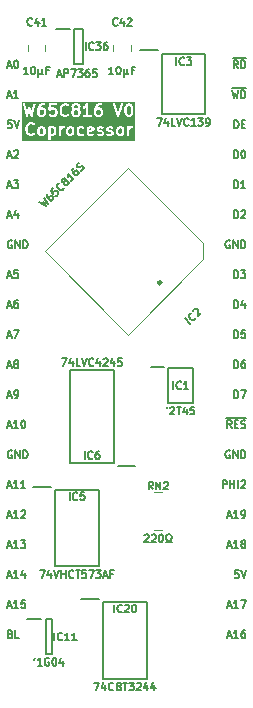
<source format=gto>
%TF.GenerationSoftware,KiCad,Pcbnew,9.0.2*%
%TF.CreationDate,2025-06-15T15:40:31+02:00*%
%TF.ProjectId,HCP65 Coprocessor,48435036-3520-4436-9f70-726f63657373,V0*%
%TF.SameCoordinates,Original*%
%TF.FileFunction,Legend,Top*%
%TF.FilePolarity,Positive*%
%FSLAX46Y46*%
G04 Gerber Fmt 4.6, Leading zero omitted, Abs format (unit mm)*
G04 Created by KiCad (PCBNEW 9.0.2) date 2025-06-15 15:40:31*
%MOMM*%
%LPD*%
G01*
G04 APERTURE LIST*
%ADD10C,0.150000*%
%ADD11C,0.200000*%
%ADD12C,0.120000*%
%ADD13C,0.100000*%
%ADD14C,0.260000*%
G04 APERTURE END LIST*
D10*
X1362636Y-12804534D02*
X1665017Y-12804534D01*
X1302160Y-12985963D02*
X1513826Y-12350963D01*
X1513826Y-12350963D02*
X1725493Y-12985963D01*
X2209303Y-12562629D02*
X2209303Y-12985963D01*
X2058112Y-12320725D02*
X1906922Y-12774296D01*
X1906922Y-12774296D02*
X2300017Y-12774296D01*
X1362636Y-25504534D02*
X1665017Y-25504534D01*
X1302160Y-25685963D02*
X1513826Y-25050963D01*
X1513826Y-25050963D02*
X1725493Y-25685963D01*
X2027874Y-25323105D02*
X1967398Y-25292867D01*
X1967398Y-25292867D02*
X1937160Y-25262629D01*
X1937160Y-25262629D02*
X1906922Y-25202153D01*
X1906922Y-25202153D02*
X1906922Y-25171915D01*
X1906922Y-25171915D02*
X1937160Y-25111439D01*
X1937160Y-25111439D02*
X1967398Y-25081201D01*
X1967398Y-25081201D02*
X2027874Y-25050963D01*
X2027874Y-25050963D02*
X2148827Y-25050963D01*
X2148827Y-25050963D02*
X2209303Y-25081201D01*
X2209303Y-25081201D02*
X2239541Y-25111439D01*
X2239541Y-25111439D02*
X2269779Y-25171915D01*
X2269779Y-25171915D02*
X2269779Y-25202153D01*
X2269779Y-25202153D02*
X2239541Y-25262629D01*
X2239541Y-25262629D02*
X2209303Y-25292867D01*
X2209303Y-25292867D02*
X2148827Y-25323105D01*
X2148827Y-25323105D02*
X2027874Y-25323105D01*
X2027874Y-25323105D02*
X1967398Y-25353344D01*
X1967398Y-25353344D02*
X1937160Y-25383582D01*
X1937160Y-25383582D02*
X1906922Y-25444058D01*
X1906922Y-25444058D02*
X1906922Y-25565010D01*
X1906922Y-25565010D02*
X1937160Y-25625486D01*
X1937160Y-25625486D02*
X1967398Y-25655725D01*
X1967398Y-25655725D02*
X2027874Y-25685963D01*
X2027874Y-25685963D02*
X2148827Y-25685963D01*
X2148827Y-25685963D02*
X2209303Y-25655725D01*
X2209303Y-25655725D02*
X2239541Y-25625486D01*
X2239541Y-25625486D02*
X2269779Y-25565010D01*
X2269779Y-25565010D02*
X2269779Y-25444058D01*
X2269779Y-25444058D02*
X2239541Y-25383582D01*
X2239541Y-25383582D02*
X2209303Y-25353344D01*
X2209303Y-25353344D02*
X2148827Y-25323105D01*
X20559982Y-5365963D02*
X20559982Y-4730963D01*
X20559982Y-4730963D02*
X20711172Y-4730963D01*
X20711172Y-4730963D02*
X20801887Y-4761201D01*
X20801887Y-4761201D02*
X20862363Y-4821677D01*
X20862363Y-4821677D02*
X20892601Y-4882153D01*
X20892601Y-4882153D02*
X20922839Y-5003105D01*
X20922839Y-5003105D02*
X20922839Y-5093820D01*
X20922839Y-5093820D02*
X20892601Y-5214772D01*
X20892601Y-5214772D02*
X20862363Y-5275248D01*
X20862363Y-5275248D02*
X20801887Y-5335725D01*
X20801887Y-5335725D02*
X20711172Y-5365963D01*
X20711172Y-5365963D02*
X20559982Y-5365963D01*
X21194982Y-5033344D02*
X21406649Y-5033344D01*
X21497363Y-5365963D02*
X21194982Y-5365963D01*
X21194982Y-5365963D02*
X21194982Y-4730963D01*
X21194982Y-4730963D02*
X21497363Y-4730963D01*
X1362636Y-20424534D02*
X1665017Y-20424534D01*
X1302160Y-20605963D02*
X1513826Y-19970963D01*
X1513826Y-19970963D02*
X1725493Y-20605963D01*
X2209303Y-19970963D02*
X2088350Y-19970963D01*
X2088350Y-19970963D02*
X2027874Y-20001201D01*
X2027874Y-20001201D02*
X1997636Y-20031439D01*
X1997636Y-20031439D02*
X1937160Y-20122153D01*
X1937160Y-20122153D02*
X1906922Y-20243105D01*
X1906922Y-20243105D02*
X1906922Y-20485010D01*
X1906922Y-20485010D02*
X1937160Y-20545486D01*
X1937160Y-20545486D02*
X1967398Y-20575725D01*
X1967398Y-20575725D02*
X2027874Y-20605963D01*
X2027874Y-20605963D02*
X2148827Y-20605963D01*
X2148827Y-20605963D02*
X2209303Y-20575725D01*
X2209303Y-20575725D02*
X2239541Y-20545486D01*
X2239541Y-20545486D02*
X2269779Y-20485010D01*
X2269779Y-20485010D02*
X2269779Y-20333820D01*
X2269779Y-20333820D02*
X2239541Y-20273344D01*
X2239541Y-20273344D02*
X2209303Y-20243105D01*
X2209303Y-20243105D02*
X2148827Y-20212867D01*
X2148827Y-20212867D02*
X2027874Y-20212867D01*
X2027874Y-20212867D02*
X1967398Y-20243105D01*
X1967398Y-20243105D02*
X1937160Y-20273344D01*
X1937160Y-20273344D02*
X1906922Y-20333820D01*
X1604541Y-48213344D02*
X1695255Y-48243582D01*
X1695255Y-48243582D02*
X1725493Y-48273820D01*
X1725493Y-48273820D02*
X1755731Y-48334296D01*
X1755731Y-48334296D02*
X1755731Y-48425010D01*
X1755731Y-48425010D02*
X1725493Y-48485486D01*
X1725493Y-48485486D02*
X1695255Y-48515725D01*
X1695255Y-48515725D02*
X1634779Y-48545963D01*
X1634779Y-48545963D02*
X1392874Y-48545963D01*
X1392874Y-48545963D02*
X1392874Y-47910963D01*
X1392874Y-47910963D02*
X1604541Y-47910963D01*
X1604541Y-47910963D02*
X1665017Y-47941201D01*
X1665017Y-47941201D02*
X1695255Y-47971439D01*
X1695255Y-47971439D02*
X1725493Y-48031915D01*
X1725493Y-48031915D02*
X1725493Y-48092391D01*
X1725493Y-48092391D02*
X1695255Y-48152867D01*
X1695255Y-48152867D02*
X1665017Y-48183105D01*
X1665017Y-48183105D02*
X1604541Y-48213344D01*
X1604541Y-48213344D02*
X1392874Y-48213344D01*
X2330255Y-48545963D02*
X2027874Y-48545963D01*
X2027874Y-48545963D02*
X2027874Y-47910963D01*
X20529744Y-20605963D02*
X20529744Y-19970963D01*
X20529744Y-19970963D02*
X20680934Y-19970963D01*
X20680934Y-19970963D02*
X20771649Y-20001201D01*
X20771649Y-20001201D02*
X20832125Y-20061677D01*
X20832125Y-20061677D02*
X20862363Y-20122153D01*
X20862363Y-20122153D02*
X20892601Y-20243105D01*
X20892601Y-20243105D02*
X20892601Y-20333820D01*
X20892601Y-20333820D02*
X20862363Y-20454772D01*
X20862363Y-20454772D02*
X20832125Y-20515248D01*
X20832125Y-20515248D02*
X20771649Y-20575725D01*
X20771649Y-20575725D02*
X20680934Y-20605963D01*
X20680934Y-20605963D02*
X20529744Y-20605963D01*
X21436887Y-20182629D02*
X21436887Y-20605963D01*
X21285696Y-19940725D02*
X21134506Y-20394296D01*
X21134506Y-20394296D02*
X21527601Y-20394296D01*
X1362636Y-104534D02*
X1665017Y-104534D01*
X1302160Y-285963D02*
X1513826Y349036D01*
X1513826Y349036D02*
X1725493Y-285963D01*
X2058112Y349036D02*
X2118589Y349036D01*
X2118589Y349036D02*
X2179065Y318798D01*
X2179065Y318798D02*
X2209303Y288560D01*
X2209303Y288560D02*
X2239541Y228084D01*
X2239541Y228084D02*
X2269779Y107132D01*
X2269779Y107132D02*
X2269779Y-44058D01*
X2269779Y-44058D02*
X2239541Y-165010D01*
X2239541Y-165010D02*
X2209303Y-225486D01*
X2209303Y-225486D02*
X2179065Y-255725D01*
X2179065Y-255725D02*
X2118589Y-285963D01*
X2118589Y-285963D02*
X2058112Y-285963D01*
X2058112Y-285963D02*
X1997636Y-255725D01*
X1997636Y-255725D02*
X1967398Y-225486D01*
X1967398Y-225486D02*
X1937160Y-165010D01*
X1937160Y-165010D02*
X1906922Y-44058D01*
X1906922Y-44058D02*
X1906922Y107132D01*
X1906922Y107132D02*
X1937160Y228084D01*
X1937160Y228084D02*
X1967398Y288560D01*
X1967398Y288560D02*
X1997636Y318798D01*
X1997636Y318798D02*
X2058112Y349036D01*
X1362636Y-35664534D02*
X1665017Y-35664534D01*
X1302160Y-35845963D02*
X1513826Y-35210963D01*
X1513826Y-35210963D02*
X1725493Y-35845963D01*
X2269779Y-35845963D02*
X1906922Y-35845963D01*
X2088350Y-35845963D02*
X2088350Y-35210963D01*
X2088350Y-35210963D02*
X2027874Y-35301677D01*
X2027874Y-35301677D02*
X1967398Y-35362153D01*
X1967398Y-35362153D02*
X1906922Y-35392391D01*
X2874541Y-35845963D02*
X2511684Y-35845963D01*
X2693112Y-35845963D02*
X2693112Y-35210963D01*
X2693112Y-35210963D02*
X2632636Y-35301677D01*
X2632636Y-35301677D02*
X2572160Y-35362153D01*
X2572160Y-35362153D02*
X2511684Y-35392391D01*
X1725493Y-32701201D02*
X1665017Y-32670963D01*
X1665017Y-32670963D02*
X1574303Y-32670963D01*
X1574303Y-32670963D02*
X1483588Y-32701201D01*
X1483588Y-32701201D02*
X1423112Y-32761677D01*
X1423112Y-32761677D02*
X1392874Y-32822153D01*
X1392874Y-32822153D02*
X1362636Y-32943105D01*
X1362636Y-32943105D02*
X1362636Y-33033820D01*
X1362636Y-33033820D02*
X1392874Y-33154772D01*
X1392874Y-33154772D02*
X1423112Y-33215248D01*
X1423112Y-33215248D02*
X1483588Y-33275725D01*
X1483588Y-33275725D02*
X1574303Y-33305963D01*
X1574303Y-33305963D02*
X1634779Y-33305963D01*
X1634779Y-33305963D02*
X1725493Y-33275725D01*
X1725493Y-33275725D02*
X1755731Y-33245486D01*
X1755731Y-33245486D02*
X1755731Y-33033820D01*
X1755731Y-33033820D02*
X1634779Y-33033820D01*
X2027874Y-33305963D02*
X2027874Y-32670963D01*
X2027874Y-32670963D02*
X2390731Y-33305963D01*
X2390731Y-33305963D02*
X2390731Y-32670963D01*
X2693112Y-33305963D02*
X2693112Y-32670963D01*
X2693112Y-32670963D02*
X2844302Y-32670963D01*
X2844302Y-32670963D02*
X2935017Y-32701201D01*
X2935017Y-32701201D02*
X2995493Y-32761677D01*
X2995493Y-32761677D02*
X3025731Y-32822153D01*
X3025731Y-32822153D02*
X3055969Y-32943105D01*
X3055969Y-32943105D02*
X3055969Y-33033820D01*
X3055969Y-33033820D02*
X3025731Y-33154772D01*
X3025731Y-33154772D02*
X2995493Y-33215248D01*
X2995493Y-33215248D02*
X2935017Y-33275725D01*
X2935017Y-33275725D02*
X2844302Y-33305963D01*
X2844302Y-33305963D02*
X2693112Y-33305963D01*
X1695255Y-4730963D02*
X1392874Y-4730963D01*
X1392874Y-4730963D02*
X1362636Y-5033344D01*
X1362636Y-5033344D02*
X1392874Y-5003105D01*
X1392874Y-5003105D02*
X1453350Y-4972867D01*
X1453350Y-4972867D02*
X1604541Y-4972867D01*
X1604541Y-4972867D02*
X1665017Y-5003105D01*
X1665017Y-5003105D02*
X1695255Y-5033344D01*
X1695255Y-5033344D02*
X1725493Y-5093820D01*
X1725493Y-5093820D02*
X1725493Y-5245010D01*
X1725493Y-5245010D02*
X1695255Y-5305486D01*
X1695255Y-5305486D02*
X1665017Y-5335725D01*
X1665017Y-5335725D02*
X1604541Y-5365963D01*
X1604541Y-5365963D02*
X1453350Y-5365963D01*
X1453350Y-5365963D02*
X1392874Y-5335725D01*
X1392874Y-5335725D02*
X1362636Y-5305486D01*
X1906922Y-4730963D02*
X2118588Y-5365963D01*
X2118588Y-5365963D02*
X2330255Y-4730963D01*
X1362636Y-7724534D02*
X1665017Y-7724534D01*
X1302160Y-7905963D02*
X1513826Y-7270963D01*
X1513826Y-7270963D02*
X1725493Y-7905963D01*
X1906922Y-7331439D02*
X1937160Y-7301201D01*
X1937160Y-7301201D02*
X1997636Y-7270963D01*
X1997636Y-7270963D02*
X2148827Y-7270963D01*
X2148827Y-7270963D02*
X2209303Y-7301201D01*
X2209303Y-7301201D02*
X2239541Y-7331439D01*
X2239541Y-7331439D02*
X2269779Y-7391915D01*
X2269779Y-7391915D02*
X2269779Y-7452391D01*
X2269779Y-7452391D02*
X2239541Y-7543105D01*
X2239541Y-7543105D02*
X1876684Y-7905963D01*
X1876684Y-7905963D02*
X2269779Y-7905963D01*
X19985458Y-45824534D02*
X20287839Y-45824534D01*
X19924982Y-46005963D02*
X20136648Y-45370963D01*
X20136648Y-45370963D02*
X20348315Y-46005963D01*
X20892601Y-46005963D02*
X20529744Y-46005963D01*
X20711172Y-46005963D02*
X20711172Y-45370963D01*
X20711172Y-45370963D02*
X20650696Y-45461677D01*
X20650696Y-45461677D02*
X20590220Y-45522153D01*
X20590220Y-45522153D02*
X20529744Y-45552391D01*
X21104268Y-45370963D02*
X21527601Y-45370963D01*
X21527601Y-45370963D02*
X21255458Y-46005963D01*
X20529744Y-25685963D02*
X20529744Y-25050963D01*
X20529744Y-25050963D02*
X20680934Y-25050963D01*
X20680934Y-25050963D02*
X20771649Y-25081201D01*
X20771649Y-25081201D02*
X20832125Y-25141677D01*
X20832125Y-25141677D02*
X20862363Y-25202153D01*
X20862363Y-25202153D02*
X20892601Y-25323105D01*
X20892601Y-25323105D02*
X20892601Y-25413820D01*
X20892601Y-25413820D02*
X20862363Y-25534772D01*
X20862363Y-25534772D02*
X20832125Y-25595248D01*
X20832125Y-25595248D02*
X20771649Y-25655725D01*
X20771649Y-25655725D02*
X20680934Y-25685963D01*
X20680934Y-25685963D02*
X20529744Y-25685963D01*
X21436887Y-25050963D02*
X21315934Y-25050963D01*
X21315934Y-25050963D02*
X21255458Y-25081201D01*
X21255458Y-25081201D02*
X21225220Y-25111439D01*
X21225220Y-25111439D02*
X21164744Y-25202153D01*
X21164744Y-25202153D02*
X21134506Y-25323105D01*
X21134506Y-25323105D02*
X21134506Y-25565010D01*
X21134506Y-25565010D02*
X21164744Y-25625486D01*
X21164744Y-25625486D02*
X21194982Y-25655725D01*
X21194982Y-25655725D02*
X21255458Y-25685963D01*
X21255458Y-25685963D02*
X21376411Y-25685963D01*
X21376411Y-25685963D02*
X21436887Y-25655725D01*
X21436887Y-25655725D02*
X21467125Y-25625486D01*
X21467125Y-25625486D02*
X21497363Y-25565010D01*
X21497363Y-25565010D02*
X21497363Y-25413820D01*
X21497363Y-25413820D02*
X21467125Y-25353344D01*
X21467125Y-25353344D02*
X21436887Y-25323105D01*
X21436887Y-25323105D02*
X21376411Y-25292867D01*
X21376411Y-25292867D02*
X21255458Y-25292867D01*
X21255458Y-25292867D02*
X21194982Y-25323105D01*
X21194982Y-25323105D02*
X21164744Y-25353344D01*
X21164744Y-25353344D02*
X21134506Y-25413820D01*
X19985458Y-40744534D02*
X20287839Y-40744534D01*
X19924982Y-40925963D02*
X20136648Y-40290963D01*
X20136648Y-40290963D02*
X20348315Y-40925963D01*
X20892601Y-40925963D02*
X20529744Y-40925963D01*
X20711172Y-40925963D02*
X20711172Y-40290963D01*
X20711172Y-40290963D02*
X20650696Y-40381677D01*
X20650696Y-40381677D02*
X20590220Y-40442153D01*
X20590220Y-40442153D02*
X20529744Y-40472391D01*
X21255458Y-40563105D02*
X21194982Y-40532867D01*
X21194982Y-40532867D02*
X21164744Y-40502629D01*
X21164744Y-40502629D02*
X21134506Y-40442153D01*
X21134506Y-40442153D02*
X21134506Y-40411915D01*
X21134506Y-40411915D02*
X21164744Y-40351439D01*
X21164744Y-40351439D02*
X21194982Y-40321201D01*
X21194982Y-40321201D02*
X21255458Y-40290963D01*
X21255458Y-40290963D02*
X21376411Y-40290963D01*
X21376411Y-40290963D02*
X21436887Y-40321201D01*
X21436887Y-40321201D02*
X21467125Y-40351439D01*
X21467125Y-40351439D02*
X21497363Y-40411915D01*
X21497363Y-40411915D02*
X21497363Y-40442153D01*
X21497363Y-40442153D02*
X21467125Y-40502629D01*
X21467125Y-40502629D02*
X21436887Y-40532867D01*
X21436887Y-40532867D02*
X21376411Y-40563105D01*
X21376411Y-40563105D02*
X21255458Y-40563105D01*
X21255458Y-40563105D02*
X21194982Y-40593344D01*
X21194982Y-40593344D02*
X21164744Y-40623582D01*
X21164744Y-40623582D02*
X21134506Y-40684058D01*
X21134506Y-40684058D02*
X21134506Y-40805010D01*
X21134506Y-40805010D02*
X21164744Y-40865486D01*
X21164744Y-40865486D02*
X21194982Y-40895725D01*
X21194982Y-40895725D02*
X21255458Y-40925963D01*
X21255458Y-40925963D02*
X21376411Y-40925963D01*
X21376411Y-40925963D02*
X21436887Y-40895725D01*
X21436887Y-40895725D02*
X21467125Y-40865486D01*
X21467125Y-40865486D02*
X21497363Y-40805010D01*
X21497363Y-40805010D02*
X21497363Y-40684058D01*
X21497363Y-40684058D02*
X21467125Y-40623582D01*
X21467125Y-40623582D02*
X21436887Y-40593344D01*
X21436887Y-40593344D02*
X21376411Y-40563105D01*
X20922839Y-42830963D02*
X20620458Y-42830963D01*
X20620458Y-42830963D02*
X20590220Y-43133344D01*
X20590220Y-43133344D02*
X20620458Y-43103105D01*
X20620458Y-43103105D02*
X20680934Y-43072867D01*
X20680934Y-43072867D02*
X20832125Y-43072867D01*
X20832125Y-43072867D02*
X20892601Y-43103105D01*
X20892601Y-43103105D02*
X20922839Y-43133344D01*
X20922839Y-43133344D02*
X20953077Y-43193820D01*
X20953077Y-43193820D02*
X20953077Y-43345010D01*
X20953077Y-43345010D02*
X20922839Y-43405486D01*
X20922839Y-43405486D02*
X20892601Y-43435725D01*
X20892601Y-43435725D02*
X20832125Y-43465963D01*
X20832125Y-43465963D02*
X20680934Y-43465963D01*
X20680934Y-43465963D02*
X20620458Y-43435725D01*
X20620458Y-43435725D02*
X20590220Y-43405486D01*
X21134506Y-42830963D02*
X21346172Y-43465963D01*
X21346172Y-43465963D02*
X21557839Y-42830963D01*
X20862363Y-285963D02*
X20650696Y16417D01*
X20499506Y-285963D02*
X20499506Y349036D01*
X20499506Y349036D02*
X20741411Y349036D01*
X20741411Y349036D02*
X20801887Y318798D01*
X20801887Y318798D02*
X20832125Y288560D01*
X20832125Y288560D02*
X20862363Y228084D01*
X20862363Y228084D02*
X20862363Y137370D01*
X20862363Y137370D02*
X20832125Y76894D01*
X20832125Y76894D02*
X20801887Y46655D01*
X20801887Y46655D02*
X20741411Y16417D01*
X20741411Y16417D02*
X20499506Y16417D01*
X21134506Y-285963D02*
X21134506Y349036D01*
X21134506Y349036D02*
X21285696Y349036D01*
X21285696Y349036D02*
X21376411Y318798D01*
X21376411Y318798D02*
X21436887Y258322D01*
X21436887Y258322D02*
X21467125Y197846D01*
X21467125Y197846D02*
X21497363Y76894D01*
X21497363Y76894D02*
X21497363Y-13820D01*
X21497363Y-13820D02*
X21467125Y-134772D01*
X21467125Y-134772D02*
X21436887Y-195248D01*
X21436887Y-195248D02*
X21376411Y-255725D01*
X21376411Y-255725D02*
X21285696Y-285963D01*
X21285696Y-285963D02*
X21134506Y-285963D01*
X20411816Y525325D02*
X21554816Y525325D01*
X20348316Y-2190963D02*
X20499506Y-2825963D01*
X20499506Y-2825963D02*
X20620459Y-2372391D01*
X20620459Y-2372391D02*
X20741411Y-2825963D01*
X20741411Y-2825963D02*
X20892602Y-2190963D01*
X21134506Y-2825963D02*
X21134506Y-2190963D01*
X21134506Y-2190963D02*
X21285696Y-2190963D01*
X21285696Y-2190963D02*
X21376411Y-2221201D01*
X21376411Y-2221201D02*
X21436887Y-2281677D01*
X21436887Y-2281677D02*
X21467125Y-2342153D01*
X21467125Y-2342153D02*
X21497363Y-2463105D01*
X21497363Y-2463105D02*
X21497363Y-2553820D01*
X21497363Y-2553820D02*
X21467125Y-2674772D01*
X21467125Y-2674772D02*
X21436887Y-2735248D01*
X21436887Y-2735248D02*
X21376411Y-2795725D01*
X21376411Y-2795725D02*
X21285696Y-2825963D01*
X21285696Y-2825963D02*
X21134506Y-2825963D01*
X20321102Y-2014675D02*
X21554816Y-2014675D01*
X20166887Y-32701201D02*
X20106411Y-32670963D01*
X20106411Y-32670963D02*
X20015697Y-32670963D01*
X20015697Y-32670963D02*
X19924982Y-32701201D01*
X19924982Y-32701201D02*
X19864506Y-32761677D01*
X19864506Y-32761677D02*
X19834268Y-32822153D01*
X19834268Y-32822153D02*
X19804030Y-32943105D01*
X19804030Y-32943105D02*
X19804030Y-33033820D01*
X19804030Y-33033820D02*
X19834268Y-33154772D01*
X19834268Y-33154772D02*
X19864506Y-33215248D01*
X19864506Y-33215248D02*
X19924982Y-33275725D01*
X19924982Y-33275725D02*
X20015697Y-33305963D01*
X20015697Y-33305963D02*
X20076173Y-33305963D01*
X20076173Y-33305963D02*
X20166887Y-33275725D01*
X20166887Y-33275725D02*
X20197125Y-33245486D01*
X20197125Y-33245486D02*
X20197125Y-33033820D01*
X20197125Y-33033820D02*
X20076173Y-33033820D01*
X20469268Y-33305963D02*
X20469268Y-32670963D01*
X20469268Y-32670963D02*
X20832125Y-33305963D01*
X20832125Y-33305963D02*
X20832125Y-32670963D01*
X21134506Y-33305963D02*
X21134506Y-32670963D01*
X21134506Y-32670963D02*
X21285696Y-32670963D01*
X21285696Y-32670963D02*
X21376411Y-32701201D01*
X21376411Y-32701201D02*
X21436887Y-32761677D01*
X21436887Y-32761677D02*
X21467125Y-32822153D01*
X21467125Y-32822153D02*
X21497363Y-32943105D01*
X21497363Y-32943105D02*
X21497363Y-33033820D01*
X21497363Y-33033820D02*
X21467125Y-33154772D01*
X21467125Y-33154772D02*
X21436887Y-33215248D01*
X21436887Y-33215248D02*
X21376411Y-33275725D01*
X21376411Y-33275725D02*
X21285696Y-33305963D01*
X21285696Y-33305963D02*
X21134506Y-33305963D01*
X19562125Y-35845963D02*
X19562125Y-35210963D01*
X19562125Y-35210963D02*
X19804030Y-35210963D01*
X19804030Y-35210963D02*
X19864506Y-35241201D01*
X19864506Y-35241201D02*
X19894744Y-35271439D01*
X19894744Y-35271439D02*
X19924982Y-35331915D01*
X19924982Y-35331915D02*
X19924982Y-35422629D01*
X19924982Y-35422629D02*
X19894744Y-35483105D01*
X19894744Y-35483105D02*
X19864506Y-35513344D01*
X19864506Y-35513344D02*
X19804030Y-35543582D01*
X19804030Y-35543582D02*
X19562125Y-35543582D01*
X20197125Y-35845963D02*
X20197125Y-35210963D01*
X20197125Y-35513344D02*
X20559982Y-35513344D01*
X20559982Y-35845963D02*
X20559982Y-35210963D01*
X20862363Y-35845963D02*
X20862363Y-35210963D01*
X21134506Y-35271439D02*
X21164744Y-35241201D01*
X21164744Y-35241201D02*
X21225220Y-35210963D01*
X21225220Y-35210963D02*
X21376411Y-35210963D01*
X21376411Y-35210963D02*
X21436887Y-35241201D01*
X21436887Y-35241201D02*
X21467125Y-35271439D01*
X21467125Y-35271439D02*
X21497363Y-35331915D01*
X21497363Y-35331915D02*
X21497363Y-35392391D01*
X21497363Y-35392391D02*
X21467125Y-35483105D01*
X21467125Y-35483105D02*
X21104268Y-35845963D01*
X21104268Y-35845963D02*
X21497363Y-35845963D01*
X1362636Y-38204534D02*
X1665017Y-38204534D01*
X1302160Y-38385963D02*
X1513826Y-37750963D01*
X1513826Y-37750963D02*
X1725493Y-38385963D01*
X2269779Y-38385963D02*
X1906922Y-38385963D01*
X2088350Y-38385963D02*
X2088350Y-37750963D01*
X2088350Y-37750963D02*
X2027874Y-37841677D01*
X2027874Y-37841677D02*
X1967398Y-37902153D01*
X1967398Y-37902153D02*
X1906922Y-37932391D01*
X2511684Y-37811439D02*
X2541922Y-37781201D01*
X2541922Y-37781201D02*
X2602398Y-37750963D01*
X2602398Y-37750963D02*
X2753589Y-37750963D01*
X2753589Y-37750963D02*
X2814065Y-37781201D01*
X2814065Y-37781201D02*
X2844303Y-37811439D01*
X2844303Y-37811439D02*
X2874541Y-37871915D01*
X2874541Y-37871915D02*
X2874541Y-37932391D01*
X2874541Y-37932391D02*
X2844303Y-38023105D01*
X2844303Y-38023105D02*
X2481446Y-38385963D01*
X2481446Y-38385963D02*
X2874541Y-38385963D01*
X20529744Y-7905963D02*
X20529744Y-7270963D01*
X20529744Y-7270963D02*
X20680934Y-7270963D01*
X20680934Y-7270963D02*
X20771649Y-7301201D01*
X20771649Y-7301201D02*
X20832125Y-7361677D01*
X20832125Y-7361677D02*
X20862363Y-7422153D01*
X20862363Y-7422153D02*
X20892601Y-7543105D01*
X20892601Y-7543105D02*
X20892601Y-7633820D01*
X20892601Y-7633820D02*
X20862363Y-7754772D01*
X20862363Y-7754772D02*
X20832125Y-7815248D01*
X20832125Y-7815248D02*
X20771649Y-7875725D01*
X20771649Y-7875725D02*
X20680934Y-7905963D01*
X20680934Y-7905963D02*
X20529744Y-7905963D01*
X21285696Y-7270963D02*
X21346173Y-7270963D01*
X21346173Y-7270963D02*
X21406649Y-7301201D01*
X21406649Y-7301201D02*
X21436887Y-7331439D01*
X21436887Y-7331439D02*
X21467125Y-7391915D01*
X21467125Y-7391915D02*
X21497363Y-7512867D01*
X21497363Y-7512867D02*
X21497363Y-7664058D01*
X21497363Y-7664058D02*
X21467125Y-7785010D01*
X21467125Y-7785010D02*
X21436887Y-7845486D01*
X21436887Y-7845486D02*
X21406649Y-7875725D01*
X21406649Y-7875725D02*
X21346173Y-7905963D01*
X21346173Y-7905963D02*
X21285696Y-7905963D01*
X21285696Y-7905963D02*
X21225220Y-7875725D01*
X21225220Y-7875725D02*
X21194982Y-7845486D01*
X21194982Y-7845486D02*
X21164744Y-7785010D01*
X21164744Y-7785010D02*
X21134506Y-7664058D01*
X21134506Y-7664058D02*
X21134506Y-7512867D01*
X21134506Y-7512867D02*
X21164744Y-7391915D01*
X21164744Y-7391915D02*
X21194982Y-7331439D01*
X21194982Y-7331439D02*
X21225220Y-7301201D01*
X21225220Y-7301201D02*
X21285696Y-7270963D01*
X1362636Y-22964534D02*
X1665017Y-22964534D01*
X1302160Y-23145963D02*
X1513826Y-22510963D01*
X1513826Y-22510963D02*
X1725493Y-23145963D01*
X1876684Y-22510963D02*
X2300017Y-22510963D01*
X2300017Y-22510963D02*
X2027874Y-23145963D01*
X19985458Y-38204534D02*
X20287839Y-38204534D01*
X19924982Y-38385963D02*
X20136648Y-37750963D01*
X20136648Y-37750963D02*
X20348315Y-38385963D01*
X20892601Y-38385963D02*
X20529744Y-38385963D01*
X20711172Y-38385963D02*
X20711172Y-37750963D01*
X20711172Y-37750963D02*
X20650696Y-37841677D01*
X20650696Y-37841677D02*
X20590220Y-37902153D01*
X20590220Y-37902153D02*
X20529744Y-37932391D01*
X21194982Y-38385963D02*
X21315934Y-38385963D01*
X21315934Y-38385963D02*
X21376411Y-38355725D01*
X21376411Y-38355725D02*
X21406649Y-38325486D01*
X21406649Y-38325486D02*
X21467125Y-38234772D01*
X21467125Y-38234772D02*
X21497363Y-38113820D01*
X21497363Y-38113820D02*
X21497363Y-37871915D01*
X21497363Y-37871915D02*
X21467125Y-37811439D01*
X21467125Y-37811439D02*
X21436887Y-37781201D01*
X21436887Y-37781201D02*
X21376411Y-37750963D01*
X21376411Y-37750963D02*
X21255458Y-37750963D01*
X21255458Y-37750963D02*
X21194982Y-37781201D01*
X21194982Y-37781201D02*
X21164744Y-37811439D01*
X21164744Y-37811439D02*
X21134506Y-37871915D01*
X21134506Y-37871915D02*
X21134506Y-38023105D01*
X21134506Y-38023105D02*
X21164744Y-38083582D01*
X21164744Y-38083582D02*
X21194982Y-38113820D01*
X21194982Y-38113820D02*
X21255458Y-38144058D01*
X21255458Y-38144058D02*
X21376411Y-38144058D01*
X21376411Y-38144058D02*
X21436887Y-38113820D01*
X21436887Y-38113820D02*
X21467125Y-38083582D01*
X21467125Y-38083582D02*
X21497363Y-38023105D01*
X20166887Y-14921201D02*
X20106411Y-14890963D01*
X20106411Y-14890963D02*
X20015697Y-14890963D01*
X20015697Y-14890963D02*
X19924982Y-14921201D01*
X19924982Y-14921201D02*
X19864506Y-14981677D01*
X19864506Y-14981677D02*
X19834268Y-15042153D01*
X19834268Y-15042153D02*
X19804030Y-15163105D01*
X19804030Y-15163105D02*
X19804030Y-15253820D01*
X19804030Y-15253820D02*
X19834268Y-15374772D01*
X19834268Y-15374772D02*
X19864506Y-15435248D01*
X19864506Y-15435248D02*
X19924982Y-15495725D01*
X19924982Y-15495725D02*
X20015697Y-15525963D01*
X20015697Y-15525963D02*
X20076173Y-15525963D01*
X20076173Y-15525963D02*
X20166887Y-15495725D01*
X20166887Y-15495725D02*
X20197125Y-15465486D01*
X20197125Y-15465486D02*
X20197125Y-15253820D01*
X20197125Y-15253820D02*
X20076173Y-15253820D01*
X20469268Y-15525963D02*
X20469268Y-14890963D01*
X20469268Y-14890963D02*
X20832125Y-15525963D01*
X20832125Y-15525963D02*
X20832125Y-14890963D01*
X21134506Y-15525963D02*
X21134506Y-14890963D01*
X21134506Y-14890963D02*
X21285696Y-14890963D01*
X21285696Y-14890963D02*
X21376411Y-14921201D01*
X21376411Y-14921201D02*
X21436887Y-14981677D01*
X21436887Y-14981677D02*
X21467125Y-15042153D01*
X21467125Y-15042153D02*
X21497363Y-15163105D01*
X21497363Y-15163105D02*
X21497363Y-15253820D01*
X21497363Y-15253820D02*
X21467125Y-15374772D01*
X21467125Y-15374772D02*
X21436887Y-15435248D01*
X21436887Y-15435248D02*
X21376411Y-15495725D01*
X21376411Y-15495725D02*
X21285696Y-15525963D01*
X21285696Y-15525963D02*
X21134506Y-15525963D01*
X1362636Y-17884534D02*
X1665017Y-17884534D01*
X1302160Y-18065963D02*
X1513826Y-17430963D01*
X1513826Y-17430963D02*
X1725493Y-18065963D01*
X2239541Y-17430963D02*
X1937160Y-17430963D01*
X1937160Y-17430963D02*
X1906922Y-17733344D01*
X1906922Y-17733344D02*
X1937160Y-17703105D01*
X1937160Y-17703105D02*
X1997636Y-17672867D01*
X1997636Y-17672867D02*
X2148827Y-17672867D01*
X2148827Y-17672867D02*
X2209303Y-17703105D01*
X2209303Y-17703105D02*
X2239541Y-17733344D01*
X2239541Y-17733344D02*
X2269779Y-17793820D01*
X2269779Y-17793820D02*
X2269779Y-17945010D01*
X2269779Y-17945010D02*
X2239541Y-18005486D01*
X2239541Y-18005486D02*
X2209303Y-18035725D01*
X2209303Y-18035725D02*
X2148827Y-18065963D01*
X2148827Y-18065963D02*
X1997636Y-18065963D01*
X1997636Y-18065963D02*
X1937160Y-18035725D01*
X1937160Y-18035725D02*
X1906922Y-18005486D01*
X20529744Y-10445963D02*
X20529744Y-9810963D01*
X20529744Y-9810963D02*
X20680934Y-9810963D01*
X20680934Y-9810963D02*
X20771649Y-9841201D01*
X20771649Y-9841201D02*
X20832125Y-9901677D01*
X20832125Y-9901677D02*
X20862363Y-9962153D01*
X20862363Y-9962153D02*
X20892601Y-10083105D01*
X20892601Y-10083105D02*
X20892601Y-10173820D01*
X20892601Y-10173820D02*
X20862363Y-10294772D01*
X20862363Y-10294772D02*
X20832125Y-10355248D01*
X20832125Y-10355248D02*
X20771649Y-10415725D01*
X20771649Y-10415725D02*
X20680934Y-10445963D01*
X20680934Y-10445963D02*
X20529744Y-10445963D01*
X21497363Y-10445963D02*
X21134506Y-10445963D01*
X21315934Y-10445963D02*
X21315934Y-9810963D01*
X21315934Y-9810963D02*
X21255458Y-9901677D01*
X21255458Y-9901677D02*
X21194982Y-9962153D01*
X21194982Y-9962153D02*
X21134506Y-9992391D01*
X1362636Y-28044534D02*
X1665017Y-28044534D01*
X1302160Y-28225963D02*
X1513826Y-27590963D01*
X1513826Y-27590963D02*
X1725493Y-28225963D01*
X1967398Y-28225963D02*
X2088350Y-28225963D01*
X2088350Y-28225963D02*
X2148827Y-28195725D01*
X2148827Y-28195725D02*
X2179065Y-28165486D01*
X2179065Y-28165486D02*
X2239541Y-28074772D01*
X2239541Y-28074772D02*
X2269779Y-27953820D01*
X2269779Y-27953820D02*
X2269779Y-27711915D01*
X2269779Y-27711915D02*
X2239541Y-27651439D01*
X2239541Y-27651439D02*
X2209303Y-27621201D01*
X2209303Y-27621201D02*
X2148827Y-27590963D01*
X2148827Y-27590963D02*
X2027874Y-27590963D01*
X2027874Y-27590963D02*
X1967398Y-27621201D01*
X1967398Y-27621201D02*
X1937160Y-27651439D01*
X1937160Y-27651439D02*
X1906922Y-27711915D01*
X1906922Y-27711915D02*
X1906922Y-27863105D01*
X1906922Y-27863105D02*
X1937160Y-27923582D01*
X1937160Y-27923582D02*
X1967398Y-27953820D01*
X1967398Y-27953820D02*
X2027874Y-27984058D01*
X2027874Y-27984058D02*
X2148827Y-27984058D01*
X2148827Y-27984058D02*
X2209303Y-27953820D01*
X2209303Y-27953820D02*
X2239541Y-27923582D01*
X2239541Y-27923582D02*
X2269779Y-27863105D01*
X1725493Y-14921201D02*
X1665017Y-14890963D01*
X1665017Y-14890963D02*
X1574303Y-14890963D01*
X1574303Y-14890963D02*
X1483588Y-14921201D01*
X1483588Y-14921201D02*
X1423112Y-14981677D01*
X1423112Y-14981677D02*
X1392874Y-15042153D01*
X1392874Y-15042153D02*
X1362636Y-15163105D01*
X1362636Y-15163105D02*
X1362636Y-15253820D01*
X1362636Y-15253820D02*
X1392874Y-15374772D01*
X1392874Y-15374772D02*
X1423112Y-15435248D01*
X1423112Y-15435248D02*
X1483588Y-15495725D01*
X1483588Y-15495725D02*
X1574303Y-15525963D01*
X1574303Y-15525963D02*
X1634779Y-15525963D01*
X1634779Y-15525963D02*
X1725493Y-15495725D01*
X1725493Y-15495725D02*
X1755731Y-15465486D01*
X1755731Y-15465486D02*
X1755731Y-15253820D01*
X1755731Y-15253820D02*
X1634779Y-15253820D01*
X2027874Y-15525963D02*
X2027874Y-14890963D01*
X2027874Y-14890963D02*
X2390731Y-15525963D01*
X2390731Y-15525963D02*
X2390731Y-14890963D01*
X2693112Y-15525963D02*
X2693112Y-14890963D01*
X2693112Y-14890963D02*
X2844302Y-14890963D01*
X2844302Y-14890963D02*
X2935017Y-14921201D01*
X2935017Y-14921201D02*
X2995493Y-14981677D01*
X2995493Y-14981677D02*
X3025731Y-15042153D01*
X3025731Y-15042153D02*
X3055969Y-15163105D01*
X3055969Y-15163105D02*
X3055969Y-15253820D01*
X3055969Y-15253820D02*
X3025731Y-15374772D01*
X3025731Y-15374772D02*
X2995493Y-15435248D01*
X2995493Y-15435248D02*
X2935017Y-15495725D01*
X2935017Y-15495725D02*
X2844302Y-15525963D01*
X2844302Y-15525963D02*
X2693112Y-15525963D01*
X20529744Y-18065963D02*
X20529744Y-17430963D01*
X20529744Y-17430963D02*
X20680934Y-17430963D01*
X20680934Y-17430963D02*
X20771649Y-17461201D01*
X20771649Y-17461201D02*
X20832125Y-17521677D01*
X20832125Y-17521677D02*
X20862363Y-17582153D01*
X20862363Y-17582153D02*
X20892601Y-17703105D01*
X20892601Y-17703105D02*
X20892601Y-17793820D01*
X20892601Y-17793820D02*
X20862363Y-17914772D01*
X20862363Y-17914772D02*
X20832125Y-17975248D01*
X20832125Y-17975248D02*
X20771649Y-18035725D01*
X20771649Y-18035725D02*
X20680934Y-18065963D01*
X20680934Y-18065963D02*
X20529744Y-18065963D01*
X21104268Y-17430963D02*
X21497363Y-17430963D01*
X21497363Y-17430963D02*
X21285696Y-17672867D01*
X21285696Y-17672867D02*
X21376411Y-17672867D01*
X21376411Y-17672867D02*
X21436887Y-17703105D01*
X21436887Y-17703105D02*
X21467125Y-17733344D01*
X21467125Y-17733344D02*
X21497363Y-17793820D01*
X21497363Y-17793820D02*
X21497363Y-17945010D01*
X21497363Y-17945010D02*
X21467125Y-18005486D01*
X21467125Y-18005486D02*
X21436887Y-18035725D01*
X21436887Y-18035725D02*
X21376411Y-18065963D01*
X21376411Y-18065963D02*
X21194982Y-18065963D01*
X21194982Y-18065963D02*
X21134506Y-18035725D01*
X21134506Y-18035725D02*
X21104268Y-18005486D01*
X1362636Y-30584534D02*
X1665017Y-30584534D01*
X1302160Y-30765963D02*
X1513826Y-30130963D01*
X1513826Y-30130963D02*
X1725493Y-30765963D01*
X2269779Y-30765963D02*
X1906922Y-30765963D01*
X2088350Y-30765963D02*
X2088350Y-30130963D01*
X2088350Y-30130963D02*
X2027874Y-30221677D01*
X2027874Y-30221677D02*
X1967398Y-30282153D01*
X1967398Y-30282153D02*
X1906922Y-30312391D01*
X2662874Y-30130963D02*
X2723351Y-30130963D01*
X2723351Y-30130963D02*
X2783827Y-30161201D01*
X2783827Y-30161201D02*
X2814065Y-30191439D01*
X2814065Y-30191439D02*
X2844303Y-30251915D01*
X2844303Y-30251915D02*
X2874541Y-30372867D01*
X2874541Y-30372867D02*
X2874541Y-30524058D01*
X2874541Y-30524058D02*
X2844303Y-30645010D01*
X2844303Y-30645010D02*
X2814065Y-30705486D01*
X2814065Y-30705486D02*
X2783827Y-30735725D01*
X2783827Y-30735725D02*
X2723351Y-30765963D01*
X2723351Y-30765963D02*
X2662874Y-30765963D01*
X2662874Y-30765963D02*
X2602398Y-30735725D01*
X2602398Y-30735725D02*
X2572160Y-30705486D01*
X2572160Y-30705486D02*
X2541922Y-30645010D01*
X2541922Y-30645010D02*
X2511684Y-30524058D01*
X2511684Y-30524058D02*
X2511684Y-30372867D01*
X2511684Y-30372867D02*
X2541922Y-30251915D01*
X2541922Y-30251915D02*
X2572160Y-30191439D01*
X2572160Y-30191439D02*
X2602398Y-30161201D01*
X2602398Y-30161201D02*
X2662874Y-30130963D01*
X20529744Y-23145963D02*
X20529744Y-22510963D01*
X20529744Y-22510963D02*
X20680934Y-22510963D01*
X20680934Y-22510963D02*
X20771649Y-22541201D01*
X20771649Y-22541201D02*
X20832125Y-22601677D01*
X20832125Y-22601677D02*
X20862363Y-22662153D01*
X20862363Y-22662153D02*
X20892601Y-22783105D01*
X20892601Y-22783105D02*
X20892601Y-22873820D01*
X20892601Y-22873820D02*
X20862363Y-22994772D01*
X20862363Y-22994772D02*
X20832125Y-23055248D01*
X20832125Y-23055248D02*
X20771649Y-23115725D01*
X20771649Y-23115725D02*
X20680934Y-23145963D01*
X20680934Y-23145963D02*
X20529744Y-23145963D01*
X21467125Y-22510963D02*
X21164744Y-22510963D01*
X21164744Y-22510963D02*
X21134506Y-22813344D01*
X21134506Y-22813344D02*
X21164744Y-22783105D01*
X21164744Y-22783105D02*
X21225220Y-22752867D01*
X21225220Y-22752867D02*
X21376411Y-22752867D01*
X21376411Y-22752867D02*
X21436887Y-22783105D01*
X21436887Y-22783105D02*
X21467125Y-22813344D01*
X21467125Y-22813344D02*
X21497363Y-22873820D01*
X21497363Y-22873820D02*
X21497363Y-23025010D01*
X21497363Y-23025010D02*
X21467125Y-23085486D01*
X21467125Y-23085486D02*
X21436887Y-23115725D01*
X21436887Y-23115725D02*
X21376411Y-23145963D01*
X21376411Y-23145963D02*
X21225220Y-23145963D01*
X21225220Y-23145963D02*
X21164744Y-23115725D01*
X21164744Y-23115725D02*
X21134506Y-23085486D01*
X1362636Y-2644534D02*
X1665017Y-2644534D01*
X1302160Y-2825963D02*
X1513826Y-2190963D01*
X1513826Y-2190963D02*
X1725493Y-2825963D01*
X2269779Y-2825963D02*
X1906922Y-2825963D01*
X2088350Y-2825963D02*
X2088350Y-2190963D01*
X2088350Y-2190963D02*
X2027874Y-2281677D01*
X2027874Y-2281677D02*
X1967398Y-2342153D01*
X1967398Y-2342153D02*
X1906922Y-2372391D01*
X1362636Y-10264534D02*
X1665017Y-10264534D01*
X1302160Y-10445963D02*
X1513826Y-9810963D01*
X1513826Y-9810963D02*
X1725493Y-10445963D01*
X1876684Y-9810963D02*
X2269779Y-9810963D01*
X2269779Y-9810963D02*
X2058112Y-10052867D01*
X2058112Y-10052867D02*
X2148827Y-10052867D01*
X2148827Y-10052867D02*
X2209303Y-10083105D01*
X2209303Y-10083105D02*
X2239541Y-10113344D01*
X2239541Y-10113344D02*
X2269779Y-10173820D01*
X2269779Y-10173820D02*
X2269779Y-10325010D01*
X2269779Y-10325010D02*
X2239541Y-10385486D01*
X2239541Y-10385486D02*
X2209303Y-10415725D01*
X2209303Y-10415725D02*
X2148827Y-10445963D01*
X2148827Y-10445963D02*
X1967398Y-10445963D01*
X1967398Y-10445963D02*
X1906922Y-10415725D01*
X1906922Y-10415725D02*
X1876684Y-10385486D01*
X1362636Y-40744534D02*
X1665017Y-40744534D01*
X1302160Y-40925963D02*
X1513826Y-40290963D01*
X1513826Y-40290963D02*
X1725493Y-40925963D01*
X2269779Y-40925963D02*
X1906922Y-40925963D01*
X2088350Y-40925963D02*
X2088350Y-40290963D01*
X2088350Y-40290963D02*
X2027874Y-40381677D01*
X2027874Y-40381677D02*
X1967398Y-40442153D01*
X1967398Y-40442153D02*
X1906922Y-40472391D01*
X2481446Y-40290963D02*
X2874541Y-40290963D01*
X2874541Y-40290963D02*
X2662874Y-40532867D01*
X2662874Y-40532867D02*
X2753589Y-40532867D01*
X2753589Y-40532867D02*
X2814065Y-40563105D01*
X2814065Y-40563105D02*
X2844303Y-40593344D01*
X2844303Y-40593344D02*
X2874541Y-40653820D01*
X2874541Y-40653820D02*
X2874541Y-40805010D01*
X2874541Y-40805010D02*
X2844303Y-40865486D01*
X2844303Y-40865486D02*
X2814065Y-40895725D01*
X2814065Y-40895725D02*
X2753589Y-40925963D01*
X2753589Y-40925963D02*
X2572160Y-40925963D01*
X2572160Y-40925963D02*
X2511684Y-40895725D01*
X2511684Y-40895725D02*
X2481446Y-40865486D01*
X19985458Y-48364534D02*
X20287839Y-48364534D01*
X19924982Y-48545963D02*
X20136648Y-47910963D01*
X20136648Y-47910963D02*
X20348315Y-48545963D01*
X20892601Y-48545963D02*
X20529744Y-48545963D01*
X20711172Y-48545963D02*
X20711172Y-47910963D01*
X20711172Y-47910963D02*
X20650696Y-48001677D01*
X20650696Y-48001677D02*
X20590220Y-48062153D01*
X20590220Y-48062153D02*
X20529744Y-48092391D01*
X21436887Y-47910963D02*
X21315934Y-47910963D01*
X21315934Y-47910963D02*
X21255458Y-47941201D01*
X21255458Y-47941201D02*
X21225220Y-47971439D01*
X21225220Y-47971439D02*
X21164744Y-48062153D01*
X21164744Y-48062153D02*
X21134506Y-48183105D01*
X21134506Y-48183105D02*
X21134506Y-48425010D01*
X21134506Y-48425010D02*
X21164744Y-48485486D01*
X21164744Y-48485486D02*
X21194982Y-48515725D01*
X21194982Y-48515725D02*
X21255458Y-48545963D01*
X21255458Y-48545963D02*
X21376411Y-48545963D01*
X21376411Y-48545963D02*
X21436887Y-48515725D01*
X21436887Y-48515725D02*
X21467125Y-48485486D01*
X21467125Y-48485486D02*
X21497363Y-48425010D01*
X21497363Y-48425010D02*
X21497363Y-48273820D01*
X21497363Y-48273820D02*
X21467125Y-48213344D01*
X21467125Y-48213344D02*
X21436887Y-48183105D01*
X21436887Y-48183105D02*
X21376411Y-48152867D01*
X21376411Y-48152867D02*
X21255458Y-48152867D01*
X21255458Y-48152867D02*
X21194982Y-48183105D01*
X21194982Y-48183105D02*
X21164744Y-48213344D01*
X21164744Y-48213344D02*
X21134506Y-48273820D01*
X20529744Y-28225963D02*
X20529744Y-27590963D01*
X20529744Y-27590963D02*
X20680934Y-27590963D01*
X20680934Y-27590963D02*
X20771649Y-27621201D01*
X20771649Y-27621201D02*
X20832125Y-27681677D01*
X20832125Y-27681677D02*
X20862363Y-27742153D01*
X20862363Y-27742153D02*
X20892601Y-27863105D01*
X20892601Y-27863105D02*
X20892601Y-27953820D01*
X20892601Y-27953820D02*
X20862363Y-28074772D01*
X20862363Y-28074772D02*
X20832125Y-28135248D01*
X20832125Y-28135248D02*
X20771649Y-28195725D01*
X20771649Y-28195725D02*
X20680934Y-28225963D01*
X20680934Y-28225963D02*
X20529744Y-28225963D01*
X21104268Y-27590963D02*
X21527601Y-27590963D01*
X21527601Y-27590963D02*
X21255458Y-28225963D01*
D11*
G36*
X5235334Y-5426357D02*
G01*
X5260003Y-5451025D01*
X5289808Y-5510635D01*
X5289808Y-5749135D01*
X5260003Y-5808743D01*
X5235334Y-5833413D01*
X5175725Y-5863219D01*
X5032463Y-5863219D01*
X5013618Y-5853796D01*
X5013618Y-5405974D01*
X5032463Y-5396552D01*
X5175725Y-5396552D01*
X5235334Y-5426357D01*
G37*
G36*
X4330572Y-5426357D02*
G01*
X4355241Y-5451025D01*
X4385046Y-5510635D01*
X4385046Y-5749135D01*
X4355241Y-5808743D01*
X4330572Y-5833413D01*
X4270963Y-5863219D01*
X4175320Y-5863219D01*
X4115710Y-5833414D01*
X4091043Y-5808746D01*
X4061237Y-5749134D01*
X4061237Y-5510635D01*
X4091042Y-5451025D01*
X4115710Y-5426356D01*
X4175320Y-5396552D01*
X4270963Y-5396552D01*
X4330572Y-5426357D01*
G37*
G36*
X6759144Y-5426357D02*
G01*
X6783813Y-5451025D01*
X6813618Y-5510635D01*
X6813618Y-5749135D01*
X6783813Y-5808743D01*
X6759144Y-5833413D01*
X6699535Y-5863219D01*
X6603892Y-5863219D01*
X6544282Y-5833414D01*
X6519615Y-5808746D01*
X6489809Y-5749134D01*
X6489809Y-5510635D01*
X6519614Y-5451025D01*
X6544282Y-5426356D01*
X6603892Y-5396552D01*
X6699535Y-5396552D01*
X6759144Y-5426357D01*
G37*
G36*
X8505749Y-5418707D02*
G01*
X8523199Y-5453607D01*
X8251714Y-5507904D01*
X8251714Y-5463016D01*
X8273869Y-5418706D01*
X8318178Y-5396552D01*
X8461440Y-5396552D01*
X8505749Y-5418707D01*
G37*
G36*
X10997240Y-5426357D02*
G01*
X11021909Y-5451025D01*
X11051714Y-5510635D01*
X11051714Y-5749135D01*
X11021909Y-5808743D01*
X10997240Y-5833413D01*
X10937631Y-5863219D01*
X10841988Y-5863219D01*
X10782378Y-5833414D01*
X10757711Y-5808746D01*
X10727905Y-5749134D01*
X10727905Y-5510635D01*
X10757710Y-5451025D01*
X10782378Y-5426356D01*
X10841988Y-5396552D01*
X10937631Y-5396552D01*
X10997240Y-5426357D01*
G37*
G36*
X4378192Y-3864032D02*
G01*
X4402861Y-3888700D01*
X4432666Y-3948310D01*
X4432666Y-4139191D01*
X4402861Y-4198799D01*
X4378192Y-4223469D01*
X4318583Y-4253275D01*
X4175321Y-4253275D01*
X4115711Y-4223470D01*
X4091044Y-4198802D01*
X4061238Y-4139190D01*
X4061238Y-3948310D01*
X4091043Y-3888700D01*
X4115711Y-3864031D01*
X4175321Y-3834227D01*
X4318583Y-3834227D01*
X4378192Y-3864032D01*
G37*
G36*
X7282954Y-3911651D02*
G01*
X7307623Y-3936319D01*
X7337428Y-3995929D01*
X7337428Y-4139191D01*
X7307623Y-4198799D01*
X7282954Y-4223469D01*
X7223345Y-4253275D01*
X7080083Y-4253275D01*
X7020473Y-4223470D01*
X6995806Y-4198802D01*
X6966000Y-4139190D01*
X6966000Y-3995929D01*
X6995805Y-3936319D01*
X7020473Y-3911650D01*
X7080083Y-3881846D01*
X7223345Y-3881846D01*
X7282954Y-3911651D01*
G37*
G36*
X7282954Y-3483080D02*
G01*
X7307623Y-3507748D01*
X7337428Y-3567358D01*
X7337428Y-3567763D01*
X7307623Y-3627372D01*
X7282954Y-3652040D01*
X7223345Y-3681846D01*
X7080083Y-3681846D01*
X7020473Y-3652041D01*
X6995805Y-3627372D01*
X6966000Y-3567762D01*
X6966000Y-3567358D01*
X6995805Y-3507748D01*
X7020473Y-3483079D01*
X7080083Y-3453275D01*
X7223345Y-3453275D01*
X7282954Y-3483080D01*
G37*
G36*
X9187716Y-3864032D02*
G01*
X9212385Y-3888700D01*
X9242190Y-3948310D01*
X9242190Y-4139191D01*
X9212385Y-4198799D01*
X9187716Y-4223469D01*
X9128107Y-4253275D01*
X8984845Y-4253275D01*
X8925235Y-4223470D01*
X8900568Y-4198802D01*
X8870762Y-4139190D01*
X8870762Y-3948310D01*
X8900567Y-3888700D01*
X8925235Y-3864031D01*
X8984845Y-3834227D01*
X9128107Y-3834227D01*
X9187716Y-3864032D01*
G37*
G36*
X11711526Y-3483080D02*
G01*
X11736195Y-3507748D01*
X11771648Y-3578655D01*
X11813619Y-3746536D01*
X11813619Y-3960012D01*
X11771648Y-4127893D01*
X11736195Y-4198799D01*
X11711526Y-4223469D01*
X11651917Y-4253275D01*
X11603893Y-4253275D01*
X11544283Y-4223470D01*
X11519616Y-4198802D01*
X11484161Y-4127893D01*
X11442191Y-3960012D01*
X11442191Y-3746537D01*
X11484161Y-3578655D01*
X11519615Y-3507748D01*
X11544283Y-3483079D01*
X11603893Y-3453275D01*
X11651917Y-3453275D01*
X11711526Y-3483080D01*
G37*
G36*
X12124730Y-6505742D02*
G01*
X2559720Y-6505742D01*
X2559720Y-5391790D01*
X2861237Y-5391790D01*
X2861237Y-5534647D01*
X2861572Y-5538049D01*
X2861355Y-5539508D01*
X2862434Y-5546805D01*
X2863158Y-5554156D01*
X2863722Y-5555519D01*
X2864223Y-5558901D01*
X2911842Y-5749376D01*
X2912355Y-5750813D01*
X2912407Y-5751536D01*
X2915515Y-5759660D01*
X2918437Y-5767837D01*
X2918867Y-5768417D01*
X2919413Y-5769844D01*
X2967032Y-5865082D01*
X2972314Y-5873474D01*
X2973327Y-5875918D01*
X2975583Y-5878667D01*
X2977475Y-5881672D01*
X2979469Y-5883401D01*
X2985764Y-5891071D01*
X3081002Y-5986311D01*
X3096155Y-5998747D01*
X3099474Y-6000122D01*
X3102190Y-6002477D01*
X3120090Y-6010468D01*
X3262947Y-6058087D01*
X3272619Y-6060286D01*
X3275061Y-6061298D01*
X3278598Y-6061646D01*
X3282062Y-6062434D01*
X3284696Y-6062246D01*
X3294570Y-6063219D01*
X3389808Y-6063219D01*
X3399681Y-6062246D01*
X3402315Y-6062434D01*
X3405778Y-6061646D01*
X3409317Y-6061298D01*
X3411759Y-6060286D01*
X3421431Y-6058087D01*
X3564287Y-6010468D01*
X3582188Y-6002477D01*
X3584903Y-6000122D01*
X3588223Y-5998747D01*
X3603376Y-5986310D01*
X3650995Y-5938690D01*
X3663432Y-5923537D01*
X3678363Y-5887488D01*
X3678362Y-5848470D01*
X3663431Y-5812422D01*
X3635840Y-5784832D01*
X3599792Y-5769901D01*
X3560774Y-5769902D01*
X3524726Y-5784833D01*
X3509572Y-5797270D01*
X3478645Y-5828197D01*
X3373581Y-5863219D01*
X3310796Y-5863219D01*
X3205731Y-5828197D01*
X3138661Y-5761127D01*
X3103207Y-5690218D01*
X3061237Y-5522337D01*
X3061237Y-5487028D01*
X3861237Y-5487028D01*
X3861237Y-5772742D01*
X3863158Y-5792251D01*
X3864533Y-5795571D01*
X3864788Y-5799155D01*
X3871794Y-5817463D01*
X3919413Y-5912701D01*
X3924696Y-5921093D01*
X3925708Y-5923537D01*
X3927964Y-5926286D01*
X3929856Y-5929291D01*
X3931850Y-5931020D01*
X3938145Y-5938690D01*
X3985763Y-5986310D01*
X3993431Y-5992603D01*
X3995163Y-5994600D01*
X3998171Y-5996493D01*
X4000917Y-5998747D01*
X4003357Y-5999757D01*
X4011754Y-6005043D01*
X4106991Y-6052662D01*
X4125300Y-6059668D01*
X4128883Y-6059922D01*
X4132204Y-6061298D01*
X4151713Y-6063219D01*
X4294570Y-6063219D01*
X4314079Y-6061298D01*
X4317399Y-6059922D01*
X4320983Y-6059668D01*
X4339291Y-6052662D01*
X4434529Y-6005043D01*
X4442924Y-5999758D01*
X4445366Y-5998747D01*
X4448113Y-5996491D01*
X4451119Y-5994600D01*
X4452849Y-5992605D01*
X4460519Y-5986310D01*
X4508138Y-5938690D01*
X4514430Y-5931023D01*
X4516427Y-5929292D01*
X4518320Y-5926284D01*
X4520575Y-5923537D01*
X4521586Y-5921095D01*
X4526870Y-5912701D01*
X4574489Y-5817464D01*
X4581495Y-5799155D01*
X4581749Y-5795571D01*
X4583125Y-5792251D01*
X4585046Y-5772742D01*
X4585046Y-5487028D01*
X4583125Y-5467519D01*
X4581749Y-5464198D01*
X4581495Y-5460615D01*
X4574489Y-5442306D01*
X4526870Y-5347069D01*
X4521584Y-5338672D01*
X4520574Y-5336232D01*
X4518320Y-5333486D01*
X4516427Y-5330478D01*
X4514429Y-5328745D01*
X4508137Y-5321079D01*
X4483611Y-5296552D01*
X4813618Y-5296552D01*
X4813618Y-6296552D01*
X4815539Y-6316061D01*
X4830471Y-6352109D01*
X4858061Y-6379699D01*
X4894109Y-6394631D01*
X4933127Y-6394631D01*
X4969175Y-6379699D01*
X4996765Y-6352109D01*
X5011697Y-6316061D01*
X5013618Y-6296552D01*
X5013618Y-6063219D01*
X5199332Y-6063219D01*
X5218841Y-6061298D01*
X5222161Y-6059922D01*
X5225745Y-6059668D01*
X5244053Y-6052662D01*
X5339291Y-6005043D01*
X5347686Y-5999758D01*
X5350128Y-5998747D01*
X5352875Y-5996491D01*
X5355881Y-5994600D01*
X5357611Y-5992605D01*
X5365281Y-5986310D01*
X5412900Y-5938690D01*
X5419192Y-5931023D01*
X5421189Y-5929292D01*
X5423082Y-5926284D01*
X5425337Y-5923537D01*
X5426348Y-5921095D01*
X5431632Y-5912701D01*
X5479251Y-5817464D01*
X5486257Y-5799155D01*
X5486511Y-5795571D01*
X5487887Y-5792251D01*
X5489808Y-5772742D01*
X5489808Y-5487028D01*
X5487887Y-5467519D01*
X5486511Y-5464198D01*
X5486257Y-5460615D01*
X5479251Y-5442306D01*
X5431632Y-5347069D01*
X5426346Y-5338672D01*
X5425336Y-5336232D01*
X5423082Y-5333486D01*
X5421189Y-5330478D01*
X5419191Y-5328745D01*
X5412899Y-5321079D01*
X5388373Y-5296552D01*
X5718380Y-5296552D01*
X5718380Y-5963219D01*
X5720301Y-5982728D01*
X5735233Y-6018776D01*
X5762823Y-6046366D01*
X5798871Y-6061298D01*
X5837889Y-6061298D01*
X5873937Y-6046366D01*
X5901527Y-6018776D01*
X5916459Y-5982728D01*
X5918380Y-5963219D01*
X5918380Y-5510635D01*
X5930184Y-5487028D01*
X6289809Y-5487028D01*
X6289809Y-5772742D01*
X6291730Y-5792251D01*
X6293105Y-5795571D01*
X6293360Y-5799155D01*
X6300366Y-5817463D01*
X6347985Y-5912701D01*
X6353268Y-5921093D01*
X6354280Y-5923537D01*
X6356536Y-5926286D01*
X6358428Y-5929291D01*
X6360422Y-5931020D01*
X6366717Y-5938690D01*
X6414335Y-5986310D01*
X6422003Y-5992603D01*
X6423735Y-5994600D01*
X6426743Y-5996493D01*
X6429489Y-5998747D01*
X6431929Y-5999757D01*
X6440326Y-6005043D01*
X6535563Y-6052662D01*
X6553872Y-6059668D01*
X6557455Y-6059922D01*
X6560776Y-6061298D01*
X6580285Y-6063219D01*
X6723142Y-6063219D01*
X6742651Y-6061298D01*
X6745971Y-6059922D01*
X6749555Y-6059668D01*
X6767863Y-6052662D01*
X6863101Y-6005043D01*
X6871496Y-5999758D01*
X6873938Y-5998747D01*
X6876685Y-5996491D01*
X6879691Y-5994600D01*
X6881421Y-5992605D01*
X6889091Y-5986310D01*
X6936710Y-5938690D01*
X6943002Y-5931023D01*
X6944999Y-5929292D01*
X6946892Y-5926284D01*
X6949147Y-5923537D01*
X6950158Y-5921095D01*
X6955442Y-5912701D01*
X7003061Y-5817464D01*
X7010067Y-5799155D01*
X7010321Y-5795571D01*
X7011697Y-5792251D01*
X7013618Y-5772742D01*
X7013618Y-5487028D01*
X7194571Y-5487028D01*
X7194571Y-5772742D01*
X7196492Y-5792251D01*
X7197867Y-5795571D01*
X7198122Y-5799155D01*
X7205128Y-5817463D01*
X7252747Y-5912701D01*
X7258030Y-5921093D01*
X7259042Y-5923537D01*
X7261298Y-5926286D01*
X7263190Y-5929291D01*
X7265184Y-5931020D01*
X7271479Y-5938690D01*
X7319097Y-5986310D01*
X7326765Y-5992603D01*
X7328497Y-5994600D01*
X7331505Y-5996493D01*
X7334251Y-5998747D01*
X7336691Y-5999757D01*
X7345088Y-6005043D01*
X7440325Y-6052662D01*
X7458634Y-6059668D01*
X7462217Y-6059922D01*
X7465538Y-6061298D01*
X7485047Y-6063219D01*
X7675523Y-6063219D01*
X7695032Y-6061298D01*
X7698352Y-6059922D01*
X7701936Y-6059668D01*
X7720244Y-6052662D01*
X7815482Y-6005043D01*
X7832072Y-5994600D01*
X7857637Y-5965123D01*
X7869975Y-5928107D01*
X7867210Y-5889187D01*
X7849761Y-5854289D01*
X7820284Y-5828724D01*
X7783268Y-5816385D01*
X7744348Y-5819151D01*
X7726039Y-5826157D01*
X7651916Y-5863219D01*
X7508654Y-5863219D01*
X7449044Y-5833414D01*
X7424377Y-5808746D01*
X7394571Y-5749134D01*
X7394571Y-5510635D01*
X7424376Y-5451025D01*
X7449044Y-5426356D01*
X7508654Y-5396552D01*
X7651916Y-5396552D01*
X7726039Y-5433614D01*
X7744348Y-5440620D01*
X7783268Y-5443386D01*
X7795199Y-5439409D01*
X8051714Y-5439409D01*
X8051714Y-5820361D01*
X8053635Y-5839870D01*
X8055010Y-5843190D01*
X8055265Y-5846773D01*
X8062271Y-5865082D01*
X8109890Y-5960321D01*
X8111943Y-5963584D01*
X8112457Y-5965123D01*
X8114119Y-5967039D01*
X8120333Y-5976911D01*
X8129804Y-5985125D01*
X8138021Y-5994600D01*
X8147891Y-6000812D01*
X8149809Y-6002476D01*
X8151349Y-6002989D01*
X8154612Y-6005043D01*
X8249849Y-6052662D01*
X8268158Y-6059668D01*
X8271741Y-6059922D01*
X8275062Y-6061298D01*
X8294571Y-6063219D01*
X8485047Y-6063219D01*
X8504556Y-6061298D01*
X8507876Y-6059922D01*
X8511460Y-6059668D01*
X8529768Y-6052662D01*
X8625006Y-6005043D01*
X8641596Y-5994600D01*
X8667161Y-5965123D01*
X8679499Y-5928107D01*
X8676734Y-5889187D01*
X8659285Y-5854289D01*
X8629808Y-5828724D01*
X8592792Y-5816385D01*
X8553872Y-5819151D01*
X8535563Y-5826157D01*
X8461440Y-5863219D01*
X8318178Y-5863219D01*
X8273868Y-5841064D01*
X8251714Y-5796754D01*
X8251714Y-5711865D01*
X8647410Y-5632726D01*
X8647413Y-5632726D01*
X8647415Y-5632724D01*
X8647515Y-5632705D01*
X8666269Y-5626995D01*
X8674409Y-5621543D01*
X8683461Y-5617794D01*
X8690462Y-5610792D01*
X8698688Y-5605284D01*
X8704122Y-5597132D01*
X8711051Y-5590204D01*
X8714841Y-5581055D01*
X8720332Y-5572819D01*
X8722233Y-5563208D01*
X8725983Y-5554156D01*
X8727904Y-5534647D01*
X8727904Y-5439409D01*
X8908857Y-5439409D01*
X8908857Y-5487028D01*
X8910778Y-5506537D01*
X8912153Y-5509857D01*
X8912408Y-5513441D01*
X8919414Y-5531749D01*
X8967033Y-5626987D01*
X8969086Y-5630250D01*
X8969600Y-5631789D01*
X8971262Y-5633705D01*
X8977476Y-5643577D01*
X8986946Y-5651790D01*
X8995164Y-5661266D01*
X9005037Y-5667480D01*
X9006953Y-5669142D01*
X9008491Y-5669654D01*
X9011755Y-5671709D01*
X9106992Y-5719328D01*
X9125301Y-5726334D01*
X9128884Y-5726588D01*
X9132205Y-5727964D01*
X9151714Y-5729885D01*
X9270964Y-5729885D01*
X9315273Y-5752040D01*
X9337428Y-5796349D01*
X9337428Y-5796754D01*
X9315273Y-5841063D01*
X9270964Y-5863219D01*
X9127702Y-5863219D01*
X9053578Y-5826157D01*
X9035270Y-5819151D01*
X8996350Y-5816385D01*
X8959334Y-5828724D01*
X8929857Y-5854288D01*
X8912408Y-5889187D01*
X8909642Y-5928107D01*
X8921981Y-5965123D01*
X8947545Y-5994600D01*
X8964136Y-6005043D01*
X9059373Y-6052662D01*
X9077682Y-6059668D01*
X9081265Y-6059922D01*
X9084586Y-6061298D01*
X9104095Y-6063219D01*
X9294571Y-6063219D01*
X9314080Y-6061298D01*
X9317400Y-6059922D01*
X9320984Y-6059668D01*
X9339292Y-6052662D01*
X9434530Y-6005043D01*
X9437792Y-6002989D01*
X9439332Y-6002476D01*
X9441248Y-6000813D01*
X9451120Y-5994600D01*
X9459335Y-5985126D01*
X9468809Y-5976911D01*
X9475022Y-5967039D01*
X9476685Y-5965123D01*
X9477197Y-5963584D01*
X9479252Y-5960321D01*
X9526871Y-5865082D01*
X9533877Y-5846774D01*
X9534131Y-5843190D01*
X9535507Y-5839870D01*
X9537428Y-5820361D01*
X9537428Y-5772742D01*
X9535507Y-5753233D01*
X9534131Y-5749912D01*
X9533877Y-5746329D01*
X9526871Y-5728020D01*
X9479252Y-5632783D01*
X9477197Y-5629519D01*
X9476685Y-5627981D01*
X9475023Y-5626065D01*
X9468809Y-5616192D01*
X9459333Y-5607974D01*
X9451120Y-5598504D01*
X9441248Y-5592290D01*
X9439332Y-5590628D01*
X9437793Y-5590114D01*
X9434530Y-5588061D01*
X9339292Y-5540442D01*
X9320984Y-5533436D01*
X9317400Y-5533181D01*
X9314080Y-5531806D01*
X9294571Y-5529885D01*
X9175321Y-5529885D01*
X9131012Y-5507730D01*
X9108857Y-5463420D01*
X9108857Y-5463016D01*
X9131012Y-5418706D01*
X9175321Y-5396552D01*
X9270964Y-5396552D01*
X9345087Y-5433614D01*
X9363396Y-5440620D01*
X9402316Y-5443386D01*
X9414247Y-5439409D01*
X9718381Y-5439409D01*
X9718381Y-5487028D01*
X9720302Y-5506537D01*
X9721677Y-5509857D01*
X9721932Y-5513441D01*
X9728938Y-5531749D01*
X9776557Y-5626987D01*
X9778610Y-5630250D01*
X9779124Y-5631789D01*
X9780786Y-5633705D01*
X9787000Y-5643577D01*
X9796470Y-5651790D01*
X9804688Y-5661266D01*
X9814561Y-5667480D01*
X9816477Y-5669142D01*
X9818015Y-5669654D01*
X9821279Y-5671709D01*
X9916516Y-5719328D01*
X9934825Y-5726334D01*
X9938408Y-5726588D01*
X9941729Y-5727964D01*
X9961238Y-5729885D01*
X10080488Y-5729885D01*
X10124797Y-5752040D01*
X10146952Y-5796349D01*
X10146952Y-5796754D01*
X10124797Y-5841063D01*
X10080488Y-5863219D01*
X9937226Y-5863219D01*
X9863102Y-5826157D01*
X9844794Y-5819151D01*
X9805874Y-5816385D01*
X9768858Y-5828724D01*
X9739381Y-5854288D01*
X9721932Y-5889187D01*
X9719166Y-5928107D01*
X9731505Y-5965123D01*
X9757069Y-5994600D01*
X9773660Y-6005043D01*
X9868897Y-6052662D01*
X9887206Y-6059668D01*
X9890789Y-6059922D01*
X9894110Y-6061298D01*
X9913619Y-6063219D01*
X10104095Y-6063219D01*
X10123604Y-6061298D01*
X10126924Y-6059922D01*
X10130508Y-6059668D01*
X10148816Y-6052662D01*
X10244054Y-6005043D01*
X10247316Y-6002989D01*
X10248856Y-6002476D01*
X10250772Y-6000813D01*
X10260644Y-5994600D01*
X10268859Y-5985126D01*
X10278333Y-5976911D01*
X10284546Y-5967039D01*
X10286209Y-5965123D01*
X10286721Y-5963584D01*
X10288776Y-5960321D01*
X10336395Y-5865082D01*
X10343401Y-5846774D01*
X10343655Y-5843190D01*
X10345031Y-5839870D01*
X10346952Y-5820361D01*
X10346952Y-5772742D01*
X10345031Y-5753233D01*
X10343655Y-5749912D01*
X10343401Y-5746329D01*
X10336395Y-5728020D01*
X10288776Y-5632783D01*
X10286721Y-5629519D01*
X10286209Y-5627981D01*
X10284547Y-5626065D01*
X10278333Y-5616192D01*
X10268857Y-5607974D01*
X10260644Y-5598504D01*
X10250772Y-5592290D01*
X10248856Y-5590628D01*
X10247317Y-5590114D01*
X10244054Y-5588061D01*
X10148816Y-5540442D01*
X10130508Y-5533436D01*
X10126924Y-5533181D01*
X10123604Y-5531806D01*
X10104095Y-5529885D01*
X9984845Y-5529885D01*
X9940536Y-5507730D01*
X9930185Y-5487028D01*
X10527905Y-5487028D01*
X10527905Y-5772742D01*
X10529826Y-5792251D01*
X10531201Y-5795571D01*
X10531456Y-5799155D01*
X10538462Y-5817463D01*
X10586081Y-5912701D01*
X10591364Y-5921093D01*
X10592376Y-5923537D01*
X10594632Y-5926286D01*
X10596524Y-5929291D01*
X10598518Y-5931020D01*
X10604813Y-5938690D01*
X10652431Y-5986310D01*
X10660099Y-5992603D01*
X10661831Y-5994600D01*
X10664839Y-5996493D01*
X10667585Y-5998747D01*
X10670025Y-5999757D01*
X10678422Y-6005043D01*
X10773659Y-6052662D01*
X10791968Y-6059668D01*
X10795551Y-6059922D01*
X10798872Y-6061298D01*
X10818381Y-6063219D01*
X10961238Y-6063219D01*
X10980747Y-6061298D01*
X10984067Y-6059922D01*
X10987651Y-6059668D01*
X11005959Y-6052662D01*
X11101197Y-6005043D01*
X11109592Y-5999758D01*
X11112034Y-5998747D01*
X11114781Y-5996491D01*
X11117787Y-5994600D01*
X11119517Y-5992605D01*
X11127187Y-5986310D01*
X11174806Y-5938690D01*
X11181098Y-5931023D01*
X11183095Y-5929292D01*
X11184988Y-5926284D01*
X11187243Y-5923537D01*
X11188254Y-5921095D01*
X11193538Y-5912701D01*
X11241157Y-5817464D01*
X11248163Y-5799155D01*
X11248417Y-5795571D01*
X11249793Y-5792251D01*
X11251714Y-5772742D01*
X11251714Y-5487028D01*
X11249793Y-5467519D01*
X11248417Y-5464198D01*
X11248163Y-5460615D01*
X11241157Y-5442306D01*
X11193538Y-5347069D01*
X11188252Y-5338672D01*
X11187242Y-5336232D01*
X11184988Y-5333486D01*
X11183095Y-5330478D01*
X11181097Y-5328745D01*
X11174805Y-5321079D01*
X11150279Y-5296552D01*
X11480286Y-5296552D01*
X11480286Y-5963219D01*
X11482207Y-5982728D01*
X11497139Y-6018776D01*
X11524729Y-6046366D01*
X11560777Y-6061298D01*
X11599795Y-6061298D01*
X11635843Y-6046366D01*
X11663433Y-6018776D01*
X11678365Y-5982728D01*
X11680286Y-5963219D01*
X11680286Y-5510635D01*
X11710091Y-5451025D01*
X11734759Y-5426356D01*
X11794369Y-5396552D01*
X11866000Y-5396552D01*
X11885509Y-5394631D01*
X11921557Y-5379699D01*
X11949147Y-5352109D01*
X11964079Y-5316061D01*
X11964079Y-5277043D01*
X11949147Y-5240995D01*
X11921557Y-5213405D01*
X11885509Y-5198473D01*
X11866000Y-5196552D01*
X11770762Y-5196552D01*
X11751253Y-5198473D01*
X11747932Y-5199848D01*
X11744349Y-5200103D01*
X11726040Y-5207109D01*
X11661711Y-5239273D01*
X11635843Y-5213405D01*
X11599795Y-5198473D01*
X11560777Y-5198473D01*
X11524729Y-5213405D01*
X11497139Y-5240995D01*
X11482207Y-5277043D01*
X11480286Y-5296552D01*
X11150279Y-5296552D01*
X11127187Y-5273460D01*
X11119516Y-5267165D01*
X11117787Y-5265171D01*
X11114779Y-5263277D01*
X11112033Y-5261024D01*
X11109593Y-5260013D01*
X11101197Y-5254728D01*
X11005959Y-5207109D01*
X10987651Y-5200103D01*
X10984067Y-5199848D01*
X10980747Y-5198473D01*
X10961238Y-5196552D01*
X10818381Y-5196552D01*
X10798872Y-5198473D01*
X10795551Y-5199848D01*
X10791968Y-5200103D01*
X10773659Y-5207109D01*
X10678422Y-5254728D01*
X10670025Y-5260013D01*
X10667585Y-5261024D01*
X10664839Y-5263277D01*
X10661831Y-5265171D01*
X10660098Y-5267168D01*
X10652432Y-5273461D01*
X10604813Y-5321079D01*
X10598518Y-5328749D01*
X10596524Y-5330479D01*
X10594630Y-5333486D01*
X10592377Y-5336233D01*
X10591366Y-5338672D01*
X10586081Y-5347069D01*
X10538462Y-5442307D01*
X10531456Y-5460615D01*
X10531201Y-5464198D01*
X10529826Y-5467519D01*
X10527905Y-5487028D01*
X9930185Y-5487028D01*
X9918381Y-5463420D01*
X9918381Y-5463016D01*
X9940536Y-5418706D01*
X9984845Y-5396552D01*
X10080488Y-5396552D01*
X10154611Y-5433614D01*
X10172920Y-5440620D01*
X10211840Y-5443386D01*
X10248856Y-5431047D01*
X10278333Y-5405482D01*
X10295782Y-5370584D01*
X10298547Y-5331664D01*
X10286209Y-5294648D01*
X10260644Y-5265171D01*
X10244054Y-5254728D01*
X10148816Y-5207109D01*
X10130508Y-5200103D01*
X10126924Y-5199848D01*
X10123604Y-5198473D01*
X10104095Y-5196552D01*
X9961238Y-5196552D01*
X9941729Y-5198473D01*
X9938408Y-5199848D01*
X9934825Y-5200103D01*
X9916516Y-5207109D01*
X9821279Y-5254728D01*
X9818015Y-5256782D01*
X9816477Y-5257295D01*
X9814561Y-5258956D01*
X9804688Y-5265171D01*
X9796470Y-5274646D01*
X9787000Y-5282860D01*
X9780786Y-5292731D01*
X9779124Y-5294648D01*
X9778610Y-5296186D01*
X9776557Y-5299450D01*
X9728938Y-5394688D01*
X9721932Y-5412996D01*
X9721677Y-5416579D01*
X9720302Y-5419900D01*
X9718381Y-5439409D01*
X9414247Y-5439409D01*
X9439332Y-5431047D01*
X9468809Y-5405482D01*
X9486258Y-5370584D01*
X9489023Y-5331664D01*
X9476685Y-5294648D01*
X9451120Y-5265171D01*
X9434530Y-5254728D01*
X9339292Y-5207109D01*
X9320984Y-5200103D01*
X9317400Y-5199848D01*
X9314080Y-5198473D01*
X9294571Y-5196552D01*
X9151714Y-5196552D01*
X9132205Y-5198473D01*
X9128884Y-5199848D01*
X9125301Y-5200103D01*
X9106992Y-5207109D01*
X9011755Y-5254728D01*
X9008491Y-5256782D01*
X9006953Y-5257295D01*
X9005037Y-5258956D01*
X8995164Y-5265171D01*
X8986946Y-5274646D01*
X8977476Y-5282860D01*
X8971262Y-5292731D01*
X8969600Y-5294648D01*
X8969086Y-5296186D01*
X8967033Y-5299450D01*
X8919414Y-5394688D01*
X8912408Y-5412996D01*
X8912153Y-5416579D01*
X8910778Y-5419900D01*
X8908857Y-5439409D01*
X8727904Y-5439409D01*
X8725983Y-5419900D01*
X8724607Y-5416579D01*
X8724353Y-5412996D01*
X8717347Y-5394687D01*
X8669728Y-5299450D01*
X8667673Y-5296186D01*
X8667161Y-5294648D01*
X8665499Y-5292732D01*
X8659285Y-5282859D01*
X8649809Y-5274641D01*
X8641596Y-5265171D01*
X8631724Y-5258957D01*
X8629808Y-5257295D01*
X8628269Y-5256781D01*
X8625006Y-5254728D01*
X8529768Y-5207109D01*
X8511460Y-5200103D01*
X8507876Y-5199848D01*
X8504556Y-5198473D01*
X8485047Y-5196552D01*
X8294571Y-5196552D01*
X8275062Y-5198473D01*
X8271741Y-5199848D01*
X8268158Y-5200103D01*
X8249849Y-5207109D01*
X8154612Y-5254728D01*
X8151348Y-5256782D01*
X8149810Y-5257295D01*
X8147894Y-5258956D01*
X8138021Y-5265171D01*
X8129803Y-5274646D01*
X8120333Y-5282860D01*
X8114119Y-5292731D01*
X8112457Y-5294648D01*
X8111943Y-5296186D01*
X8109890Y-5299450D01*
X8062271Y-5394688D01*
X8055265Y-5412996D01*
X8055010Y-5416579D01*
X8053635Y-5419900D01*
X8051714Y-5439409D01*
X7795199Y-5439409D01*
X7820284Y-5431047D01*
X7849761Y-5405482D01*
X7867210Y-5370584D01*
X7869975Y-5331664D01*
X7857637Y-5294648D01*
X7832072Y-5265171D01*
X7815482Y-5254728D01*
X7720244Y-5207109D01*
X7701936Y-5200103D01*
X7698352Y-5199848D01*
X7695032Y-5198473D01*
X7675523Y-5196552D01*
X7485047Y-5196552D01*
X7465538Y-5198473D01*
X7462217Y-5199848D01*
X7458634Y-5200103D01*
X7440325Y-5207109D01*
X7345088Y-5254728D01*
X7336691Y-5260013D01*
X7334251Y-5261024D01*
X7331505Y-5263277D01*
X7328497Y-5265171D01*
X7326764Y-5267168D01*
X7319098Y-5273461D01*
X7271479Y-5321079D01*
X7265184Y-5328749D01*
X7263190Y-5330479D01*
X7261296Y-5333486D01*
X7259043Y-5336233D01*
X7258032Y-5338672D01*
X7252747Y-5347069D01*
X7205128Y-5442307D01*
X7198122Y-5460615D01*
X7197867Y-5464198D01*
X7196492Y-5467519D01*
X7194571Y-5487028D01*
X7013618Y-5487028D01*
X7011697Y-5467519D01*
X7010321Y-5464198D01*
X7010067Y-5460615D01*
X7003061Y-5442306D01*
X6955442Y-5347069D01*
X6950156Y-5338672D01*
X6949146Y-5336232D01*
X6946892Y-5333486D01*
X6944999Y-5330478D01*
X6943001Y-5328745D01*
X6936709Y-5321079D01*
X6889091Y-5273460D01*
X6881420Y-5267165D01*
X6879691Y-5265171D01*
X6876683Y-5263277D01*
X6873937Y-5261024D01*
X6871497Y-5260013D01*
X6863101Y-5254728D01*
X6767863Y-5207109D01*
X6749555Y-5200103D01*
X6745971Y-5199848D01*
X6742651Y-5198473D01*
X6723142Y-5196552D01*
X6580285Y-5196552D01*
X6560776Y-5198473D01*
X6557455Y-5199848D01*
X6553872Y-5200103D01*
X6535563Y-5207109D01*
X6440326Y-5254728D01*
X6431929Y-5260013D01*
X6429489Y-5261024D01*
X6426743Y-5263277D01*
X6423735Y-5265171D01*
X6422002Y-5267168D01*
X6414336Y-5273461D01*
X6366717Y-5321079D01*
X6360422Y-5328749D01*
X6358428Y-5330479D01*
X6356534Y-5333486D01*
X6354281Y-5336233D01*
X6353270Y-5338672D01*
X6347985Y-5347069D01*
X6300366Y-5442307D01*
X6293360Y-5460615D01*
X6293105Y-5464198D01*
X6291730Y-5467519D01*
X6289809Y-5487028D01*
X5930184Y-5487028D01*
X5948185Y-5451025D01*
X5972853Y-5426356D01*
X6032463Y-5396552D01*
X6104094Y-5396552D01*
X6123603Y-5394631D01*
X6159651Y-5379699D01*
X6187241Y-5352109D01*
X6202173Y-5316061D01*
X6202173Y-5277043D01*
X6187241Y-5240995D01*
X6159651Y-5213405D01*
X6123603Y-5198473D01*
X6104094Y-5196552D01*
X6008856Y-5196552D01*
X5989347Y-5198473D01*
X5986026Y-5199848D01*
X5982443Y-5200103D01*
X5964134Y-5207109D01*
X5899805Y-5239273D01*
X5873937Y-5213405D01*
X5837889Y-5198473D01*
X5798871Y-5198473D01*
X5762823Y-5213405D01*
X5735233Y-5240995D01*
X5720301Y-5277043D01*
X5718380Y-5296552D01*
X5388373Y-5296552D01*
X5365281Y-5273460D01*
X5357610Y-5267165D01*
X5355881Y-5265171D01*
X5352873Y-5263277D01*
X5350127Y-5261024D01*
X5347687Y-5260013D01*
X5339291Y-5254728D01*
X5244053Y-5207109D01*
X5225745Y-5200103D01*
X5222161Y-5199848D01*
X5218841Y-5198473D01*
X5199332Y-5196552D01*
X5008856Y-5196552D01*
X4989347Y-5198473D01*
X4986026Y-5199848D01*
X4982443Y-5200103D01*
X4964134Y-5207109D01*
X4959531Y-5209410D01*
X4933127Y-5198473D01*
X4894109Y-5198473D01*
X4858061Y-5213405D01*
X4830471Y-5240995D01*
X4815539Y-5277043D01*
X4813618Y-5296552D01*
X4483611Y-5296552D01*
X4460519Y-5273460D01*
X4452848Y-5267165D01*
X4451119Y-5265171D01*
X4448111Y-5263277D01*
X4445365Y-5261024D01*
X4442925Y-5260013D01*
X4434529Y-5254728D01*
X4339291Y-5207109D01*
X4320983Y-5200103D01*
X4317399Y-5199848D01*
X4314079Y-5198473D01*
X4294570Y-5196552D01*
X4151713Y-5196552D01*
X4132204Y-5198473D01*
X4128883Y-5199848D01*
X4125300Y-5200103D01*
X4106991Y-5207109D01*
X4011754Y-5254728D01*
X4003357Y-5260013D01*
X4000917Y-5261024D01*
X3998171Y-5263277D01*
X3995163Y-5265171D01*
X3993430Y-5267168D01*
X3985764Y-5273461D01*
X3938145Y-5321079D01*
X3931850Y-5328749D01*
X3929856Y-5330479D01*
X3927962Y-5333486D01*
X3925709Y-5336233D01*
X3924698Y-5338672D01*
X3919413Y-5347069D01*
X3871794Y-5442307D01*
X3864788Y-5460615D01*
X3864533Y-5464198D01*
X3863158Y-5467519D01*
X3861237Y-5487028D01*
X3061237Y-5487028D01*
X3061237Y-5404100D01*
X3103207Y-5236218D01*
X3138660Y-5165312D01*
X3205732Y-5098240D01*
X3310796Y-5063219D01*
X3373581Y-5063219D01*
X3478646Y-5098240D01*
X3509573Y-5129167D01*
X3524726Y-5141604D01*
X3560775Y-5156535D01*
X3599793Y-5156535D01*
X3635841Y-5141604D01*
X3663431Y-5114014D01*
X3678362Y-5077966D01*
X3678362Y-5038948D01*
X3663431Y-5002899D01*
X3650994Y-4987746D01*
X3603376Y-4940127D01*
X3588222Y-4927691D01*
X3584903Y-4926316D01*
X3582188Y-4923961D01*
X3564287Y-4915970D01*
X3421431Y-4868351D01*
X3411759Y-4866151D01*
X3409317Y-4865140D01*
X3405778Y-4864791D01*
X3402315Y-4864004D01*
X3399681Y-4864191D01*
X3389808Y-4863219D01*
X3294570Y-4863219D01*
X3284696Y-4864191D01*
X3282062Y-4864004D01*
X3278598Y-4864791D01*
X3275061Y-4865140D01*
X3272619Y-4866151D01*
X3262947Y-4868351D01*
X3120090Y-4915970D01*
X3102190Y-4923961D01*
X3099474Y-4926316D01*
X3096156Y-4927691D01*
X3081002Y-4940127D01*
X2985764Y-5035365D01*
X2979469Y-5043035D01*
X2977475Y-5044765D01*
X2975581Y-5047772D01*
X2973328Y-5050519D01*
X2972317Y-5052958D01*
X2967032Y-5061355D01*
X2919413Y-5156593D01*
X2918867Y-5158019D01*
X2918437Y-5158600D01*
X2915515Y-5166776D01*
X2912407Y-5174901D01*
X2912355Y-5175623D01*
X2911842Y-5177061D01*
X2864223Y-5367536D01*
X2863722Y-5370917D01*
X2863158Y-5372281D01*
X2862434Y-5379631D01*
X2861355Y-5386929D01*
X2861572Y-5388387D01*
X2861237Y-5391790D01*
X2559720Y-5391790D01*
X2559720Y-3357014D01*
X2670831Y-3357014D01*
X2673481Y-3376437D01*
X2911576Y-4376437D01*
X2913884Y-4383134D01*
X2914203Y-4385532D01*
X2915457Y-4387699D01*
X2917964Y-4394971D01*
X2926479Y-4406737D01*
X2933752Y-4419300D01*
X2937829Y-4422420D01*
X2940839Y-4426580D01*
X2953201Y-4434187D01*
X2964735Y-4443016D01*
X2969698Y-4444339D01*
X2974069Y-4447029D01*
X2988403Y-4449327D01*
X3002436Y-4453069D01*
X3007524Y-4452392D01*
X3012596Y-4453206D01*
X3026730Y-4449840D01*
X3041114Y-4447929D01*
X3045554Y-4445358D01*
X3050553Y-4444168D01*
X3062319Y-4435652D01*
X3074882Y-4428380D01*
X3078002Y-4424302D01*
X3082162Y-4421293D01*
X3089769Y-4408930D01*
X3098598Y-4397397D01*
X3101297Y-4390196D01*
X3102611Y-4388063D01*
X3102994Y-4385672D01*
X3105481Y-4379041D01*
X3199333Y-4027094D01*
X3293186Y-4379042D01*
X3295671Y-4385671D01*
X3296055Y-4388063D01*
X3297368Y-4390197D01*
X3300068Y-4397397D01*
X3308896Y-4408930D01*
X3316504Y-4421293D01*
X3320663Y-4424302D01*
X3323784Y-4428380D01*
X3336348Y-4435654D01*
X3348113Y-4444168D01*
X3353108Y-4445357D01*
X3357552Y-4447930D01*
X3371941Y-4449841D01*
X3386070Y-4453206D01*
X3391141Y-4452392D01*
X3396230Y-4453069D01*
X3410262Y-4449327D01*
X3424597Y-4447029D01*
X3428967Y-4444339D01*
X3433931Y-4443016D01*
X3445464Y-4434187D01*
X3457827Y-4426580D01*
X3460836Y-4422420D01*
X3464914Y-4419300D01*
X3472189Y-4406733D01*
X3480702Y-4394971D01*
X3483206Y-4387705D01*
X3484464Y-4385533D01*
X3484783Y-4383129D01*
X3487090Y-4376437D01*
X3628660Y-3781846D01*
X3861238Y-3781846D01*
X3861238Y-4162798D01*
X3863159Y-4182307D01*
X3864534Y-4185627D01*
X3864789Y-4189211D01*
X3871795Y-4207519D01*
X3919414Y-4302757D01*
X3924697Y-4311149D01*
X3925709Y-4313593D01*
X3927965Y-4316342D01*
X3929857Y-4319347D01*
X3931851Y-4321076D01*
X3938146Y-4328746D01*
X3985764Y-4376366D01*
X3993432Y-4382659D01*
X3995164Y-4384656D01*
X3998172Y-4386549D01*
X4000918Y-4388803D01*
X4003358Y-4389813D01*
X4011755Y-4395099D01*
X4106992Y-4442718D01*
X4125301Y-4449724D01*
X4128884Y-4449978D01*
X4132205Y-4451354D01*
X4151714Y-4453275D01*
X4342190Y-4453275D01*
X4361699Y-4451354D01*
X4365019Y-4449978D01*
X4368603Y-4449724D01*
X4386911Y-4442718D01*
X4482149Y-4395099D01*
X4490544Y-4389814D01*
X4492986Y-4388803D01*
X4495733Y-4386547D01*
X4498739Y-4384656D01*
X4500469Y-4382661D01*
X4508139Y-4376366D01*
X4555758Y-4328746D01*
X4562050Y-4321079D01*
X4564047Y-4319348D01*
X4565940Y-4316340D01*
X4568195Y-4313593D01*
X4569206Y-4311151D01*
X4574490Y-4302757D01*
X4622109Y-4207520D01*
X4629115Y-4189211D01*
X4629369Y-4185627D01*
X4630745Y-4182307D01*
X4632666Y-4162798D01*
X4632666Y-3924703D01*
X4630745Y-3905194D01*
X4629369Y-3901873D01*
X4629115Y-3898290D01*
X4622109Y-3879981D01*
X4601677Y-3839118D01*
X4814086Y-3839118D01*
X4815540Y-3843936D01*
X4815540Y-3848974D01*
X4821136Y-3862483D01*
X4825357Y-3876473D01*
X4828544Y-3880369D01*
X4830472Y-3885022D01*
X4840808Y-3895358D01*
X4850064Y-3906671D01*
X4854501Y-3909051D01*
X4858062Y-3912612D01*
X4871567Y-3918206D01*
X4884448Y-3925116D01*
X4889457Y-3925616D01*
X4894110Y-3927544D01*
X4908731Y-3927544D01*
X4923272Y-3928998D01*
X4928091Y-3927544D01*
X4933128Y-3927544D01*
X4946637Y-3921947D01*
X4960627Y-3917727D01*
X4964523Y-3914539D01*
X4969176Y-3912612D01*
X4984330Y-3900176D01*
X5020473Y-3864031D01*
X5080083Y-3834227D01*
X5270964Y-3834227D01*
X5330573Y-3864032D01*
X5355242Y-3888700D01*
X5385047Y-3948310D01*
X5385047Y-4139191D01*
X5355242Y-4198799D01*
X5330573Y-4223469D01*
X5270964Y-4253275D01*
X5080083Y-4253275D01*
X5020473Y-4223470D01*
X4984330Y-4187326D01*
X4969177Y-4174889D01*
X4933129Y-4159958D01*
X4894111Y-4159957D01*
X4858062Y-4174888D01*
X4830472Y-4202478D01*
X4815541Y-4238526D01*
X4815540Y-4277544D01*
X4830471Y-4313593D01*
X4842908Y-4328746D01*
X4890526Y-4376366D01*
X4898194Y-4382659D01*
X4899926Y-4384656D01*
X4902934Y-4386549D01*
X4905680Y-4388803D01*
X4908120Y-4389813D01*
X4916517Y-4395099D01*
X5011754Y-4442718D01*
X5030063Y-4449724D01*
X5033646Y-4449978D01*
X5036967Y-4451354D01*
X5056476Y-4453275D01*
X5294571Y-4453275D01*
X5314080Y-4451354D01*
X5317400Y-4449978D01*
X5320984Y-4449724D01*
X5339292Y-4442718D01*
X5434530Y-4395099D01*
X5442925Y-4389814D01*
X5445367Y-4388803D01*
X5448114Y-4386547D01*
X5451120Y-4384656D01*
X5452850Y-4382661D01*
X5460520Y-4376366D01*
X5508139Y-4328746D01*
X5514431Y-4321079D01*
X5516428Y-4319348D01*
X5518321Y-4316340D01*
X5520576Y-4313593D01*
X5521587Y-4311151D01*
X5526871Y-4302757D01*
X5574490Y-4207520D01*
X5581496Y-4189211D01*
X5581750Y-4185627D01*
X5583126Y-4182307D01*
X5585047Y-4162798D01*
X5585047Y-3924703D01*
X5583126Y-3905194D01*
X5581750Y-3901873D01*
X5581496Y-3898290D01*
X5574490Y-3879981D01*
X5526871Y-3784744D01*
X5525047Y-3781846D01*
X5766000Y-3781846D01*
X5766000Y-3924703D01*
X5766335Y-3928105D01*
X5766118Y-3929564D01*
X5767197Y-3936861D01*
X5767921Y-3944212D01*
X5768485Y-3945575D01*
X5768986Y-3948957D01*
X5816605Y-4139432D01*
X5817118Y-4140869D01*
X5817170Y-4141592D01*
X5820278Y-4149716D01*
X5823200Y-4157893D01*
X5823630Y-4158473D01*
X5824176Y-4159900D01*
X5871795Y-4255138D01*
X5877077Y-4263530D01*
X5878090Y-4265974D01*
X5880346Y-4268723D01*
X5882238Y-4271728D01*
X5884232Y-4273457D01*
X5890527Y-4281127D01*
X5985765Y-4376367D01*
X6000918Y-4388803D01*
X6004237Y-4390178D01*
X6006953Y-4392533D01*
X6024853Y-4400524D01*
X6167710Y-4448143D01*
X6177382Y-4450342D01*
X6179824Y-4451354D01*
X6183361Y-4451702D01*
X6186825Y-4452490D01*
X6189459Y-4452302D01*
X6199333Y-4453275D01*
X6294571Y-4453275D01*
X6304444Y-4452302D01*
X6307078Y-4452490D01*
X6310541Y-4451702D01*
X6314080Y-4451354D01*
X6316522Y-4450342D01*
X6326194Y-4448143D01*
X6469050Y-4400524D01*
X6486951Y-4392533D01*
X6489666Y-4390178D01*
X6492986Y-4388803D01*
X6508139Y-4376366D01*
X6555758Y-4328746D01*
X6568195Y-4313593D01*
X6583126Y-4277544D01*
X6583125Y-4238526D01*
X6568194Y-4202478D01*
X6540603Y-4174888D01*
X6504555Y-4159957D01*
X6465537Y-4159958D01*
X6429489Y-4174889D01*
X6414335Y-4187326D01*
X6383408Y-4218253D01*
X6278344Y-4253275D01*
X6215559Y-4253275D01*
X6110494Y-4218253D01*
X6043424Y-4151183D01*
X6007970Y-4080274D01*
X5966000Y-3912393D01*
X5966000Y-3794156D01*
X6007970Y-3626274D01*
X6043423Y-3555368D01*
X6110495Y-3488296D01*
X6215559Y-3453275D01*
X6278344Y-3453275D01*
X6383409Y-3488296D01*
X6414336Y-3519223D01*
X6429489Y-3531660D01*
X6465538Y-3546591D01*
X6504556Y-3546591D01*
X6511413Y-3543751D01*
X6766000Y-3543751D01*
X6766000Y-3591370D01*
X6767921Y-3610879D01*
X6769296Y-3614199D01*
X6769551Y-3617783D01*
X6776557Y-3636091D01*
X6824176Y-3731329D01*
X6829461Y-3739725D01*
X6830472Y-3742165D01*
X6832725Y-3744911D01*
X6834619Y-3747919D01*
X6836613Y-3749648D01*
X6842908Y-3757319D01*
X6867435Y-3781846D01*
X6842908Y-3806373D01*
X6836613Y-3814043D01*
X6834619Y-3815773D01*
X6832725Y-3818780D01*
X6830472Y-3821527D01*
X6829461Y-3823966D01*
X6824176Y-3832363D01*
X6776557Y-3927601D01*
X6769551Y-3945909D01*
X6769296Y-3949492D01*
X6767921Y-3952813D01*
X6766000Y-3972322D01*
X6766000Y-4162798D01*
X6767921Y-4182307D01*
X6769296Y-4185627D01*
X6769551Y-4189211D01*
X6776557Y-4207519D01*
X6824176Y-4302757D01*
X6829459Y-4311149D01*
X6830471Y-4313593D01*
X6832727Y-4316342D01*
X6834619Y-4319347D01*
X6836613Y-4321076D01*
X6842908Y-4328746D01*
X6890526Y-4376366D01*
X6898194Y-4382659D01*
X6899926Y-4384656D01*
X6902934Y-4386549D01*
X6905680Y-4388803D01*
X6908120Y-4389813D01*
X6916517Y-4395099D01*
X7011754Y-4442718D01*
X7030063Y-4449724D01*
X7033646Y-4449978D01*
X7036967Y-4451354D01*
X7056476Y-4453275D01*
X7246952Y-4453275D01*
X7266461Y-4451354D01*
X7269781Y-4449978D01*
X7273365Y-4449724D01*
X7291673Y-4442718D01*
X7386911Y-4395099D01*
X7395306Y-4389814D01*
X7397748Y-4388803D01*
X7400495Y-4386547D01*
X7403501Y-4384656D01*
X7405231Y-4382661D01*
X7412901Y-4376366D01*
X7460520Y-4328746D01*
X7466812Y-4321079D01*
X7468809Y-4319348D01*
X7470702Y-4316340D01*
X7472957Y-4313593D01*
X7473968Y-4311151D01*
X7479252Y-4302757D01*
X7526871Y-4207520D01*
X7533877Y-4189211D01*
X7534131Y-4185627D01*
X7535507Y-4182307D01*
X7537428Y-4162798D01*
X7537428Y-3972322D01*
X7535507Y-3952813D01*
X7534131Y-3949492D01*
X7533877Y-3945909D01*
X7526871Y-3927600D01*
X7479252Y-3832363D01*
X7473966Y-3823966D01*
X7472956Y-3821526D01*
X7470702Y-3818780D01*
X7468809Y-3815772D01*
X7466811Y-3814039D01*
X7460519Y-3806373D01*
X7435992Y-3781846D01*
X7460519Y-3757319D01*
X7466811Y-3749652D01*
X7468809Y-3747920D01*
X7470702Y-3744911D01*
X7472956Y-3742166D01*
X7473966Y-3739725D01*
X7479252Y-3731329D01*
X7526871Y-3636092D01*
X7530548Y-3626482D01*
X7719166Y-3626482D01*
X7721932Y-3665402D01*
X7739381Y-3700301D01*
X7768858Y-3725865D01*
X7805874Y-3738204D01*
X7844794Y-3735438D01*
X7863102Y-3728432D01*
X7958340Y-3680813D01*
X7966736Y-3675527D01*
X7969176Y-3674517D01*
X7971922Y-3672263D01*
X7974930Y-3670370D01*
X7976659Y-3668375D01*
X7984330Y-3662081D01*
X8004095Y-3642316D01*
X8004095Y-4253275D01*
X7818381Y-4253275D01*
X7798872Y-4255196D01*
X7762824Y-4270128D01*
X7735234Y-4297718D01*
X7720302Y-4333766D01*
X7720302Y-4372784D01*
X7735234Y-4408832D01*
X7762824Y-4436422D01*
X7798872Y-4451354D01*
X7818381Y-4453275D01*
X8389809Y-4453275D01*
X8409318Y-4451354D01*
X8445366Y-4436422D01*
X8472956Y-4408832D01*
X8487888Y-4372784D01*
X8487888Y-4333766D01*
X8472956Y-4297718D01*
X8445366Y-4270128D01*
X8409318Y-4255196D01*
X8389809Y-4253275D01*
X8204095Y-4253275D01*
X8204095Y-3781846D01*
X8670762Y-3781846D01*
X8670762Y-4162798D01*
X8672683Y-4182307D01*
X8674058Y-4185627D01*
X8674313Y-4189211D01*
X8681319Y-4207519D01*
X8728938Y-4302757D01*
X8734221Y-4311149D01*
X8735233Y-4313593D01*
X8737489Y-4316342D01*
X8739381Y-4319347D01*
X8741375Y-4321076D01*
X8747670Y-4328746D01*
X8795288Y-4376366D01*
X8802956Y-4382659D01*
X8804688Y-4384656D01*
X8807696Y-4386549D01*
X8810442Y-4388803D01*
X8812882Y-4389813D01*
X8821279Y-4395099D01*
X8916516Y-4442718D01*
X8934825Y-4449724D01*
X8938408Y-4449978D01*
X8941729Y-4451354D01*
X8961238Y-4453275D01*
X9151714Y-4453275D01*
X9171223Y-4451354D01*
X9174543Y-4449978D01*
X9178127Y-4449724D01*
X9196435Y-4442718D01*
X9291673Y-4395099D01*
X9300068Y-4389814D01*
X9302510Y-4388803D01*
X9305257Y-4386547D01*
X9308263Y-4384656D01*
X9309993Y-4382661D01*
X9317663Y-4376366D01*
X9365282Y-4328746D01*
X9371574Y-4321079D01*
X9373571Y-4319348D01*
X9375464Y-4316340D01*
X9377719Y-4313593D01*
X9378730Y-4311151D01*
X9384014Y-4302757D01*
X9431633Y-4207520D01*
X9438639Y-4189211D01*
X9438893Y-4185627D01*
X9440269Y-4182307D01*
X9442190Y-4162798D01*
X9442190Y-3924703D01*
X9440269Y-3905194D01*
X9438893Y-3901873D01*
X9438639Y-3898290D01*
X9431633Y-3879981D01*
X9384014Y-3784744D01*
X9378728Y-3776347D01*
X9377718Y-3773907D01*
X9375464Y-3771161D01*
X9373571Y-3768153D01*
X9371573Y-3766420D01*
X9365281Y-3758754D01*
X9317663Y-3711135D01*
X9309992Y-3704840D01*
X9308263Y-3702846D01*
X9305255Y-3700952D01*
X9302509Y-3698699D01*
X9300069Y-3697688D01*
X9291673Y-3692403D01*
X9196435Y-3644784D01*
X9178127Y-3637778D01*
X9174543Y-3637523D01*
X9171223Y-3636148D01*
X9151714Y-3634227D01*
X8961238Y-3634227D01*
X8941729Y-3636148D01*
X8938408Y-3637523D01*
X8934825Y-3637778D01*
X8916516Y-3644784D01*
X8906903Y-3649590D01*
X8911194Y-3632428D01*
X8991330Y-3512223D01*
X9020473Y-3483079D01*
X9080083Y-3453275D01*
X9246952Y-3453275D01*
X9266461Y-3451354D01*
X9302509Y-3436422D01*
X9330099Y-3408832D01*
X9345031Y-3372784D01*
X9345031Y-3365782D01*
X10290595Y-3365782D01*
X10294942Y-3384898D01*
X10628275Y-4384897D01*
X10636266Y-4402798D01*
X10640949Y-4408197D01*
X10644144Y-4414587D01*
X10653615Y-4422802D01*
X10661831Y-4432274D01*
X10668219Y-4435468D01*
X10673620Y-4440152D01*
X10685521Y-4444119D01*
X10696730Y-4449723D01*
X10703854Y-4450229D01*
X10710636Y-4452490D01*
X10723145Y-4451600D01*
X10735650Y-4452490D01*
X10742428Y-4450230D01*
X10749556Y-4449724D01*
X10760772Y-4444115D01*
X10772666Y-4440151D01*
X10778063Y-4435470D01*
X10784455Y-4432274D01*
X10792673Y-4422798D01*
X10802142Y-4414586D01*
X10805335Y-4408199D01*
X10810020Y-4402798D01*
X10818011Y-4384898D01*
X11034901Y-3734227D01*
X11242191Y-3734227D01*
X11242191Y-3972322D01*
X11242526Y-3975724D01*
X11242309Y-3977183D01*
X11243388Y-3984480D01*
X11244112Y-3991831D01*
X11244676Y-3993194D01*
X11245177Y-3996576D01*
X11292796Y-4187051D01*
X11293309Y-4188488D01*
X11293361Y-4189211D01*
X11296469Y-4197335D01*
X11299391Y-4205512D01*
X11299821Y-4206092D01*
X11300367Y-4207519D01*
X11347986Y-4302757D01*
X11353269Y-4311149D01*
X11354281Y-4313593D01*
X11356537Y-4316342D01*
X11358429Y-4319347D01*
X11360423Y-4321076D01*
X11366718Y-4328746D01*
X11414336Y-4376366D01*
X11422004Y-4382659D01*
X11423736Y-4384656D01*
X11426744Y-4386549D01*
X11429490Y-4388803D01*
X11431930Y-4389813D01*
X11440327Y-4395099D01*
X11535564Y-4442718D01*
X11553873Y-4449724D01*
X11557456Y-4449978D01*
X11560777Y-4451354D01*
X11580286Y-4453275D01*
X11675524Y-4453275D01*
X11695033Y-4451354D01*
X11698353Y-4449978D01*
X11701937Y-4449724D01*
X11720245Y-4442718D01*
X11815483Y-4395099D01*
X11823878Y-4389814D01*
X11826320Y-4388803D01*
X11829067Y-4386547D01*
X11832073Y-4384656D01*
X11833803Y-4382661D01*
X11841473Y-4376366D01*
X11889092Y-4328746D01*
X11895384Y-4321079D01*
X11897381Y-4319348D01*
X11899274Y-4316340D01*
X11901529Y-4313593D01*
X11902540Y-4311151D01*
X11907824Y-4302757D01*
X11955443Y-4207520D01*
X11955989Y-4206091D01*
X11956419Y-4205512D01*
X11959340Y-4197335D01*
X11962449Y-4189211D01*
X11962500Y-4188490D01*
X11963014Y-4187052D01*
X12010633Y-3996576D01*
X12011133Y-3993194D01*
X12011698Y-3991831D01*
X12012421Y-3984480D01*
X12013501Y-3977183D01*
X12013283Y-3975724D01*
X12013619Y-3972322D01*
X12013619Y-3734227D01*
X12013283Y-3730824D01*
X12013501Y-3729366D01*
X12012421Y-3722068D01*
X12011698Y-3714718D01*
X12011133Y-3713354D01*
X12010633Y-3709973D01*
X11963014Y-3519497D01*
X11962500Y-3518058D01*
X11962449Y-3517338D01*
X11959340Y-3509213D01*
X11956419Y-3501037D01*
X11955989Y-3500457D01*
X11955443Y-3499029D01*
X11907824Y-3403792D01*
X11902538Y-3395395D01*
X11901528Y-3392955D01*
X11899274Y-3390209D01*
X11897381Y-3387201D01*
X11895383Y-3385468D01*
X11889091Y-3377802D01*
X11841473Y-3330183D01*
X11833802Y-3323888D01*
X11832073Y-3321894D01*
X11829065Y-3320000D01*
X11826319Y-3317747D01*
X11823879Y-3316736D01*
X11815483Y-3311451D01*
X11720245Y-3263832D01*
X11701937Y-3256826D01*
X11698353Y-3256571D01*
X11695033Y-3255196D01*
X11675524Y-3253275D01*
X11580286Y-3253275D01*
X11560777Y-3255196D01*
X11557456Y-3256571D01*
X11553873Y-3256826D01*
X11535564Y-3263832D01*
X11440327Y-3311451D01*
X11431930Y-3316736D01*
X11429490Y-3317747D01*
X11426744Y-3320000D01*
X11423736Y-3321894D01*
X11422003Y-3323891D01*
X11414337Y-3330184D01*
X11366718Y-3377802D01*
X11360423Y-3385472D01*
X11358429Y-3387202D01*
X11356535Y-3390209D01*
X11354282Y-3392956D01*
X11353271Y-3395395D01*
X11347986Y-3403792D01*
X11300367Y-3499030D01*
X11299821Y-3500456D01*
X11299391Y-3501037D01*
X11296469Y-3509213D01*
X11293361Y-3517338D01*
X11293309Y-3518060D01*
X11292796Y-3519498D01*
X11245177Y-3709973D01*
X11244676Y-3713354D01*
X11244112Y-3714718D01*
X11243388Y-3722068D01*
X11242309Y-3729366D01*
X11242526Y-3730824D01*
X11242191Y-3734227D01*
X11034901Y-3734227D01*
X11151344Y-3384898D01*
X11155691Y-3365783D01*
X11152925Y-3326863D01*
X11135475Y-3291964D01*
X11105999Y-3266399D01*
X11068983Y-3254060D01*
X11030063Y-3256827D01*
X10995164Y-3274276D01*
X10969599Y-3303752D01*
X10961608Y-3321653D01*
X10723143Y-4037047D01*
X10484678Y-3321652D01*
X10476687Y-3303752D01*
X10451122Y-3274276D01*
X10416223Y-3256826D01*
X10377303Y-3254060D01*
X10340287Y-3266398D01*
X10310811Y-3291963D01*
X10293361Y-3326862D01*
X10290595Y-3365782D01*
X9345031Y-3365782D01*
X9345031Y-3333766D01*
X9330099Y-3297718D01*
X9302509Y-3270128D01*
X9266461Y-3255196D01*
X9246952Y-3253275D01*
X9056476Y-3253275D01*
X9036967Y-3255196D01*
X9033646Y-3256571D01*
X9030063Y-3256826D01*
X9011754Y-3263832D01*
X8916517Y-3311451D01*
X8908120Y-3316736D01*
X8905680Y-3317747D01*
X8902934Y-3320000D01*
X8899926Y-3321894D01*
X8898193Y-3323891D01*
X8890527Y-3330184D01*
X8842908Y-3377802D01*
X8842863Y-3377856D01*
X8842834Y-3377876D01*
X8836652Y-3385424D01*
X8830472Y-3392956D01*
X8830458Y-3392988D01*
X8830414Y-3393043D01*
X8735176Y-3535900D01*
X8729433Y-3546669D01*
X8727962Y-3548656D01*
X8727124Y-3551001D01*
X8725953Y-3553198D01*
X8725473Y-3555621D01*
X8721367Y-3567117D01*
X8673748Y-3757592D01*
X8673247Y-3760973D01*
X8672683Y-3762337D01*
X8671959Y-3769687D01*
X8670880Y-3776985D01*
X8671097Y-3778443D01*
X8670762Y-3781846D01*
X8204095Y-3781846D01*
X8204095Y-3353275D01*
X8204088Y-3353204D01*
X8204095Y-3353170D01*
X8204074Y-3353068D01*
X8202174Y-3333766D01*
X8198384Y-3324617D01*
X8196443Y-3314910D01*
X8190991Y-3306769D01*
X8187242Y-3297718D01*
X8180242Y-3290718D01*
X8174732Y-3282490D01*
X8166577Y-3277053D01*
X8159652Y-3270128D01*
X8150508Y-3266340D01*
X8142267Y-3260846D01*
X8132653Y-3258944D01*
X8123604Y-3255196D01*
X8113703Y-3255196D01*
X8103991Y-3253275D01*
X8094386Y-3255196D01*
X8084586Y-3255196D01*
X8075437Y-3258985D01*
X8065730Y-3260927D01*
X8057589Y-3266378D01*
X8048538Y-3270128D01*
X8041538Y-3277127D01*
X8033310Y-3282638D01*
X8021021Y-3297644D01*
X8020948Y-3297718D01*
X8020934Y-3297750D01*
X8020890Y-3297805D01*
X7931146Y-3432421D01*
X7854382Y-3509184D01*
X7773660Y-3549546D01*
X7757069Y-3559989D01*
X7731505Y-3589466D01*
X7719166Y-3626482D01*
X7530548Y-3626482D01*
X7533877Y-3617783D01*
X7534131Y-3614199D01*
X7535507Y-3610879D01*
X7537428Y-3591370D01*
X7537428Y-3543751D01*
X7535507Y-3524242D01*
X7534131Y-3520921D01*
X7533877Y-3517338D01*
X7526871Y-3499029D01*
X7479252Y-3403792D01*
X7473966Y-3395395D01*
X7472956Y-3392955D01*
X7470702Y-3390209D01*
X7468809Y-3387201D01*
X7466811Y-3385468D01*
X7460519Y-3377802D01*
X7412901Y-3330183D01*
X7405230Y-3323888D01*
X7403501Y-3321894D01*
X7400493Y-3320000D01*
X7397747Y-3317747D01*
X7395307Y-3316736D01*
X7386911Y-3311451D01*
X7291673Y-3263832D01*
X7273365Y-3256826D01*
X7269781Y-3256571D01*
X7266461Y-3255196D01*
X7246952Y-3253275D01*
X7056476Y-3253275D01*
X7036967Y-3255196D01*
X7033646Y-3256571D01*
X7030063Y-3256826D01*
X7011754Y-3263832D01*
X6916517Y-3311451D01*
X6908120Y-3316736D01*
X6905680Y-3317747D01*
X6902934Y-3320000D01*
X6899926Y-3321894D01*
X6898193Y-3323891D01*
X6890527Y-3330184D01*
X6842908Y-3377802D01*
X6836613Y-3385472D01*
X6834619Y-3387202D01*
X6832725Y-3390209D01*
X6830472Y-3392956D01*
X6829461Y-3395395D01*
X6824176Y-3403792D01*
X6776557Y-3499030D01*
X6769551Y-3517338D01*
X6769296Y-3520921D01*
X6767921Y-3524242D01*
X6766000Y-3543751D01*
X6511413Y-3543751D01*
X6540604Y-3531660D01*
X6568194Y-3504070D01*
X6583125Y-3468022D01*
X6583125Y-3429004D01*
X6568194Y-3392955D01*
X6555757Y-3377802D01*
X6508139Y-3330183D01*
X6492985Y-3317747D01*
X6489666Y-3316372D01*
X6486951Y-3314017D01*
X6469050Y-3306026D01*
X6326194Y-3258407D01*
X6316522Y-3256207D01*
X6314080Y-3255196D01*
X6310541Y-3254847D01*
X6307078Y-3254060D01*
X6304444Y-3254247D01*
X6294571Y-3253275D01*
X6199333Y-3253275D01*
X6189459Y-3254247D01*
X6186825Y-3254060D01*
X6183361Y-3254847D01*
X6179824Y-3255196D01*
X6177382Y-3256207D01*
X6167710Y-3258407D01*
X6024853Y-3306026D01*
X6006953Y-3314017D01*
X6004237Y-3316372D01*
X6000919Y-3317747D01*
X5985765Y-3330183D01*
X5890527Y-3425421D01*
X5884232Y-3433091D01*
X5882238Y-3434821D01*
X5880344Y-3437828D01*
X5878091Y-3440575D01*
X5877080Y-3443014D01*
X5871795Y-3451411D01*
X5824176Y-3546649D01*
X5823630Y-3548075D01*
X5823200Y-3548656D01*
X5820278Y-3556832D01*
X5817170Y-3564957D01*
X5817118Y-3565679D01*
X5816605Y-3567117D01*
X5768986Y-3757592D01*
X5768485Y-3760973D01*
X5767921Y-3762337D01*
X5767197Y-3769687D01*
X5766118Y-3776985D01*
X5766335Y-3778443D01*
X5766000Y-3781846D01*
X5525047Y-3781846D01*
X5521585Y-3776347D01*
X5520575Y-3773907D01*
X5518321Y-3771161D01*
X5516428Y-3768153D01*
X5514430Y-3766420D01*
X5508138Y-3758754D01*
X5460520Y-3711135D01*
X5452849Y-3704840D01*
X5451120Y-3702846D01*
X5448112Y-3700952D01*
X5445366Y-3698699D01*
X5442926Y-3697688D01*
X5434530Y-3692403D01*
X5339292Y-3644784D01*
X5320984Y-3637778D01*
X5317400Y-3637523D01*
X5314080Y-3636148D01*
X5294571Y-3634227D01*
X5056476Y-3634227D01*
X5036967Y-3636148D01*
X5033646Y-3637523D01*
X5033309Y-3637547D01*
X5051737Y-3453275D01*
X5437428Y-3453275D01*
X5456937Y-3451354D01*
X5492985Y-3436422D01*
X5520575Y-3408832D01*
X5535507Y-3372784D01*
X5535507Y-3333766D01*
X5520575Y-3297718D01*
X5492985Y-3270128D01*
X5456937Y-3255196D01*
X5437428Y-3253275D01*
X4961238Y-3253275D01*
X4954021Y-3253985D01*
X4951585Y-3253742D01*
X4949206Y-3254459D01*
X4941729Y-3255196D01*
X4928219Y-3260792D01*
X4914230Y-3265013D01*
X4910333Y-3268200D01*
X4905681Y-3270128D01*
X4895344Y-3280464D01*
X4884032Y-3289720D01*
X4881651Y-3294157D01*
X4878091Y-3297718D01*
X4872496Y-3311223D01*
X4865587Y-3324104D01*
X4864110Y-3331468D01*
X4863159Y-3333766D01*
X4863159Y-3336216D01*
X4861734Y-3343325D01*
X4814115Y-3819515D01*
X4814086Y-3839118D01*
X4601677Y-3839118D01*
X4574490Y-3784744D01*
X4569204Y-3776347D01*
X4568194Y-3773907D01*
X4565940Y-3771161D01*
X4564047Y-3768153D01*
X4562049Y-3766420D01*
X4555757Y-3758754D01*
X4508139Y-3711135D01*
X4500468Y-3704840D01*
X4498739Y-3702846D01*
X4495731Y-3700952D01*
X4492985Y-3698699D01*
X4490545Y-3697688D01*
X4482149Y-3692403D01*
X4386911Y-3644784D01*
X4368603Y-3637778D01*
X4365019Y-3637523D01*
X4361699Y-3636148D01*
X4342190Y-3634227D01*
X4151714Y-3634227D01*
X4132205Y-3636148D01*
X4128884Y-3637523D01*
X4125301Y-3637778D01*
X4106992Y-3644784D01*
X4097379Y-3649590D01*
X4101670Y-3632428D01*
X4181806Y-3512223D01*
X4210949Y-3483079D01*
X4270559Y-3453275D01*
X4437428Y-3453275D01*
X4456937Y-3451354D01*
X4492985Y-3436422D01*
X4520575Y-3408832D01*
X4535507Y-3372784D01*
X4535507Y-3333766D01*
X4520575Y-3297718D01*
X4492985Y-3270128D01*
X4456937Y-3255196D01*
X4437428Y-3253275D01*
X4246952Y-3253275D01*
X4227443Y-3255196D01*
X4224122Y-3256571D01*
X4220539Y-3256826D01*
X4202230Y-3263832D01*
X4106993Y-3311451D01*
X4098596Y-3316736D01*
X4096156Y-3317747D01*
X4093410Y-3320000D01*
X4090402Y-3321894D01*
X4088669Y-3323891D01*
X4081003Y-3330184D01*
X4033384Y-3377802D01*
X4033339Y-3377856D01*
X4033310Y-3377876D01*
X4027128Y-3385424D01*
X4020948Y-3392956D01*
X4020934Y-3392988D01*
X4020890Y-3393043D01*
X3925652Y-3535900D01*
X3919909Y-3546669D01*
X3918438Y-3548656D01*
X3917600Y-3551001D01*
X3916429Y-3553198D01*
X3915949Y-3555621D01*
X3911843Y-3567117D01*
X3864224Y-3757592D01*
X3863723Y-3760973D01*
X3863159Y-3762337D01*
X3862435Y-3769687D01*
X3861356Y-3776985D01*
X3861573Y-3778443D01*
X3861238Y-3781846D01*
X3628660Y-3781846D01*
X3725186Y-3376437D01*
X3727836Y-3357014D01*
X3721659Y-3318488D01*
X3701210Y-3285257D01*
X3669601Y-3262382D01*
X3631644Y-3253345D01*
X3593117Y-3259521D01*
X3559887Y-3279970D01*
X3537012Y-3311579D01*
X3530624Y-3330113D01*
X3384320Y-3944586D01*
X3295957Y-3613223D01*
X3294243Y-3608652D01*
X3293988Y-3606731D01*
X3292667Y-3604449D01*
X3289074Y-3594867D01*
X3281049Y-3584384D01*
X3274438Y-3572964D01*
X3269294Y-3569027D01*
X3265358Y-3563884D01*
X3253940Y-3557274D01*
X3243455Y-3549248D01*
X3237191Y-3547577D01*
X3231590Y-3544335D01*
X3218512Y-3542597D01*
X3205754Y-3539195D01*
X3199332Y-3540048D01*
X3192912Y-3539195D01*
X3180158Y-3542595D01*
X3167076Y-3544334D01*
X3161471Y-3547578D01*
X3155211Y-3549248D01*
X3144727Y-3557272D01*
X3133308Y-3563884D01*
X3129371Y-3569027D01*
X3124228Y-3572964D01*
X3117618Y-3584381D01*
X3109592Y-3594867D01*
X3105996Y-3604455D01*
X3104679Y-3606732D01*
X3104424Y-3608650D01*
X3102710Y-3613222D01*
X3014345Y-3944586D01*
X2868043Y-3330113D01*
X2861655Y-3311579D01*
X2838780Y-3279970D01*
X2805550Y-3259521D01*
X2767023Y-3253344D01*
X2729066Y-3262382D01*
X2697457Y-3285257D01*
X2677008Y-3318487D01*
X2670831Y-3357014D01*
X2559720Y-3357014D01*
X2559720Y-3142164D01*
X12124730Y-3142164D01*
X12124730Y-6505742D01*
G37*
D10*
X1362636Y-45824534D02*
X1665017Y-45824534D01*
X1302160Y-46005963D02*
X1513826Y-45370963D01*
X1513826Y-45370963D02*
X1725493Y-46005963D01*
X2269779Y-46005963D02*
X1906922Y-46005963D01*
X2088350Y-46005963D02*
X2088350Y-45370963D01*
X2088350Y-45370963D02*
X2027874Y-45461677D01*
X2027874Y-45461677D02*
X1967398Y-45522153D01*
X1967398Y-45522153D02*
X1906922Y-45552391D01*
X2844303Y-45370963D02*
X2541922Y-45370963D01*
X2541922Y-45370963D02*
X2511684Y-45673344D01*
X2511684Y-45673344D02*
X2541922Y-45643105D01*
X2541922Y-45643105D02*
X2602398Y-45612867D01*
X2602398Y-45612867D02*
X2753589Y-45612867D01*
X2753589Y-45612867D02*
X2814065Y-45643105D01*
X2814065Y-45643105D02*
X2844303Y-45673344D01*
X2844303Y-45673344D02*
X2874541Y-45733820D01*
X2874541Y-45733820D02*
X2874541Y-45885010D01*
X2874541Y-45885010D02*
X2844303Y-45945486D01*
X2844303Y-45945486D02*
X2814065Y-45975725D01*
X2814065Y-45975725D02*
X2753589Y-46005963D01*
X2753589Y-46005963D02*
X2602398Y-46005963D01*
X2602398Y-46005963D02*
X2541922Y-45975725D01*
X2541922Y-45975725D02*
X2511684Y-45945486D01*
X1362636Y-43284534D02*
X1665017Y-43284534D01*
X1302160Y-43465963D02*
X1513826Y-42830963D01*
X1513826Y-42830963D02*
X1725493Y-43465963D01*
X2269779Y-43465963D02*
X1906922Y-43465963D01*
X2088350Y-43465963D02*
X2088350Y-42830963D01*
X2088350Y-42830963D02*
X2027874Y-42921677D01*
X2027874Y-42921677D02*
X1967398Y-42982153D01*
X1967398Y-42982153D02*
X1906922Y-43012391D01*
X2814065Y-43042629D02*
X2814065Y-43465963D01*
X2662874Y-42800725D02*
X2511684Y-43254296D01*
X2511684Y-43254296D02*
X2904779Y-43254296D01*
X20318077Y-30765963D02*
X20106410Y-30463582D01*
X19955220Y-30765963D02*
X19955220Y-30130963D01*
X19955220Y-30130963D02*
X20197125Y-30130963D01*
X20197125Y-30130963D02*
X20257601Y-30161201D01*
X20257601Y-30161201D02*
X20287839Y-30191439D01*
X20287839Y-30191439D02*
X20318077Y-30251915D01*
X20318077Y-30251915D02*
X20318077Y-30342629D01*
X20318077Y-30342629D02*
X20287839Y-30403105D01*
X20287839Y-30403105D02*
X20257601Y-30433344D01*
X20257601Y-30433344D02*
X20197125Y-30463582D01*
X20197125Y-30463582D02*
X19955220Y-30463582D01*
X20590220Y-30433344D02*
X20801887Y-30433344D01*
X20892601Y-30765963D02*
X20590220Y-30765963D01*
X20590220Y-30765963D02*
X20590220Y-30130963D01*
X20590220Y-30130963D02*
X20892601Y-30130963D01*
X21134506Y-30735725D02*
X21225220Y-30765963D01*
X21225220Y-30765963D02*
X21376411Y-30765963D01*
X21376411Y-30765963D02*
X21436887Y-30735725D01*
X21436887Y-30735725D02*
X21467125Y-30705486D01*
X21467125Y-30705486D02*
X21497363Y-30645010D01*
X21497363Y-30645010D02*
X21497363Y-30584534D01*
X21497363Y-30584534D02*
X21467125Y-30524058D01*
X21467125Y-30524058D02*
X21436887Y-30493820D01*
X21436887Y-30493820D02*
X21376411Y-30463582D01*
X21376411Y-30463582D02*
X21255458Y-30433344D01*
X21255458Y-30433344D02*
X21194982Y-30403105D01*
X21194982Y-30403105D02*
X21164744Y-30372867D01*
X21164744Y-30372867D02*
X21134506Y-30312391D01*
X21134506Y-30312391D02*
X21134506Y-30251915D01*
X21134506Y-30251915D02*
X21164744Y-30191439D01*
X21164744Y-30191439D02*
X21194982Y-30161201D01*
X21194982Y-30161201D02*
X21255458Y-30130963D01*
X21255458Y-30130963D02*
X21406649Y-30130963D01*
X21406649Y-30130963D02*
X21497363Y-30161201D01*
X19867530Y-29954675D02*
X21554816Y-29954675D01*
X20529744Y-12985963D02*
X20529744Y-12350963D01*
X20529744Y-12350963D02*
X20680934Y-12350963D01*
X20680934Y-12350963D02*
X20771649Y-12381201D01*
X20771649Y-12381201D02*
X20832125Y-12441677D01*
X20832125Y-12441677D02*
X20862363Y-12502153D01*
X20862363Y-12502153D02*
X20892601Y-12623105D01*
X20892601Y-12623105D02*
X20892601Y-12713820D01*
X20892601Y-12713820D02*
X20862363Y-12834772D01*
X20862363Y-12834772D02*
X20832125Y-12895248D01*
X20832125Y-12895248D02*
X20771649Y-12955725D01*
X20771649Y-12955725D02*
X20680934Y-12985963D01*
X20680934Y-12985963D02*
X20529744Y-12985963D01*
X21134506Y-12411439D02*
X21164744Y-12381201D01*
X21164744Y-12381201D02*
X21225220Y-12350963D01*
X21225220Y-12350963D02*
X21376411Y-12350963D01*
X21376411Y-12350963D02*
X21436887Y-12381201D01*
X21436887Y-12381201D02*
X21467125Y-12411439D01*
X21467125Y-12411439D02*
X21497363Y-12471915D01*
X21497363Y-12471915D02*
X21497363Y-12532391D01*
X21497363Y-12532391D02*
X21467125Y-12623105D01*
X21467125Y-12623105D02*
X21104268Y-12985963D01*
X21104268Y-12985963D02*
X21497363Y-12985963D01*
X15382119Y-27463963D02*
X15382119Y-26828963D01*
X16047357Y-27403486D02*
X16017119Y-27433725D01*
X16017119Y-27433725D02*
X15926405Y-27463963D01*
X15926405Y-27463963D02*
X15865929Y-27463963D01*
X15865929Y-27463963D02*
X15775214Y-27433725D01*
X15775214Y-27433725D02*
X15714738Y-27373248D01*
X15714738Y-27373248D02*
X15684500Y-27312772D01*
X15684500Y-27312772D02*
X15654262Y-27191820D01*
X15654262Y-27191820D02*
X15654262Y-27101105D01*
X15654262Y-27101105D02*
X15684500Y-26980153D01*
X15684500Y-26980153D02*
X15714738Y-26919677D01*
X15714738Y-26919677D02*
X15775214Y-26859201D01*
X15775214Y-26859201D02*
X15865929Y-26828963D01*
X15865929Y-26828963D02*
X15926405Y-26828963D01*
X15926405Y-26828963D02*
X16017119Y-26859201D01*
X16017119Y-26859201D02*
X16047357Y-26889439D01*
X16652119Y-27463963D02*
X16289262Y-27463963D01*
X16470690Y-27463963D02*
X16470690Y-26828963D01*
X16470690Y-26828963D02*
X16410214Y-26919677D01*
X16410214Y-26919677D02*
X16349738Y-26980153D01*
X16349738Y-26980153D02*
X16289262Y-27010391D01*
X14883190Y-28987963D02*
X14822714Y-29108915D01*
X15125095Y-29048439D02*
X15155333Y-29018201D01*
X15155333Y-29018201D02*
X15215809Y-28987963D01*
X15215809Y-28987963D02*
X15367000Y-28987963D01*
X15367000Y-28987963D02*
X15427476Y-29018201D01*
X15427476Y-29018201D02*
X15457714Y-29048439D01*
X15457714Y-29048439D02*
X15487952Y-29108915D01*
X15487952Y-29108915D02*
X15487952Y-29169391D01*
X15487952Y-29169391D02*
X15457714Y-29260105D01*
X15457714Y-29260105D02*
X15094857Y-29622963D01*
X15094857Y-29622963D02*
X15487952Y-29622963D01*
X15669381Y-28987963D02*
X16032238Y-28987963D01*
X15850809Y-29622963D02*
X15850809Y-28987963D01*
X16516048Y-29199629D02*
X16516048Y-29622963D01*
X16364857Y-28957725D02*
X16213667Y-29411296D01*
X16213667Y-29411296D02*
X16606762Y-29411296D01*
X17151048Y-28987963D02*
X16848667Y-28987963D01*
X16848667Y-28987963D02*
X16818429Y-29290344D01*
X16818429Y-29290344D02*
X16848667Y-29260105D01*
X16848667Y-29260105D02*
X16909143Y-29229867D01*
X16909143Y-29229867D02*
X17060334Y-29229867D01*
X17060334Y-29229867D02*
X17120810Y-29260105D01*
X17120810Y-29260105D02*
X17151048Y-29290344D01*
X17151048Y-29290344D02*
X17181286Y-29350820D01*
X17181286Y-29350820D02*
X17181286Y-29502010D01*
X17181286Y-29502010D02*
X17151048Y-29562486D01*
X17151048Y-29562486D02*
X17120810Y-29592725D01*
X17120810Y-29592725D02*
X17060334Y-29622963D01*
X17060334Y-29622963D02*
X16909143Y-29622963D01*
X16909143Y-29622963D02*
X16848667Y-29592725D01*
X16848667Y-29592725D02*
X16818429Y-29562486D01*
X7889119Y-33391963D02*
X7889119Y-32756963D01*
X8554357Y-33331486D02*
X8524119Y-33361725D01*
X8524119Y-33361725D02*
X8433405Y-33391963D01*
X8433405Y-33391963D02*
X8372929Y-33391963D01*
X8372929Y-33391963D02*
X8282214Y-33361725D01*
X8282214Y-33361725D02*
X8221738Y-33301248D01*
X8221738Y-33301248D02*
X8191500Y-33240772D01*
X8191500Y-33240772D02*
X8161262Y-33119820D01*
X8161262Y-33119820D02*
X8161262Y-33029105D01*
X8161262Y-33029105D02*
X8191500Y-32908153D01*
X8191500Y-32908153D02*
X8221738Y-32847677D01*
X8221738Y-32847677D02*
X8282214Y-32787201D01*
X8282214Y-32787201D02*
X8372929Y-32756963D01*
X8372929Y-32756963D02*
X8433405Y-32756963D01*
X8433405Y-32756963D02*
X8524119Y-32787201D01*
X8524119Y-32787201D02*
X8554357Y-32817439D01*
X9098643Y-32756963D02*
X8977690Y-32756963D01*
X8977690Y-32756963D02*
X8917214Y-32787201D01*
X8917214Y-32787201D02*
X8886976Y-32817439D01*
X8886976Y-32817439D02*
X8826500Y-32908153D01*
X8826500Y-32908153D02*
X8796262Y-33029105D01*
X8796262Y-33029105D02*
X8796262Y-33271010D01*
X8796262Y-33271010D02*
X8826500Y-33331486D01*
X8826500Y-33331486D02*
X8856738Y-33361725D01*
X8856738Y-33361725D02*
X8917214Y-33391963D01*
X8917214Y-33391963D02*
X9038167Y-33391963D01*
X9038167Y-33391963D02*
X9098643Y-33361725D01*
X9098643Y-33361725D02*
X9128881Y-33331486D01*
X9128881Y-33331486D02*
X9159119Y-33271010D01*
X9159119Y-33271010D02*
X9159119Y-33119820D01*
X9159119Y-33119820D02*
X9128881Y-33059344D01*
X9128881Y-33059344D02*
X9098643Y-33029105D01*
X9098643Y-33029105D02*
X9038167Y-32998867D01*
X9038167Y-32998867D02*
X8917214Y-32998867D01*
X8917214Y-32998867D02*
X8856738Y-33029105D01*
X8856738Y-33029105D02*
X8826500Y-33059344D01*
X8826500Y-33059344D02*
X8796262Y-33119820D01*
X5938761Y-24882963D02*
X6362094Y-24882963D01*
X6362094Y-24882963D02*
X6089951Y-25517963D01*
X6876142Y-25094629D02*
X6876142Y-25517963D01*
X6724951Y-24852725D02*
X6573761Y-25306296D01*
X6573761Y-25306296D02*
X6966856Y-25306296D01*
X7511142Y-25517963D02*
X7208761Y-25517963D01*
X7208761Y-25517963D02*
X7208761Y-24882963D01*
X7632095Y-24882963D02*
X7843761Y-25517963D01*
X7843761Y-25517963D02*
X8055428Y-24882963D01*
X8629952Y-25457486D02*
X8599714Y-25487725D01*
X8599714Y-25487725D02*
X8509000Y-25517963D01*
X8509000Y-25517963D02*
X8448524Y-25517963D01*
X8448524Y-25517963D02*
X8357809Y-25487725D01*
X8357809Y-25487725D02*
X8297333Y-25427248D01*
X8297333Y-25427248D02*
X8267095Y-25366772D01*
X8267095Y-25366772D02*
X8236857Y-25245820D01*
X8236857Y-25245820D02*
X8236857Y-25155105D01*
X8236857Y-25155105D02*
X8267095Y-25034153D01*
X8267095Y-25034153D02*
X8297333Y-24973677D01*
X8297333Y-24973677D02*
X8357809Y-24913201D01*
X8357809Y-24913201D02*
X8448524Y-24882963D01*
X8448524Y-24882963D02*
X8509000Y-24882963D01*
X8509000Y-24882963D02*
X8599714Y-24913201D01*
X8599714Y-24913201D02*
X8629952Y-24943439D01*
X9174238Y-25094629D02*
X9174238Y-25517963D01*
X9023047Y-24852725D02*
X8871857Y-25306296D01*
X8871857Y-25306296D02*
X9264952Y-25306296D01*
X9476619Y-24943439D02*
X9506857Y-24913201D01*
X9506857Y-24913201D02*
X9567333Y-24882963D01*
X9567333Y-24882963D02*
X9718524Y-24882963D01*
X9718524Y-24882963D02*
X9779000Y-24913201D01*
X9779000Y-24913201D02*
X9809238Y-24943439D01*
X9809238Y-24943439D02*
X9839476Y-25003915D01*
X9839476Y-25003915D02*
X9839476Y-25064391D01*
X9839476Y-25064391D02*
X9809238Y-25155105D01*
X9809238Y-25155105D02*
X9446381Y-25517963D01*
X9446381Y-25517963D02*
X9839476Y-25517963D01*
X10383762Y-25094629D02*
X10383762Y-25517963D01*
X10232571Y-24852725D02*
X10081381Y-25306296D01*
X10081381Y-25306296D02*
X10474476Y-25306296D01*
X11018762Y-24882963D02*
X10716381Y-24882963D01*
X10716381Y-24882963D02*
X10686143Y-25185344D01*
X10686143Y-25185344D02*
X10716381Y-25155105D01*
X10716381Y-25155105D02*
X10776857Y-25124867D01*
X10776857Y-25124867D02*
X10928048Y-25124867D01*
X10928048Y-25124867D02*
X10988524Y-25155105D01*
X10988524Y-25155105D02*
X11018762Y-25185344D01*
X11018762Y-25185344D02*
X11049000Y-25245820D01*
X11049000Y-25245820D02*
X11049000Y-25397010D01*
X11049000Y-25397010D02*
X11018762Y-25457486D01*
X11018762Y-25457486D02*
X10988524Y-25487725D01*
X10988524Y-25487725D02*
X10928048Y-25517963D01*
X10928048Y-25517963D02*
X10776857Y-25517963D01*
X10776857Y-25517963D02*
X10716381Y-25487725D01*
X10716381Y-25487725D02*
X10686143Y-25457486D01*
X3428784Y3351723D02*
X3398546Y3321485D01*
X3398546Y3321485D02*
X3307832Y3291246D01*
X3307832Y3291246D02*
X3247356Y3291246D01*
X3247356Y3291246D02*
X3156641Y3321485D01*
X3156641Y3321485D02*
X3096165Y3381961D01*
X3096165Y3381961D02*
X3065927Y3442437D01*
X3065927Y3442437D02*
X3035689Y3563389D01*
X3035689Y3563389D02*
X3035689Y3654104D01*
X3035689Y3654104D02*
X3065927Y3775056D01*
X3065927Y3775056D02*
X3096165Y3835532D01*
X3096165Y3835532D02*
X3156641Y3896008D01*
X3156641Y3896008D02*
X3247356Y3926246D01*
X3247356Y3926246D02*
X3307832Y3926246D01*
X3307832Y3926246D02*
X3398546Y3896008D01*
X3398546Y3896008D02*
X3428784Y3865770D01*
X3973070Y3714580D02*
X3973070Y3291246D01*
X3821879Y3956485D02*
X3670689Y3502913D01*
X3670689Y3502913D02*
X4063784Y3502913D01*
X4638308Y3291246D02*
X4275451Y3291246D01*
X4456879Y3291246D02*
X4456879Y3926246D01*
X4456879Y3926246D02*
X4396403Y3835532D01*
X4396403Y3835532D02*
X4335927Y3775056D01*
X4335927Y3775056D02*
X4275451Y3744818D01*
X3084285Y-815753D02*
X2721428Y-815753D01*
X2902856Y-815753D02*
X2902856Y-180753D01*
X2902856Y-180753D02*
X2842380Y-271467D01*
X2842380Y-271467D02*
X2781904Y-331943D01*
X2781904Y-331943D02*
X2721428Y-362181D01*
X3477380Y-180753D02*
X3537857Y-180753D01*
X3537857Y-180753D02*
X3598333Y-210991D01*
X3598333Y-210991D02*
X3628571Y-241229D01*
X3628571Y-241229D02*
X3658809Y-301705D01*
X3658809Y-301705D02*
X3689047Y-422657D01*
X3689047Y-422657D02*
X3689047Y-573848D01*
X3689047Y-573848D02*
X3658809Y-694800D01*
X3658809Y-694800D02*
X3628571Y-755276D01*
X3628571Y-755276D02*
X3598333Y-785515D01*
X3598333Y-785515D02*
X3537857Y-815753D01*
X3537857Y-815753D02*
X3477380Y-815753D01*
X3477380Y-815753D02*
X3416904Y-785515D01*
X3416904Y-785515D02*
X3386666Y-755276D01*
X3386666Y-755276D02*
X3356428Y-694800D01*
X3356428Y-694800D02*
X3326190Y-573848D01*
X3326190Y-573848D02*
X3326190Y-422657D01*
X3326190Y-422657D02*
X3356428Y-301705D01*
X3356428Y-301705D02*
X3386666Y-241229D01*
X3386666Y-241229D02*
X3416904Y-210991D01*
X3416904Y-210991D02*
X3477380Y-180753D01*
X3961190Y-392419D02*
X3961190Y-1027419D01*
X4263571Y-725038D02*
X4293809Y-785515D01*
X4293809Y-785515D02*
X4354285Y-815753D01*
X3961190Y-725038D02*
X3991428Y-785515D01*
X3991428Y-785515D02*
X4051904Y-815753D01*
X4051904Y-815753D02*
X4172857Y-815753D01*
X4172857Y-815753D02*
X4233333Y-785515D01*
X4233333Y-785515D02*
X4263571Y-725038D01*
X4263571Y-725038D02*
X4263571Y-392419D01*
X4838095Y-483134D02*
X4626428Y-483134D01*
X4626428Y-815753D02*
X4626428Y-180753D01*
X4626428Y-180753D02*
X4928809Y-180753D01*
X13658547Y-35972963D02*
X13446880Y-35670582D01*
X13295690Y-35972963D02*
X13295690Y-35337963D01*
X13295690Y-35337963D02*
X13537595Y-35337963D01*
X13537595Y-35337963D02*
X13598071Y-35368201D01*
X13598071Y-35368201D02*
X13628309Y-35398439D01*
X13628309Y-35398439D02*
X13658547Y-35458915D01*
X13658547Y-35458915D02*
X13658547Y-35549629D01*
X13658547Y-35549629D02*
X13628309Y-35610105D01*
X13628309Y-35610105D02*
X13598071Y-35640344D01*
X13598071Y-35640344D02*
X13537595Y-35670582D01*
X13537595Y-35670582D02*
X13295690Y-35670582D01*
X13930690Y-35972963D02*
X13930690Y-35337963D01*
X13930690Y-35337963D02*
X14293547Y-35972963D01*
X14293547Y-35972963D02*
X14293547Y-35337963D01*
X14565690Y-35398439D02*
X14595928Y-35368201D01*
X14595928Y-35368201D02*
X14656404Y-35337963D01*
X14656404Y-35337963D02*
X14807595Y-35337963D01*
X14807595Y-35337963D02*
X14868071Y-35368201D01*
X14868071Y-35368201D02*
X14898309Y-35398439D01*
X14898309Y-35398439D02*
X14928547Y-35458915D01*
X14928547Y-35458915D02*
X14928547Y-35519391D01*
X14928547Y-35519391D02*
X14898309Y-35610105D01*
X14898309Y-35610105D02*
X14535452Y-35972963D01*
X14535452Y-35972963D02*
X14928547Y-35972963D01*
X12947952Y-39843439D02*
X12978190Y-39813201D01*
X12978190Y-39813201D02*
X13038666Y-39782963D01*
X13038666Y-39782963D02*
X13189857Y-39782963D01*
X13189857Y-39782963D02*
X13250333Y-39813201D01*
X13250333Y-39813201D02*
X13280571Y-39843439D01*
X13280571Y-39843439D02*
X13310809Y-39903915D01*
X13310809Y-39903915D02*
X13310809Y-39964391D01*
X13310809Y-39964391D02*
X13280571Y-40055105D01*
X13280571Y-40055105D02*
X12917714Y-40417963D01*
X12917714Y-40417963D02*
X13310809Y-40417963D01*
X13552714Y-39843439D02*
X13582952Y-39813201D01*
X13582952Y-39813201D02*
X13643428Y-39782963D01*
X13643428Y-39782963D02*
X13794619Y-39782963D01*
X13794619Y-39782963D02*
X13855095Y-39813201D01*
X13855095Y-39813201D02*
X13885333Y-39843439D01*
X13885333Y-39843439D02*
X13915571Y-39903915D01*
X13915571Y-39903915D02*
X13915571Y-39964391D01*
X13915571Y-39964391D02*
X13885333Y-40055105D01*
X13885333Y-40055105D02*
X13522476Y-40417963D01*
X13522476Y-40417963D02*
X13915571Y-40417963D01*
X14308666Y-39782963D02*
X14369143Y-39782963D01*
X14369143Y-39782963D02*
X14429619Y-39813201D01*
X14429619Y-39813201D02*
X14459857Y-39843439D01*
X14459857Y-39843439D02*
X14490095Y-39903915D01*
X14490095Y-39903915D02*
X14520333Y-40024867D01*
X14520333Y-40024867D02*
X14520333Y-40176058D01*
X14520333Y-40176058D02*
X14490095Y-40297010D01*
X14490095Y-40297010D02*
X14459857Y-40357486D01*
X14459857Y-40357486D02*
X14429619Y-40387725D01*
X14429619Y-40387725D02*
X14369143Y-40417963D01*
X14369143Y-40417963D02*
X14308666Y-40417963D01*
X14308666Y-40417963D02*
X14248190Y-40387725D01*
X14248190Y-40387725D02*
X14217952Y-40357486D01*
X14217952Y-40357486D02*
X14187714Y-40297010D01*
X14187714Y-40297010D02*
X14157476Y-40176058D01*
X14157476Y-40176058D02*
X14157476Y-40024867D01*
X14157476Y-40024867D02*
X14187714Y-39903915D01*
X14187714Y-39903915D02*
X14217952Y-39843439D01*
X14217952Y-39843439D02*
X14248190Y-39813201D01*
X14248190Y-39813201D02*
X14308666Y-39782963D01*
X14762238Y-40417963D02*
X14913428Y-40417963D01*
X14913428Y-40417963D02*
X14913428Y-40297010D01*
X14913428Y-40297010D02*
X14852952Y-40266772D01*
X14852952Y-40266772D02*
X14792476Y-40206296D01*
X14792476Y-40206296D02*
X14762238Y-40115582D01*
X14762238Y-40115582D02*
X14762238Y-39964391D01*
X14762238Y-39964391D02*
X14792476Y-39873677D01*
X14792476Y-39873677D02*
X14852952Y-39813201D01*
X14852952Y-39813201D02*
X14943666Y-39782963D01*
X14943666Y-39782963D02*
X15064619Y-39782963D01*
X15064619Y-39782963D02*
X15155333Y-39813201D01*
X15155333Y-39813201D02*
X15215809Y-39873677D01*
X15215809Y-39873677D02*
X15246047Y-39964391D01*
X15246047Y-39964391D02*
X15246047Y-40115582D01*
X15246047Y-40115582D02*
X15215809Y-40206296D01*
X15215809Y-40206296D02*
X15155333Y-40266772D01*
X15155333Y-40266772D02*
X15094857Y-40297010D01*
X15094857Y-40297010D02*
X15094857Y-40417963D01*
X15094857Y-40417963D02*
X15246047Y-40417963D01*
X10363738Y-46375963D02*
X10363738Y-45740963D01*
X11028976Y-46315486D02*
X10998738Y-46345725D01*
X10998738Y-46345725D02*
X10908024Y-46375963D01*
X10908024Y-46375963D02*
X10847548Y-46375963D01*
X10847548Y-46375963D02*
X10756833Y-46345725D01*
X10756833Y-46345725D02*
X10696357Y-46285248D01*
X10696357Y-46285248D02*
X10666119Y-46224772D01*
X10666119Y-46224772D02*
X10635881Y-46103820D01*
X10635881Y-46103820D02*
X10635881Y-46013105D01*
X10635881Y-46013105D02*
X10666119Y-45892153D01*
X10666119Y-45892153D02*
X10696357Y-45831677D01*
X10696357Y-45831677D02*
X10756833Y-45771201D01*
X10756833Y-45771201D02*
X10847548Y-45740963D01*
X10847548Y-45740963D02*
X10908024Y-45740963D01*
X10908024Y-45740963D02*
X10998738Y-45771201D01*
X10998738Y-45771201D02*
X11028976Y-45801439D01*
X11270881Y-45801439D02*
X11301119Y-45771201D01*
X11301119Y-45771201D02*
X11361595Y-45740963D01*
X11361595Y-45740963D02*
X11512786Y-45740963D01*
X11512786Y-45740963D02*
X11573262Y-45771201D01*
X11573262Y-45771201D02*
X11603500Y-45801439D01*
X11603500Y-45801439D02*
X11633738Y-45861915D01*
X11633738Y-45861915D02*
X11633738Y-45922391D01*
X11633738Y-45922391D02*
X11603500Y-46013105D01*
X11603500Y-46013105D02*
X11240643Y-46375963D01*
X11240643Y-46375963D02*
X11633738Y-46375963D01*
X12026833Y-45740963D02*
X12087310Y-45740963D01*
X12087310Y-45740963D02*
X12147786Y-45771201D01*
X12147786Y-45771201D02*
X12178024Y-45801439D01*
X12178024Y-45801439D02*
X12208262Y-45861915D01*
X12208262Y-45861915D02*
X12238500Y-45982867D01*
X12238500Y-45982867D02*
X12238500Y-46134058D01*
X12238500Y-46134058D02*
X12208262Y-46255010D01*
X12208262Y-46255010D02*
X12178024Y-46315486D01*
X12178024Y-46315486D02*
X12147786Y-46345725D01*
X12147786Y-46345725D02*
X12087310Y-46375963D01*
X12087310Y-46375963D02*
X12026833Y-46375963D01*
X12026833Y-46375963D02*
X11966357Y-46345725D01*
X11966357Y-46345725D02*
X11936119Y-46315486D01*
X11936119Y-46315486D02*
X11905881Y-46255010D01*
X11905881Y-46255010D02*
X11875643Y-46134058D01*
X11875643Y-46134058D02*
X11875643Y-45982867D01*
X11875643Y-45982867D02*
X11905881Y-45861915D01*
X11905881Y-45861915D02*
X11936119Y-45801439D01*
X11936119Y-45801439D02*
X11966357Y-45771201D01*
X11966357Y-45771201D02*
X12026833Y-45740963D01*
X8685523Y-52344963D02*
X9108856Y-52344963D01*
X9108856Y-52344963D02*
X8836713Y-52979963D01*
X9622904Y-52556629D02*
X9622904Y-52979963D01*
X9471713Y-52314725D02*
X9320523Y-52768296D01*
X9320523Y-52768296D02*
X9713618Y-52768296D01*
X10318380Y-52919486D02*
X10288142Y-52949725D01*
X10288142Y-52949725D02*
X10197428Y-52979963D01*
X10197428Y-52979963D02*
X10136952Y-52979963D01*
X10136952Y-52979963D02*
X10046237Y-52949725D01*
X10046237Y-52949725D02*
X9985761Y-52889248D01*
X9985761Y-52889248D02*
X9955523Y-52828772D01*
X9955523Y-52828772D02*
X9925285Y-52707820D01*
X9925285Y-52707820D02*
X9925285Y-52617105D01*
X9925285Y-52617105D02*
X9955523Y-52496153D01*
X9955523Y-52496153D02*
X9985761Y-52435677D01*
X9985761Y-52435677D02*
X10046237Y-52375201D01*
X10046237Y-52375201D02*
X10136952Y-52344963D01*
X10136952Y-52344963D02*
X10197428Y-52344963D01*
X10197428Y-52344963D02*
X10288142Y-52375201D01*
X10288142Y-52375201D02*
X10318380Y-52405439D01*
X10802190Y-52647344D02*
X10892904Y-52677582D01*
X10892904Y-52677582D02*
X10923142Y-52707820D01*
X10923142Y-52707820D02*
X10953380Y-52768296D01*
X10953380Y-52768296D02*
X10953380Y-52859010D01*
X10953380Y-52859010D02*
X10923142Y-52919486D01*
X10923142Y-52919486D02*
X10892904Y-52949725D01*
X10892904Y-52949725D02*
X10832428Y-52979963D01*
X10832428Y-52979963D02*
X10590523Y-52979963D01*
X10590523Y-52979963D02*
X10590523Y-52344963D01*
X10590523Y-52344963D02*
X10802190Y-52344963D01*
X10802190Y-52344963D02*
X10862666Y-52375201D01*
X10862666Y-52375201D02*
X10892904Y-52405439D01*
X10892904Y-52405439D02*
X10923142Y-52465915D01*
X10923142Y-52465915D02*
X10923142Y-52526391D01*
X10923142Y-52526391D02*
X10892904Y-52586867D01*
X10892904Y-52586867D02*
X10862666Y-52617105D01*
X10862666Y-52617105D02*
X10802190Y-52647344D01*
X10802190Y-52647344D02*
X10590523Y-52647344D01*
X11134809Y-52344963D02*
X11497666Y-52344963D01*
X11316237Y-52979963D02*
X11316237Y-52344963D01*
X11648857Y-52344963D02*
X12041952Y-52344963D01*
X12041952Y-52344963D02*
X11830285Y-52586867D01*
X11830285Y-52586867D02*
X11921000Y-52586867D01*
X11921000Y-52586867D02*
X11981476Y-52617105D01*
X11981476Y-52617105D02*
X12011714Y-52647344D01*
X12011714Y-52647344D02*
X12041952Y-52707820D01*
X12041952Y-52707820D02*
X12041952Y-52859010D01*
X12041952Y-52859010D02*
X12011714Y-52919486D01*
X12011714Y-52919486D02*
X11981476Y-52949725D01*
X11981476Y-52949725D02*
X11921000Y-52979963D01*
X11921000Y-52979963D02*
X11739571Y-52979963D01*
X11739571Y-52979963D02*
X11679095Y-52949725D01*
X11679095Y-52949725D02*
X11648857Y-52919486D01*
X12283857Y-52405439D02*
X12314095Y-52375201D01*
X12314095Y-52375201D02*
X12374571Y-52344963D01*
X12374571Y-52344963D02*
X12525762Y-52344963D01*
X12525762Y-52344963D02*
X12586238Y-52375201D01*
X12586238Y-52375201D02*
X12616476Y-52405439D01*
X12616476Y-52405439D02*
X12646714Y-52465915D01*
X12646714Y-52465915D02*
X12646714Y-52526391D01*
X12646714Y-52526391D02*
X12616476Y-52617105D01*
X12616476Y-52617105D02*
X12253619Y-52979963D01*
X12253619Y-52979963D02*
X12646714Y-52979963D01*
X13191000Y-52556629D02*
X13191000Y-52979963D01*
X13039809Y-52314725D02*
X12888619Y-52768296D01*
X12888619Y-52768296D02*
X13281714Y-52768296D01*
X13795762Y-52556629D02*
X13795762Y-52979963D01*
X13644571Y-52314725D02*
X13493381Y-52768296D01*
X13493381Y-52768296D02*
X13886476Y-52768296D01*
X5320738Y-48733963D02*
X5320738Y-48098963D01*
X5985976Y-48673486D02*
X5955738Y-48703725D01*
X5955738Y-48703725D02*
X5865024Y-48733963D01*
X5865024Y-48733963D02*
X5804548Y-48733963D01*
X5804548Y-48733963D02*
X5713833Y-48703725D01*
X5713833Y-48703725D02*
X5653357Y-48643248D01*
X5653357Y-48643248D02*
X5623119Y-48582772D01*
X5623119Y-48582772D02*
X5592881Y-48461820D01*
X5592881Y-48461820D02*
X5592881Y-48371105D01*
X5592881Y-48371105D02*
X5623119Y-48250153D01*
X5623119Y-48250153D02*
X5653357Y-48189677D01*
X5653357Y-48189677D02*
X5713833Y-48129201D01*
X5713833Y-48129201D02*
X5804548Y-48098963D01*
X5804548Y-48098963D02*
X5865024Y-48098963D01*
X5865024Y-48098963D02*
X5955738Y-48129201D01*
X5955738Y-48129201D02*
X5985976Y-48159439D01*
X6590738Y-48733963D02*
X6227881Y-48733963D01*
X6409309Y-48733963D02*
X6409309Y-48098963D01*
X6409309Y-48098963D02*
X6348833Y-48189677D01*
X6348833Y-48189677D02*
X6288357Y-48250153D01*
X6288357Y-48250153D02*
X6227881Y-48280391D01*
X7195500Y-48733963D02*
X6832643Y-48733963D01*
X7014071Y-48733963D02*
X7014071Y-48098963D01*
X7014071Y-48098963D02*
X6953595Y-48189677D01*
X6953595Y-48189677D02*
X6893119Y-48250153D01*
X6893119Y-48250153D02*
X6832643Y-48280391D01*
X3651595Y-50257964D02*
X3591119Y-50378916D01*
X4256357Y-50892964D02*
X3893500Y-50892964D01*
X4074928Y-50892964D02*
X4074928Y-50257964D01*
X4074928Y-50257964D02*
X4014452Y-50348678D01*
X4014452Y-50348678D02*
X3953976Y-50409154D01*
X3953976Y-50409154D02*
X3893500Y-50439392D01*
X4861119Y-50288202D02*
X4800643Y-50257964D01*
X4800643Y-50257964D02*
X4709929Y-50257964D01*
X4709929Y-50257964D02*
X4619214Y-50288202D01*
X4619214Y-50288202D02*
X4558738Y-50348678D01*
X4558738Y-50348678D02*
X4528500Y-50409154D01*
X4528500Y-50409154D02*
X4498262Y-50530106D01*
X4498262Y-50530106D02*
X4498262Y-50620821D01*
X4498262Y-50620821D02*
X4528500Y-50741773D01*
X4528500Y-50741773D02*
X4558738Y-50802249D01*
X4558738Y-50802249D02*
X4619214Y-50862726D01*
X4619214Y-50862726D02*
X4709929Y-50892964D01*
X4709929Y-50892964D02*
X4770405Y-50892964D01*
X4770405Y-50892964D02*
X4861119Y-50862726D01*
X4861119Y-50862726D02*
X4891357Y-50832487D01*
X4891357Y-50832487D02*
X4891357Y-50620821D01*
X4891357Y-50620821D02*
X4770405Y-50620821D01*
X5284452Y-50257964D02*
X5344929Y-50257964D01*
X5344929Y-50257964D02*
X5405405Y-50288202D01*
X5405405Y-50288202D02*
X5435643Y-50318440D01*
X5435643Y-50318440D02*
X5465881Y-50378916D01*
X5465881Y-50378916D02*
X5496119Y-50499868D01*
X5496119Y-50499868D02*
X5496119Y-50651059D01*
X5496119Y-50651059D02*
X5465881Y-50772011D01*
X5465881Y-50772011D02*
X5435643Y-50832487D01*
X5435643Y-50832487D02*
X5405405Y-50862726D01*
X5405405Y-50862726D02*
X5344929Y-50892964D01*
X5344929Y-50892964D02*
X5284452Y-50892964D01*
X5284452Y-50892964D02*
X5223976Y-50862726D01*
X5223976Y-50862726D02*
X5193738Y-50832487D01*
X5193738Y-50832487D02*
X5163500Y-50772011D01*
X5163500Y-50772011D02*
X5133262Y-50651059D01*
X5133262Y-50651059D02*
X5133262Y-50499868D01*
X5133262Y-50499868D02*
X5163500Y-50378916D01*
X5163500Y-50378916D02*
X5193738Y-50318440D01*
X5193738Y-50318440D02*
X5223976Y-50288202D01*
X5223976Y-50288202D02*
X5284452Y-50257964D01*
X6040405Y-50469630D02*
X6040405Y-50892964D01*
X5889214Y-50227726D02*
X5738024Y-50681297D01*
X5738024Y-50681297D02*
X6131119Y-50681297D01*
X6602119Y-36865963D02*
X6602119Y-36230963D01*
X7267357Y-36805486D02*
X7237119Y-36835725D01*
X7237119Y-36835725D02*
X7146405Y-36865963D01*
X7146405Y-36865963D02*
X7085929Y-36865963D01*
X7085929Y-36865963D02*
X6995214Y-36835725D01*
X6995214Y-36835725D02*
X6934738Y-36775248D01*
X6934738Y-36775248D02*
X6904500Y-36714772D01*
X6904500Y-36714772D02*
X6874262Y-36593820D01*
X6874262Y-36593820D02*
X6874262Y-36503105D01*
X6874262Y-36503105D02*
X6904500Y-36382153D01*
X6904500Y-36382153D02*
X6934738Y-36321677D01*
X6934738Y-36321677D02*
X6995214Y-36261201D01*
X6995214Y-36261201D02*
X7085929Y-36230963D01*
X7085929Y-36230963D02*
X7146405Y-36230963D01*
X7146405Y-36230963D02*
X7237119Y-36261201D01*
X7237119Y-36261201D02*
X7267357Y-36291439D01*
X7841881Y-36230963D02*
X7539500Y-36230963D01*
X7539500Y-36230963D02*
X7509262Y-36533344D01*
X7509262Y-36533344D02*
X7539500Y-36503105D01*
X7539500Y-36503105D02*
X7599976Y-36472867D01*
X7599976Y-36472867D02*
X7751167Y-36472867D01*
X7751167Y-36472867D02*
X7811643Y-36503105D01*
X7811643Y-36503105D02*
X7841881Y-36533344D01*
X7841881Y-36533344D02*
X7872119Y-36593820D01*
X7872119Y-36593820D02*
X7872119Y-36745010D01*
X7872119Y-36745010D02*
X7841881Y-36805486D01*
X7841881Y-36805486D02*
X7811643Y-36835725D01*
X7811643Y-36835725D02*
X7751167Y-36865963D01*
X7751167Y-36865963D02*
X7599976Y-36865963D01*
X7599976Y-36865963D02*
X7539500Y-36835725D01*
X7539500Y-36835725D02*
X7509262Y-36805486D01*
X4092356Y-42834963D02*
X4515689Y-42834963D01*
X4515689Y-42834963D02*
X4243546Y-43469963D01*
X5029737Y-43046629D02*
X5029737Y-43469963D01*
X4878546Y-42804725D02*
X4727356Y-43258296D01*
X4727356Y-43258296D02*
X5120451Y-43258296D01*
X5271642Y-42834963D02*
X5483308Y-43469963D01*
X5483308Y-43469963D02*
X5694975Y-42834963D01*
X5906642Y-43469963D02*
X5906642Y-42834963D01*
X5906642Y-43137344D02*
X6269499Y-43137344D01*
X6269499Y-43469963D02*
X6269499Y-42834963D01*
X6934737Y-43409486D02*
X6904499Y-43439725D01*
X6904499Y-43439725D02*
X6813785Y-43469963D01*
X6813785Y-43469963D02*
X6753309Y-43469963D01*
X6753309Y-43469963D02*
X6662594Y-43439725D01*
X6662594Y-43439725D02*
X6602118Y-43379248D01*
X6602118Y-43379248D02*
X6571880Y-43318772D01*
X6571880Y-43318772D02*
X6541642Y-43197820D01*
X6541642Y-43197820D02*
X6541642Y-43107105D01*
X6541642Y-43107105D02*
X6571880Y-42986153D01*
X6571880Y-42986153D02*
X6602118Y-42925677D01*
X6602118Y-42925677D02*
X6662594Y-42865201D01*
X6662594Y-42865201D02*
X6753309Y-42834963D01*
X6753309Y-42834963D02*
X6813785Y-42834963D01*
X6813785Y-42834963D02*
X6904499Y-42865201D01*
X6904499Y-42865201D02*
X6934737Y-42895439D01*
X7116166Y-42834963D02*
X7479023Y-42834963D01*
X7297594Y-43469963D02*
X7297594Y-42834963D01*
X7993071Y-42834963D02*
X7690690Y-42834963D01*
X7690690Y-42834963D02*
X7660452Y-43137344D01*
X7660452Y-43137344D02*
X7690690Y-43107105D01*
X7690690Y-43107105D02*
X7751166Y-43076867D01*
X7751166Y-43076867D02*
X7902357Y-43076867D01*
X7902357Y-43076867D02*
X7962833Y-43107105D01*
X7962833Y-43107105D02*
X7993071Y-43137344D01*
X7993071Y-43137344D02*
X8023309Y-43197820D01*
X8023309Y-43197820D02*
X8023309Y-43349010D01*
X8023309Y-43349010D02*
X7993071Y-43409486D01*
X7993071Y-43409486D02*
X7962833Y-43439725D01*
X7962833Y-43439725D02*
X7902357Y-43469963D01*
X7902357Y-43469963D02*
X7751166Y-43469963D01*
X7751166Y-43469963D02*
X7690690Y-43439725D01*
X7690690Y-43439725D02*
X7660452Y-43409486D01*
X8234976Y-42834963D02*
X8658309Y-42834963D01*
X8658309Y-42834963D02*
X8386166Y-43469963D01*
X8839738Y-42834963D02*
X9232833Y-42834963D01*
X9232833Y-42834963D02*
X9021166Y-43076867D01*
X9021166Y-43076867D02*
X9111881Y-43076867D01*
X9111881Y-43076867D02*
X9172357Y-43107105D01*
X9172357Y-43107105D02*
X9202595Y-43137344D01*
X9202595Y-43137344D02*
X9232833Y-43197820D01*
X9232833Y-43197820D02*
X9232833Y-43349010D01*
X9232833Y-43349010D02*
X9202595Y-43409486D01*
X9202595Y-43409486D02*
X9172357Y-43439725D01*
X9172357Y-43439725D02*
X9111881Y-43469963D01*
X9111881Y-43469963D02*
X8930452Y-43469963D01*
X8930452Y-43469963D02*
X8869976Y-43439725D01*
X8869976Y-43439725D02*
X8839738Y-43409486D01*
X9474738Y-43288534D02*
X9777119Y-43288534D01*
X9414262Y-43469963D02*
X9625928Y-42834963D01*
X9625928Y-42834963D02*
X9837595Y-43469963D01*
X10260929Y-43137344D02*
X10049262Y-43137344D01*
X10049262Y-43469963D02*
X10049262Y-42834963D01*
X10049262Y-42834963D02*
X10351643Y-42834963D01*
X16836317Y-21948961D02*
X16387304Y-21499948D01*
X17263948Y-21435803D02*
X17263948Y-21478566D01*
X17263948Y-21478566D02*
X17221185Y-21564093D01*
X17221185Y-21564093D02*
X17178422Y-21606856D01*
X17178422Y-21606856D02*
X17092896Y-21649619D01*
X17092896Y-21649619D02*
X17007370Y-21649619D01*
X17007370Y-21649619D02*
X16943225Y-21628237D01*
X16943225Y-21628237D02*
X16836317Y-21564093D01*
X16836317Y-21564093D02*
X16772173Y-21499948D01*
X16772173Y-21499948D02*
X16708028Y-21393040D01*
X16708028Y-21393040D02*
X16686646Y-21328895D01*
X16686646Y-21328895D02*
X16686646Y-21243369D01*
X16686646Y-21243369D02*
X16729409Y-21157843D01*
X16729409Y-21157843D02*
X16772173Y-21115080D01*
X16772173Y-21115080D02*
X16857699Y-21072317D01*
X16857699Y-21072317D02*
X16900462Y-21072317D01*
X17071514Y-20901264D02*
X17071514Y-20858501D01*
X17071514Y-20858501D02*
X17092896Y-20794356D01*
X17092896Y-20794356D02*
X17199804Y-20687448D01*
X17199804Y-20687448D02*
X17263948Y-20666067D01*
X17263948Y-20666067D02*
X17306712Y-20666067D01*
X17306712Y-20666067D02*
X17370856Y-20687448D01*
X17370856Y-20687448D02*
X17413619Y-20730212D01*
X17413619Y-20730212D02*
X17456383Y-20815738D01*
X17456383Y-20815738D02*
X17456383Y-21328895D01*
X17456383Y-21328895D02*
X17734343Y-21050935D01*
X4042600Y-11678268D02*
X4598520Y-12020373D01*
X4598520Y-12020373D02*
X4363323Y-11614124D01*
X4363323Y-11614124D02*
X4769573Y-11849321D01*
X4769573Y-11849321D02*
X4427468Y-11293400D01*
X4790954Y-10929914D02*
X4705428Y-11015440D01*
X4705428Y-11015440D02*
X4684047Y-11079585D01*
X4684047Y-11079585D02*
X4684047Y-11122348D01*
X4684047Y-11122348D02*
X4705428Y-11229256D01*
X4705428Y-11229256D02*
X4769573Y-11336164D01*
X4769573Y-11336164D02*
X4940625Y-11507216D01*
X4940625Y-11507216D02*
X5004770Y-11528598D01*
X5004770Y-11528598D02*
X5047533Y-11528598D01*
X5047533Y-11528598D02*
X5111678Y-11507216D01*
X5111678Y-11507216D02*
X5197204Y-11421690D01*
X5197204Y-11421690D02*
X5218586Y-11357545D01*
X5218586Y-11357545D02*
X5218586Y-11314782D01*
X5218586Y-11314782D02*
X5197204Y-11250637D01*
X5197204Y-11250637D02*
X5090296Y-11143730D01*
X5090296Y-11143730D02*
X5026152Y-11122348D01*
X5026152Y-11122348D02*
X4983388Y-11122348D01*
X4983388Y-11122348D02*
X4919244Y-11143730D01*
X4919244Y-11143730D02*
X4833717Y-11229256D01*
X4833717Y-11229256D02*
X4812336Y-11293401D01*
X4812336Y-11293401D02*
X4812336Y-11336164D01*
X4812336Y-11336164D02*
X4833717Y-11400308D01*
X5239967Y-10480901D02*
X5026152Y-10694717D01*
X5026152Y-10694717D02*
X5218586Y-10929914D01*
X5218586Y-10929914D02*
X5218586Y-10887151D01*
X5218586Y-10887151D02*
X5239967Y-10823006D01*
X5239967Y-10823006D02*
X5346875Y-10716098D01*
X5346875Y-10716098D02*
X5411020Y-10694717D01*
X5411020Y-10694717D02*
X5453783Y-10694717D01*
X5453783Y-10694717D02*
X5517927Y-10716098D01*
X5517927Y-10716098D02*
X5624835Y-10823006D01*
X5624835Y-10823006D02*
X5646217Y-10887151D01*
X5646217Y-10887151D02*
X5646217Y-10929914D01*
X5646217Y-10929914D02*
X5624835Y-10994059D01*
X5624835Y-10994059D02*
X5517927Y-11100966D01*
X5517927Y-11100966D02*
X5453783Y-11122348D01*
X5453783Y-11122348D02*
X5411020Y-11122348D01*
X6116611Y-10416756D02*
X6116611Y-10459519D01*
X6116611Y-10459519D02*
X6073848Y-10545046D01*
X6073848Y-10545046D02*
X6031085Y-10587809D01*
X6031085Y-10587809D02*
X5945559Y-10630572D01*
X5945559Y-10630572D02*
X5860033Y-10630572D01*
X5860033Y-10630572D02*
X5795888Y-10609190D01*
X5795888Y-10609190D02*
X5688980Y-10545046D01*
X5688980Y-10545046D02*
X5624835Y-10480901D01*
X5624835Y-10480901D02*
X5560691Y-10373993D01*
X5560691Y-10373993D02*
X5539309Y-10309849D01*
X5539309Y-10309849D02*
X5539309Y-10224322D01*
X5539309Y-10224322D02*
X5582072Y-10138796D01*
X5582072Y-10138796D02*
X5624835Y-10096033D01*
X5624835Y-10096033D02*
X5710362Y-10053270D01*
X5710362Y-10053270D02*
X5753125Y-10053270D01*
X6159374Y-9946362D02*
X6095230Y-9967744D01*
X6095230Y-9967744D02*
X6052467Y-9967744D01*
X6052467Y-9967744D02*
X5988322Y-9946362D01*
X5988322Y-9946362D02*
X5966940Y-9924980D01*
X5966940Y-9924980D02*
X5945559Y-9860836D01*
X5945559Y-9860836D02*
X5945559Y-9818073D01*
X5945559Y-9818073D02*
X5966940Y-9753928D01*
X5966940Y-9753928D02*
X6052467Y-9668402D01*
X6052467Y-9668402D02*
X6116611Y-9647020D01*
X6116611Y-9647020D02*
X6159374Y-9647020D01*
X6159374Y-9647020D02*
X6223519Y-9668402D01*
X6223519Y-9668402D02*
X6244901Y-9689783D01*
X6244901Y-9689783D02*
X6266282Y-9753928D01*
X6266282Y-9753928D02*
X6266282Y-9796691D01*
X6266282Y-9796691D02*
X6244901Y-9860836D01*
X6244901Y-9860836D02*
X6159374Y-9946362D01*
X6159374Y-9946362D02*
X6137993Y-10010507D01*
X6137993Y-10010507D02*
X6137993Y-10053270D01*
X6137993Y-10053270D02*
X6159374Y-10117414D01*
X6159374Y-10117414D02*
X6244901Y-10202941D01*
X6244901Y-10202941D02*
X6309045Y-10224322D01*
X6309045Y-10224322D02*
X6351808Y-10224322D01*
X6351808Y-10224322D02*
X6415953Y-10202941D01*
X6415953Y-10202941D02*
X6501479Y-10117414D01*
X6501479Y-10117414D02*
X6522861Y-10053270D01*
X6522861Y-10053270D02*
X6522861Y-10010507D01*
X6522861Y-10010507D02*
X6501479Y-9946362D01*
X6501479Y-9946362D02*
X6415953Y-9860836D01*
X6415953Y-9860836D02*
X6351808Y-9839454D01*
X6351808Y-9839454D02*
X6309045Y-9839454D01*
X6309045Y-9839454D02*
X6244901Y-9860836D01*
X7014637Y-9604257D02*
X6758058Y-9860836D01*
X6886348Y-9732546D02*
X6437335Y-9283533D01*
X6437335Y-9283533D02*
X6458716Y-9390441D01*
X6458716Y-9390441D02*
X6458716Y-9475968D01*
X6458716Y-9475968D02*
X6437335Y-9540112D01*
X6950492Y-8770376D02*
X6864966Y-8855902D01*
X6864966Y-8855902D02*
X6843585Y-8920047D01*
X6843585Y-8920047D02*
X6843585Y-8962810D01*
X6843585Y-8962810D02*
X6864966Y-9069718D01*
X6864966Y-9069718D02*
X6929111Y-9176626D01*
X6929111Y-9176626D02*
X7100163Y-9347678D01*
X7100163Y-9347678D02*
X7164308Y-9369060D01*
X7164308Y-9369060D02*
X7207071Y-9369060D01*
X7207071Y-9369060D02*
X7271216Y-9347678D01*
X7271216Y-9347678D02*
X7356742Y-9262152D01*
X7356742Y-9262152D02*
X7378124Y-9198007D01*
X7378124Y-9198007D02*
X7378124Y-9155244D01*
X7378124Y-9155244D02*
X7356742Y-9091099D01*
X7356742Y-9091099D02*
X7249834Y-8984192D01*
X7249834Y-8984192D02*
X7185690Y-8962810D01*
X7185690Y-8962810D02*
X7142926Y-8962810D01*
X7142926Y-8962810D02*
X7078782Y-8984192D01*
X7078782Y-8984192D02*
X6993255Y-9069718D01*
X6993255Y-9069718D02*
X6971874Y-9133862D01*
X6971874Y-9133862D02*
X6971874Y-9176626D01*
X6971874Y-9176626D02*
X6993255Y-9240770D01*
X7591939Y-8984191D02*
X7677466Y-8941428D01*
X7677466Y-8941428D02*
X7784373Y-8834521D01*
X7784373Y-8834521D02*
X7805755Y-8770376D01*
X7805755Y-8770376D02*
X7805755Y-8727613D01*
X7805755Y-8727613D02*
X7784373Y-8663468D01*
X7784373Y-8663468D02*
X7741610Y-8620705D01*
X7741610Y-8620705D02*
X7677466Y-8599323D01*
X7677466Y-8599323D02*
X7634702Y-8599323D01*
X7634702Y-8599323D02*
X7570558Y-8620705D01*
X7570558Y-8620705D02*
X7463650Y-8684850D01*
X7463650Y-8684850D02*
X7399505Y-8706231D01*
X7399505Y-8706231D02*
X7356742Y-8706231D01*
X7356742Y-8706231D02*
X7292597Y-8684850D01*
X7292597Y-8684850D02*
X7249834Y-8642086D01*
X7249834Y-8642086D02*
X7228453Y-8577942D01*
X7228453Y-8577942D02*
X7228453Y-8535179D01*
X7228453Y-8535179D02*
X7249834Y-8471034D01*
X7249834Y-8471034D02*
X7356742Y-8364126D01*
X7356742Y-8364126D02*
X7442268Y-8321363D01*
X7967738Y1238036D02*
X7967738Y1873036D01*
X8632976Y1298513D02*
X8602738Y1268275D01*
X8602738Y1268275D02*
X8512024Y1238036D01*
X8512024Y1238036D02*
X8451548Y1238036D01*
X8451548Y1238036D02*
X8360833Y1268275D01*
X8360833Y1268275D02*
X8300357Y1328751D01*
X8300357Y1328751D02*
X8270119Y1389227D01*
X8270119Y1389227D02*
X8239881Y1510179D01*
X8239881Y1510179D02*
X8239881Y1600894D01*
X8239881Y1600894D02*
X8270119Y1721846D01*
X8270119Y1721846D02*
X8300357Y1782322D01*
X8300357Y1782322D02*
X8360833Y1842798D01*
X8360833Y1842798D02*
X8451548Y1873036D01*
X8451548Y1873036D02*
X8512024Y1873036D01*
X8512024Y1873036D02*
X8602738Y1842798D01*
X8602738Y1842798D02*
X8632976Y1812560D01*
X8844643Y1873036D02*
X9237738Y1873036D01*
X9237738Y1873036D02*
X9026071Y1631132D01*
X9026071Y1631132D02*
X9116786Y1631132D01*
X9116786Y1631132D02*
X9177262Y1600894D01*
X9177262Y1600894D02*
X9207500Y1570655D01*
X9207500Y1570655D02*
X9237738Y1510179D01*
X9237738Y1510179D02*
X9237738Y1358989D01*
X9237738Y1358989D02*
X9207500Y1298513D01*
X9207500Y1298513D02*
X9177262Y1268275D01*
X9177262Y1268275D02*
X9116786Y1238036D01*
X9116786Y1238036D02*
X8935357Y1238036D01*
X8935357Y1238036D02*
X8874881Y1268275D01*
X8874881Y1268275D02*
X8844643Y1298513D01*
X9782024Y1873036D02*
X9661071Y1873036D01*
X9661071Y1873036D02*
X9600595Y1842798D01*
X9600595Y1842798D02*
X9570357Y1812560D01*
X9570357Y1812560D02*
X9509881Y1721846D01*
X9509881Y1721846D02*
X9479643Y1600894D01*
X9479643Y1600894D02*
X9479643Y1358989D01*
X9479643Y1358989D02*
X9509881Y1298513D01*
X9509881Y1298513D02*
X9540119Y1268275D01*
X9540119Y1268275D02*
X9600595Y1238036D01*
X9600595Y1238036D02*
X9721548Y1238036D01*
X9721548Y1238036D02*
X9782024Y1268275D01*
X9782024Y1268275D02*
X9812262Y1298513D01*
X9812262Y1298513D02*
X9842500Y1358989D01*
X9842500Y1358989D02*
X9842500Y1510179D01*
X9842500Y1510179D02*
X9812262Y1570655D01*
X9812262Y1570655D02*
X9782024Y1600894D01*
X9782024Y1600894D02*
X9721548Y1631132D01*
X9721548Y1631132D02*
X9600595Y1631132D01*
X9600595Y1631132D02*
X9540119Y1600894D01*
X9540119Y1600894D02*
X9509881Y1570655D01*
X9509881Y1570655D02*
X9479643Y1510179D01*
X5560785Y-866534D02*
X5863166Y-866534D01*
X5500309Y-1047963D02*
X5711975Y-412963D01*
X5711975Y-412963D02*
X5923642Y-1047963D01*
X6135309Y-1047963D02*
X6135309Y-412963D01*
X6135309Y-412963D02*
X6377214Y-412963D01*
X6377214Y-412963D02*
X6437690Y-443201D01*
X6437690Y-443201D02*
X6467928Y-473439D01*
X6467928Y-473439D02*
X6498166Y-533915D01*
X6498166Y-533915D02*
X6498166Y-624629D01*
X6498166Y-624629D02*
X6467928Y-685105D01*
X6467928Y-685105D02*
X6437690Y-715344D01*
X6437690Y-715344D02*
X6377214Y-745582D01*
X6377214Y-745582D02*
X6135309Y-745582D01*
X6709833Y-412963D02*
X7133166Y-412963D01*
X7133166Y-412963D02*
X6861023Y-1047963D01*
X7314595Y-412963D02*
X7707690Y-412963D01*
X7707690Y-412963D02*
X7496023Y-654867D01*
X7496023Y-654867D02*
X7586738Y-654867D01*
X7586738Y-654867D02*
X7647214Y-685105D01*
X7647214Y-685105D02*
X7677452Y-715344D01*
X7677452Y-715344D02*
X7707690Y-775820D01*
X7707690Y-775820D02*
X7707690Y-927010D01*
X7707690Y-927010D02*
X7677452Y-987486D01*
X7677452Y-987486D02*
X7647214Y-1017725D01*
X7647214Y-1017725D02*
X7586738Y-1047963D01*
X7586738Y-1047963D02*
X7405309Y-1047963D01*
X7405309Y-1047963D02*
X7344833Y-1017725D01*
X7344833Y-1017725D02*
X7314595Y-987486D01*
X8251976Y-412963D02*
X8131023Y-412963D01*
X8131023Y-412963D02*
X8070547Y-443201D01*
X8070547Y-443201D02*
X8040309Y-473439D01*
X8040309Y-473439D02*
X7979833Y-564153D01*
X7979833Y-564153D02*
X7949595Y-685105D01*
X7949595Y-685105D02*
X7949595Y-927010D01*
X7949595Y-927010D02*
X7979833Y-987486D01*
X7979833Y-987486D02*
X8010071Y-1017725D01*
X8010071Y-1017725D02*
X8070547Y-1047963D01*
X8070547Y-1047963D02*
X8191500Y-1047963D01*
X8191500Y-1047963D02*
X8251976Y-1017725D01*
X8251976Y-1017725D02*
X8282214Y-987486D01*
X8282214Y-987486D02*
X8312452Y-927010D01*
X8312452Y-927010D02*
X8312452Y-775820D01*
X8312452Y-775820D02*
X8282214Y-715344D01*
X8282214Y-715344D02*
X8251976Y-685105D01*
X8251976Y-685105D02*
X8191500Y-654867D01*
X8191500Y-654867D02*
X8070547Y-654867D01*
X8070547Y-654867D02*
X8010071Y-685105D01*
X8010071Y-685105D02*
X7979833Y-715344D01*
X7979833Y-715344D02*
X7949595Y-775820D01*
X8886976Y-412963D02*
X8584595Y-412963D01*
X8584595Y-412963D02*
X8554357Y-715344D01*
X8554357Y-715344D02*
X8584595Y-685105D01*
X8584595Y-685105D02*
X8645071Y-654867D01*
X8645071Y-654867D02*
X8796262Y-654867D01*
X8796262Y-654867D02*
X8856738Y-685105D01*
X8856738Y-685105D02*
X8886976Y-715344D01*
X8886976Y-715344D02*
X8917214Y-775820D01*
X8917214Y-775820D02*
X8917214Y-927010D01*
X8917214Y-927010D02*
X8886976Y-987486D01*
X8886976Y-987486D02*
X8856738Y-1017725D01*
X8856738Y-1017725D02*
X8796262Y-1047963D01*
X8796262Y-1047963D02*
X8645071Y-1047963D01*
X8645071Y-1047963D02*
X8584595Y-1017725D01*
X8584595Y-1017725D02*
X8554357Y-987486D01*
X10667784Y3351723D02*
X10637546Y3321485D01*
X10637546Y3321485D02*
X10546832Y3291246D01*
X10546832Y3291246D02*
X10486356Y3291246D01*
X10486356Y3291246D02*
X10395641Y3321485D01*
X10395641Y3321485D02*
X10335165Y3381961D01*
X10335165Y3381961D02*
X10304927Y3442437D01*
X10304927Y3442437D02*
X10274689Y3563389D01*
X10274689Y3563389D02*
X10274689Y3654104D01*
X10274689Y3654104D02*
X10304927Y3775056D01*
X10304927Y3775056D02*
X10335165Y3835532D01*
X10335165Y3835532D02*
X10395641Y3896008D01*
X10395641Y3896008D02*
X10486356Y3926246D01*
X10486356Y3926246D02*
X10546832Y3926246D01*
X10546832Y3926246D02*
X10637546Y3896008D01*
X10637546Y3896008D02*
X10667784Y3865770D01*
X11212070Y3714580D02*
X11212070Y3291246D01*
X11060879Y3956485D02*
X10909689Y3502913D01*
X10909689Y3502913D02*
X11302784Y3502913D01*
X11514451Y3865770D02*
X11544689Y3896008D01*
X11544689Y3896008D02*
X11605165Y3926246D01*
X11605165Y3926246D02*
X11756356Y3926246D01*
X11756356Y3926246D02*
X11816832Y3896008D01*
X11816832Y3896008D02*
X11847070Y3865770D01*
X11847070Y3865770D02*
X11877308Y3805294D01*
X11877308Y3805294D02*
X11877308Y3744818D01*
X11877308Y3744818D02*
X11847070Y3654104D01*
X11847070Y3654104D02*
X11484213Y3291246D01*
X11484213Y3291246D02*
X11877308Y3291246D01*
X10323285Y-815753D02*
X9960428Y-815753D01*
X10141856Y-815753D02*
X10141856Y-180753D01*
X10141856Y-180753D02*
X10081380Y-271467D01*
X10081380Y-271467D02*
X10020904Y-331943D01*
X10020904Y-331943D02*
X9960428Y-362181D01*
X10716380Y-180753D02*
X10776857Y-180753D01*
X10776857Y-180753D02*
X10837333Y-210991D01*
X10837333Y-210991D02*
X10867571Y-241229D01*
X10867571Y-241229D02*
X10897809Y-301705D01*
X10897809Y-301705D02*
X10928047Y-422657D01*
X10928047Y-422657D02*
X10928047Y-573848D01*
X10928047Y-573848D02*
X10897809Y-694800D01*
X10897809Y-694800D02*
X10867571Y-755276D01*
X10867571Y-755276D02*
X10837333Y-785515D01*
X10837333Y-785515D02*
X10776857Y-815753D01*
X10776857Y-815753D02*
X10716380Y-815753D01*
X10716380Y-815753D02*
X10655904Y-785515D01*
X10655904Y-785515D02*
X10625666Y-755276D01*
X10625666Y-755276D02*
X10595428Y-694800D01*
X10595428Y-694800D02*
X10565190Y-573848D01*
X10565190Y-573848D02*
X10565190Y-422657D01*
X10565190Y-422657D02*
X10595428Y-301705D01*
X10595428Y-301705D02*
X10625666Y-241229D01*
X10625666Y-241229D02*
X10655904Y-210991D01*
X10655904Y-210991D02*
X10716380Y-180753D01*
X11200190Y-392419D02*
X11200190Y-1027419D01*
X11502571Y-725038D02*
X11532809Y-785515D01*
X11532809Y-785515D02*
X11593285Y-815753D01*
X11200190Y-725038D02*
X11230428Y-785515D01*
X11230428Y-785515D02*
X11290904Y-815753D01*
X11290904Y-815753D02*
X11411857Y-815753D01*
X11411857Y-815753D02*
X11472333Y-785515D01*
X11472333Y-785515D02*
X11502571Y-725038D01*
X11502571Y-725038D02*
X11502571Y-392419D01*
X12077095Y-483134D02*
X11865428Y-483134D01*
X11865428Y-815753D02*
X11865428Y-180753D01*
X11865428Y-180753D02*
X12167809Y-180753D01*
X15636119Y-31963D02*
X15636119Y603036D01*
X16301357Y28513D02*
X16271119Y-1725D01*
X16271119Y-1725D02*
X16180405Y-31963D01*
X16180405Y-31963D02*
X16119929Y-31963D01*
X16119929Y-31963D02*
X16029214Y-1725D01*
X16029214Y-1725D02*
X15968738Y58751D01*
X15968738Y58751D02*
X15938500Y119227D01*
X15938500Y119227D02*
X15908262Y240179D01*
X15908262Y240179D02*
X15908262Y330894D01*
X15908262Y330894D02*
X15938500Y451846D01*
X15938500Y451846D02*
X15968738Y512322D01*
X15968738Y512322D02*
X16029214Y572798D01*
X16029214Y572798D02*
X16119929Y603036D01*
X16119929Y603036D02*
X16180405Y603036D01*
X16180405Y603036D02*
X16271119Y572798D01*
X16271119Y572798D02*
X16301357Y542560D01*
X16513024Y603036D02*
X16906119Y603036D01*
X16906119Y603036D02*
X16694452Y361132D01*
X16694452Y361132D02*
X16785167Y361132D01*
X16785167Y361132D02*
X16845643Y330894D01*
X16845643Y330894D02*
X16875881Y300655D01*
X16875881Y300655D02*
X16906119Y240179D01*
X16906119Y240179D02*
X16906119Y88989D01*
X16906119Y88989D02*
X16875881Y28513D01*
X16875881Y28513D02*
X16845643Y-1725D01*
X16845643Y-1725D02*
X16785167Y-31963D01*
X16785167Y-31963D02*
X16603738Y-31963D01*
X16603738Y-31963D02*
X16543262Y-1725D01*
X16543262Y-1725D02*
X16513024Y28513D01*
X13988142Y-4551963D02*
X14411475Y-4551963D01*
X14411475Y-4551963D02*
X14139332Y-5186963D01*
X14925523Y-4763629D02*
X14925523Y-5186963D01*
X14774332Y-4521725D02*
X14623142Y-4975296D01*
X14623142Y-4975296D02*
X15016237Y-4975296D01*
X15560523Y-5186963D02*
X15258142Y-5186963D01*
X15258142Y-5186963D02*
X15258142Y-4551963D01*
X15681476Y-4551963D02*
X15893142Y-5186963D01*
X15893142Y-5186963D02*
X16104809Y-4551963D01*
X16679333Y-5126486D02*
X16649095Y-5156725D01*
X16649095Y-5156725D02*
X16558381Y-5186963D01*
X16558381Y-5186963D02*
X16497905Y-5186963D01*
X16497905Y-5186963D02*
X16407190Y-5156725D01*
X16407190Y-5156725D02*
X16346714Y-5096248D01*
X16346714Y-5096248D02*
X16316476Y-5035772D01*
X16316476Y-5035772D02*
X16286238Y-4914820D01*
X16286238Y-4914820D02*
X16286238Y-4824105D01*
X16286238Y-4824105D02*
X16316476Y-4703153D01*
X16316476Y-4703153D02*
X16346714Y-4642677D01*
X16346714Y-4642677D02*
X16407190Y-4582201D01*
X16407190Y-4582201D02*
X16497905Y-4551963D01*
X16497905Y-4551963D02*
X16558381Y-4551963D01*
X16558381Y-4551963D02*
X16649095Y-4582201D01*
X16649095Y-4582201D02*
X16679333Y-4612439D01*
X17284095Y-5186963D02*
X16921238Y-5186963D01*
X17102666Y-5186963D02*
X17102666Y-4551963D01*
X17102666Y-4551963D02*
X17042190Y-4642677D01*
X17042190Y-4642677D02*
X16981714Y-4703153D01*
X16981714Y-4703153D02*
X16921238Y-4733391D01*
X17495762Y-4551963D02*
X17888857Y-4551963D01*
X17888857Y-4551963D02*
X17677190Y-4793867D01*
X17677190Y-4793867D02*
X17767905Y-4793867D01*
X17767905Y-4793867D02*
X17828381Y-4824105D01*
X17828381Y-4824105D02*
X17858619Y-4854344D01*
X17858619Y-4854344D02*
X17888857Y-4914820D01*
X17888857Y-4914820D02*
X17888857Y-5066010D01*
X17888857Y-5066010D02*
X17858619Y-5126486D01*
X17858619Y-5126486D02*
X17828381Y-5156725D01*
X17828381Y-5156725D02*
X17767905Y-5186963D01*
X17767905Y-5186963D02*
X17586476Y-5186963D01*
X17586476Y-5186963D02*
X17526000Y-5156725D01*
X17526000Y-5156725D02*
X17495762Y-5126486D01*
X18191238Y-5186963D02*
X18312190Y-5186963D01*
X18312190Y-5186963D02*
X18372667Y-5156725D01*
X18372667Y-5156725D02*
X18402905Y-5126486D01*
X18402905Y-5126486D02*
X18463381Y-5035772D01*
X18463381Y-5035772D02*
X18493619Y-4914820D01*
X18493619Y-4914820D02*
X18493619Y-4672915D01*
X18493619Y-4672915D02*
X18463381Y-4612439D01*
X18463381Y-4612439D02*
X18433143Y-4582201D01*
X18433143Y-4582201D02*
X18372667Y-4551963D01*
X18372667Y-4551963D02*
X18251714Y-4551963D01*
X18251714Y-4551963D02*
X18191238Y-4582201D01*
X18191238Y-4582201D02*
X18161000Y-4612439D01*
X18161000Y-4612439D02*
X18130762Y-4672915D01*
X18130762Y-4672915D02*
X18130762Y-4824105D01*
X18130762Y-4824105D02*
X18161000Y-4884582D01*
X18161000Y-4884582D02*
X18191238Y-4914820D01*
X18191238Y-4914820D02*
X18251714Y-4945058D01*
X18251714Y-4945058D02*
X18372667Y-4945058D01*
X18372667Y-4945058D02*
X18433143Y-4914820D01*
X18433143Y-4914820D02*
X18463381Y-4884582D01*
X18463381Y-4884582D02*
X18493619Y-4824105D01*
D11*
%TO.C,IC1*%
X13502000Y-25628000D02*
X14602000Y-25628000D01*
X14952000Y-25703000D02*
X17052000Y-25703000D01*
X14952000Y-28653000D02*
X14952000Y-25703000D01*
X17052000Y-25703000D02*
X17052000Y-28653000D01*
X17052000Y-28653000D02*
X14952000Y-28653000D01*
%TO.C,IC6*%
X6659000Y-25904000D02*
X10359000Y-25904000D01*
X6659000Y-33704000D02*
X6659000Y-25904000D01*
X10359000Y-25904000D02*
X10359000Y-33704000D01*
X10359000Y-33704000D02*
X6659000Y-33704000D01*
X12184000Y-33954000D02*
X10709000Y-33954000D01*
D12*
%TO.C,C41*%
X3075000Y1642252D02*
X3075000Y1119748D01*
X4545000Y1642252D02*
X4545000Y1119748D01*
D13*
%TO.C,RN2*%
X14397000Y-36226800D02*
X13797000Y-36226800D01*
X14397000Y-39426800D02*
X13797000Y-39426800D01*
D11*
%TO.C,IC20*%
X7611000Y-45257000D02*
X9086000Y-45257000D01*
X9436000Y-45507000D02*
X13136000Y-45507000D01*
X9436000Y-52007000D02*
X9436000Y-45507000D01*
X13136000Y-45507000D02*
X13136000Y-52007000D01*
X13136000Y-52007000D02*
X9436000Y-52007000D01*
%TO.C,IC11*%
X2971000Y-46948000D02*
X4221000Y-46948000D01*
X4571000Y-46948000D02*
X5121000Y-46948000D01*
X4571000Y-49948000D02*
X4571000Y-46948000D01*
X5121000Y-46948000D02*
X5121000Y-49948000D01*
X5121000Y-49948000D02*
X4571000Y-49948000D01*
%TO.C,IC5*%
X3547000Y-35747000D02*
X5022000Y-35747000D01*
X5372000Y-35997000D02*
X9072000Y-35997000D01*
X5372000Y-42497000D02*
X5372000Y-35997000D01*
X9072000Y-35997000D02*
X9072000Y-42497000D01*
X9072000Y-42497000D02*
X5372000Y-42497000D01*
D13*
%TO.C,IC2*%
X4485932Y-15793000D02*
X11557000Y-8721932D01*
X11557000Y-8721932D02*
X17920961Y-15085893D01*
X11557000Y-22864068D02*
X4485932Y-15793000D01*
X17920961Y-15085893D02*
X17920961Y-16500107D01*
X17920961Y-16500107D02*
X11557000Y-22864068D01*
D14*
X14374006Y-18480006D02*
G75*
G02*
X14114006Y-18480006I-130000J0D01*
G01*
X14114006Y-18480006D02*
G75*
G02*
X14374006Y-18480006I130000J0D01*
G01*
D11*
%TO.C,IC36*%
X5491000Y3024000D02*
X6641000Y3024000D01*
X6991000Y3024000D02*
X7741000Y3024000D01*
X6991000Y24000D02*
X6991000Y3024000D01*
X7741000Y3024000D02*
X7741000Y24000D01*
X7741000Y24000D02*
X6991000Y24000D01*
D12*
%TO.C,C42*%
X10314000Y1642252D02*
X10314000Y1119748D01*
X11784000Y1642252D02*
X11784000Y1119748D01*
D11*
%TO.C,IC3*%
X12606000Y1199000D02*
X14056000Y1199000D01*
X14406000Y849000D02*
X18106000Y849000D01*
X14406000Y-4151000D02*
X14406000Y849000D01*
X18106000Y849000D02*
X18106000Y-4151000D01*
X18106000Y-4151000D02*
X14406000Y-4151000D01*
%TD*%
M02*

</source>
